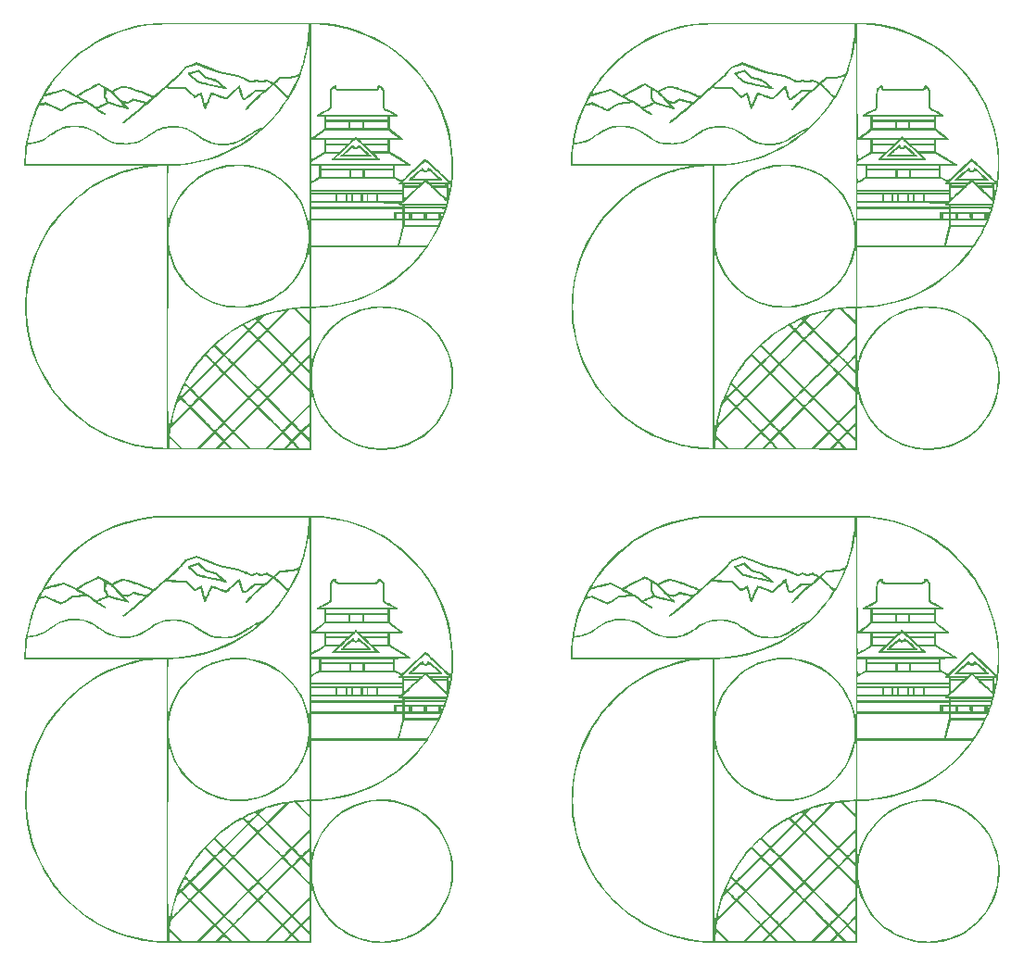
<source format=gbo>
%TF.GenerationSoftware,KiCad,Pcbnew,6.0.2+dfsg-1*%
%TF.CreationDate,2023-02-14T19:21:34+09:00*%
%TF.ProjectId,pcb-panel,7063622d-7061-46e6-956c-2e6b69636164,rev?*%
%TF.SameCoordinates,Original*%
%TF.FileFunction,Legend,Bot*%
%TF.FilePolarity,Positive*%
%FSLAX46Y46*%
G04 Gerber Fmt 4.6, Leading zero omitted, Abs format (unit mm)*
G04 Created by KiCad (PCBNEW 6.0.2+dfsg-1) date 2023-02-14 19:21:34*
%MOMM*%
%LPD*%
G01*
G04 APERTURE LIST*
G04 APERTURE END LIST*
G36*
X148882776Y-112646717D02*
G01*
X148890347Y-112670366D01*
X148886253Y-112688877D01*
X148873513Y-112705600D01*
X148855144Y-112723881D01*
X148851826Y-112726769D01*
X148836782Y-112734435D01*
X148811032Y-112740892D01*
X148770891Y-112746241D01*
X148712671Y-112750584D01*
X148632687Y-112754020D01*
X148527254Y-112756651D01*
X148392685Y-112758577D01*
X148225294Y-112759900D01*
X148021396Y-112760719D01*
X147777304Y-112761137D01*
X147489334Y-112761254D01*
X147386684Y-112761242D01*
X147113984Y-112761035D01*
X146883915Y-112760492D01*
X146692791Y-112759513D01*
X146536926Y-112757997D01*
X146412635Y-112755844D01*
X146316232Y-112752952D01*
X146244030Y-112749220D01*
X146192345Y-112744548D01*
X146157489Y-112738835D01*
X146135777Y-112731980D01*
X146123523Y-112723881D01*
X146101730Y-112696057D01*
X146086150Y-112654577D01*
X146089236Y-112648460D01*
X146120166Y-112613466D01*
X146164751Y-112569041D01*
X146431000Y-112569041D01*
X147488793Y-112570017D01*
X148546586Y-112570992D01*
X148487670Y-112515364D01*
X148461578Y-112491341D01*
X148401853Y-112437347D01*
X148319288Y-112363282D01*
X148221064Y-112275586D01*
X148114364Y-112180697D01*
X147799974Y-111901656D01*
X147710057Y-111972451D01*
X147703672Y-111977400D01*
X147586377Y-112042366D01*
X147468291Y-112061315D01*
X147354090Y-112034358D01*
X147248450Y-111961604D01*
X147182357Y-111898282D01*
X146913701Y-112136798D01*
X146881582Y-112165326D01*
X146776792Y-112258559D01*
X146678031Y-112346645D01*
X146595156Y-112420784D01*
X146538023Y-112472177D01*
X146431000Y-112569041D01*
X146164751Y-112569041D01*
X146180804Y-112553045D01*
X146266802Y-112471293D01*
X146373814Y-112372305D01*
X146497493Y-112260176D01*
X146633490Y-112139001D01*
X146757447Y-112029773D01*
X146902882Y-111903261D01*
X147019394Y-111805158D01*
X147110632Y-111733369D01*
X147180245Y-111685796D01*
X147231880Y-111660343D01*
X147269187Y-111654913D01*
X147295815Y-111667409D01*
X147315411Y-111695735D01*
X147331625Y-111737792D01*
X147367922Y-111805100D01*
X147423931Y-111856706D01*
X147459393Y-111874494D01*
X147501942Y-111879912D01*
X147552719Y-111857509D01*
X147555796Y-111855702D01*
X147607180Y-111806064D01*
X147644026Y-111738595D01*
X147661389Y-111695242D01*
X147682948Y-111666031D01*
X147712154Y-111654421D01*
X147752913Y-111662499D01*
X147809133Y-111692352D01*
X147884721Y-111746067D01*
X147983586Y-111825731D01*
X148109634Y-111933433D01*
X148266774Y-112071258D01*
X148423375Y-112209478D01*
X148564315Y-112334251D01*
X148675482Y-112433800D01*
X148759893Y-112511473D01*
X148820567Y-112570619D01*
X148820906Y-112570992D01*
X148860522Y-112614584D01*
X148882776Y-112646717D01*
G37*
G36*
X135672692Y-106413088D02*
G01*
X135722675Y-106459475D01*
X135740645Y-106481812D01*
X135737678Y-106501970D01*
X135712105Y-106549194D01*
X135695726Y-106562390D01*
X135655651Y-106577734D01*
X135639026Y-106576116D01*
X135576266Y-106565627D01*
X135476094Y-106546462D01*
X135344255Y-106519874D01*
X135186495Y-106487117D01*
X135008559Y-106449444D01*
X134816194Y-106408109D01*
X134615145Y-106364365D01*
X134411158Y-106319465D01*
X134209978Y-106274663D01*
X134017351Y-106231212D01*
X133839023Y-106190366D01*
X133680739Y-106153378D01*
X133548245Y-106121501D01*
X133447287Y-106095989D01*
X132973312Y-105971273D01*
X132555433Y-105581858D01*
X132465430Y-105497527D01*
X132341333Y-105378610D01*
X132248591Y-105284877D01*
X132184318Y-105212598D01*
X132160158Y-105178533D01*
X132411166Y-105178533D01*
X132411180Y-105178697D01*
X132428628Y-105200022D01*
X132475440Y-105248178D01*
X132546216Y-105317849D01*
X132635559Y-105403718D01*
X132738070Y-105500471D01*
X133065083Y-105806534D01*
X133528847Y-105929171D01*
X133569118Y-105939705D01*
X133745158Y-105983893D01*
X133948843Y-106032712D01*
X134165125Y-106082667D01*
X134378956Y-106130268D01*
X134575289Y-106172023D01*
X134697850Y-106197344D01*
X134852263Y-106229352D01*
X134988534Y-106257719D01*
X135099551Y-106280958D01*
X135178202Y-106297585D01*
X135217375Y-106306114D01*
X135239145Y-106311395D01*
X135256277Y-106314522D01*
X135260581Y-106310813D01*
X135247952Y-106296525D01*
X135214281Y-106267912D01*
X135155461Y-106221231D01*
X135067385Y-106152739D01*
X134945946Y-106058691D01*
X134638795Y-105820715D01*
X134363269Y-105748139D01*
X134269529Y-105723663D01*
X134135354Y-105689226D01*
X134010808Y-105657870D01*
X133914052Y-105634200D01*
X133740362Y-105592837D01*
X133414555Y-105280182D01*
X133088748Y-104967528D01*
X132750012Y-105065093D01*
X132692828Y-105081791D01*
X132581606Y-105115709D01*
X132492267Y-105144921D01*
X132432792Y-105166753D01*
X132411166Y-105178533D01*
X132160158Y-105178533D01*
X132145627Y-105158044D01*
X132129634Y-105117486D01*
X132133450Y-105087194D01*
X132154189Y-105063439D01*
X132158986Y-105060705D01*
X132202419Y-105043888D01*
X132282243Y-105017184D01*
X132391196Y-104982896D01*
X132522017Y-104943326D01*
X132667444Y-104900774D01*
X133149768Y-104761908D01*
X133826132Y-105427758D01*
X134242330Y-105530769D01*
X134361774Y-105560826D01*
X134487644Y-105593648D01*
X134592621Y-105622266D01*
X134668254Y-105644368D01*
X134706094Y-105657643D01*
X134707273Y-105658242D01*
X134753601Y-105687184D01*
X134826787Y-105738976D01*
X134920944Y-105808926D01*
X135030184Y-105892346D01*
X135148620Y-105984546D01*
X135270365Y-106080835D01*
X135389532Y-106176524D01*
X135500233Y-106266922D01*
X135552819Y-106310813D01*
X135596582Y-106347340D01*
X135672692Y-106413088D01*
G37*
G36*
X156253903Y-115369891D02*
G01*
X156123643Y-116132084D01*
X155947931Y-116888044D01*
X155947846Y-116888411D01*
X155841308Y-117248138D01*
X155763821Y-117509773D01*
X155726223Y-117636722D01*
X155661831Y-117826531D01*
X155609693Y-117963727D01*
X155453782Y-118373988D01*
X155433450Y-118427488D01*
X155373393Y-118564251D01*
X155167848Y-119032318D01*
X155098849Y-119170967D01*
X154870212Y-119630395D01*
X154545729Y-120211093D01*
X154199588Y-120763788D01*
X154074441Y-120948820D01*
X153999647Y-121050698D01*
X153616339Y-121572808D01*
X153124193Y-122165586D01*
X152599904Y-122726028D01*
X152045371Y-123253007D01*
X151462494Y-123745396D01*
X150853172Y-124202070D01*
X150219305Y-124621901D01*
X149562793Y-125003765D01*
X148885534Y-125346534D01*
X148189430Y-125649082D01*
X147476379Y-125910283D01*
X146748282Y-126129011D01*
X146007037Y-126304138D01*
X145301373Y-126426425D01*
X145254545Y-126434540D01*
X144492705Y-126519089D01*
X144397143Y-126526498D01*
X144217085Y-126539480D01*
X144033945Y-126551638D01*
X143864545Y-126561876D01*
X143725710Y-126569096D01*
X143604159Y-126574605D01*
X143398697Y-126583917D01*
X143400162Y-129087868D01*
X143400251Y-129239206D01*
X143400316Y-129350025D01*
X143401305Y-131038539D01*
X143401806Y-131894494D01*
X143457213Y-131627761D01*
X143582339Y-131128722D01*
X143758543Y-130611333D01*
X143977674Y-130109086D01*
X144237673Y-129625788D01*
X144536481Y-129165248D01*
X144872039Y-128731272D01*
X145242286Y-128327668D01*
X145466176Y-128113705D01*
X145892597Y-127756351D01*
X146344424Y-127438884D01*
X146820382Y-127161942D01*
X147319200Y-126926163D01*
X147839605Y-126732185D01*
X148380323Y-126580649D01*
X148940083Y-126472191D01*
X149013897Y-126462219D01*
X149191885Y-126444839D01*
X149398627Y-126431349D01*
X149621633Y-126422074D01*
X149848414Y-126417337D01*
X150066479Y-126417464D01*
X150263340Y-126422779D01*
X150426506Y-126433605D01*
X150987578Y-126509999D01*
X151536479Y-126630562D01*
X152066459Y-126794240D01*
X152576389Y-127000517D01*
X153065140Y-127248880D01*
X153531580Y-127538812D01*
X153974580Y-127869799D01*
X154393011Y-128241326D01*
X154455651Y-128302603D01*
X154831529Y-128708417D01*
X155170410Y-129143030D01*
X155471165Y-129604155D01*
X155732662Y-130089506D01*
X155953771Y-130596797D01*
X156133364Y-131123743D01*
X156270309Y-131668057D01*
X156363477Y-132227453D01*
X156370460Y-132294048D01*
X156380608Y-132444999D01*
X156387605Y-132626140D01*
X156391451Y-132826378D01*
X156392146Y-133034620D01*
X156390503Y-133171874D01*
X156389690Y-133239773D01*
X156384085Y-133430744D01*
X156375330Y-133596440D01*
X156363426Y-133725767D01*
X156275978Y-134261684D01*
X156141794Y-134808805D01*
X155964519Y-135336057D01*
X155743881Y-135844143D01*
X155479607Y-136333769D01*
X155171426Y-136805636D01*
X155171383Y-136805697D01*
X154835339Y-137236497D01*
X154464602Y-137636273D01*
X154062056Y-138003162D01*
X153630585Y-138335300D01*
X153173076Y-138630824D01*
X152692411Y-138887870D01*
X152191477Y-139104575D01*
X151673157Y-139279076D01*
X151140337Y-139409510D01*
X151132280Y-139411117D01*
X151015622Y-139433382D01*
X150902700Y-139452574D01*
X150783286Y-139470089D01*
X150647151Y-139487326D01*
X150484069Y-139505682D01*
X150283809Y-139526556D01*
X150283388Y-139526598D01*
X150229286Y-139529151D01*
X150137072Y-139530473D01*
X150016063Y-139530556D01*
X149875572Y-139529393D01*
X149724914Y-139526978D01*
X149646528Y-139525047D01*
X149174860Y-139496246D01*
X148726524Y-139437067D01*
X148288411Y-139345359D01*
X147847414Y-139218971D01*
X147572703Y-139123131D01*
X147071318Y-138910381D01*
X146591066Y-138656811D01*
X146134328Y-138364650D01*
X145703487Y-138036128D01*
X145300923Y-137673474D01*
X144929018Y-137278916D01*
X144590153Y-136854684D01*
X144286710Y-136403007D01*
X144021070Y-135926115D01*
X143795614Y-135426236D01*
X143762638Y-135341743D01*
X143675272Y-135097533D01*
X143592701Y-134838824D01*
X143519068Y-134579863D01*
X143458516Y-134334900D01*
X143415191Y-134118183D01*
X143414556Y-134119814D01*
X143413222Y-134156996D01*
X143411891Y-134237475D01*
X143410578Y-134358366D01*
X143409298Y-134516783D01*
X143408064Y-134709840D01*
X143406891Y-134934650D01*
X143405794Y-135188327D01*
X143405409Y-135295172D01*
X143404786Y-135467986D01*
X143404519Y-135557328D01*
X143403882Y-135770739D01*
X143403096Y-136093701D01*
X143402442Y-136433986D01*
X143401936Y-136788707D01*
X143401394Y-137245842D01*
X143398897Y-139350393D01*
X143398697Y-139518688D01*
X136460073Y-139510073D01*
X136137390Y-139509663D01*
X135423645Y-139508678D01*
X134755790Y-139507640D01*
X134132656Y-139506543D01*
X133553072Y-139505381D01*
X133015869Y-139504148D01*
X132519877Y-139502838D01*
X132063925Y-139501445D01*
X131646844Y-139499962D01*
X131267465Y-139498385D01*
X130924616Y-139496706D01*
X130617128Y-139494920D01*
X130343831Y-139493021D01*
X130103556Y-139491003D01*
X129895132Y-139488859D01*
X129717389Y-139486585D01*
X129569158Y-139484173D01*
X129449268Y-139481618D01*
X129356550Y-139478914D01*
X129289833Y-139476054D01*
X129247948Y-139473034D01*
X129013197Y-139447775D01*
X128655642Y-139405116D01*
X128329374Y-139360084D01*
X128024232Y-139310995D01*
X127730058Y-139256165D01*
X127436695Y-139193908D01*
X127133982Y-139122542D01*
X126681867Y-139002252D01*
X125949910Y-138768413D01*
X125234004Y-138490919D01*
X124536144Y-138171103D01*
X123858323Y-137810299D01*
X123202538Y-137409839D01*
X122570782Y-136971058D01*
X121965051Y-136495288D01*
X121387339Y-135983863D01*
X120839642Y-135438116D01*
X120323953Y-134859380D01*
X119842269Y-134248988D01*
X119463982Y-133711251D01*
X119048668Y-133045780D01*
X118675308Y-132358605D01*
X118344401Y-131651006D01*
X118056447Y-130924263D01*
X117811946Y-130179653D01*
X117611396Y-129418457D01*
X117455297Y-128641954D01*
X117344150Y-127851423D01*
X117336639Y-127775655D01*
X117323378Y-127596765D01*
X117312033Y-127383886D01*
X117302746Y-127145964D01*
X117295659Y-126891948D01*
X117290914Y-126630786D01*
X117290839Y-126622129D01*
X117432023Y-126622129D01*
X117434028Y-126869970D01*
X117439657Y-127092890D01*
X117449092Y-127280636D01*
X117496625Y-127822287D01*
X117604219Y-128608082D01*
X117756413Y-129377408D01*
X117953177Y-130130177D01*
X118194480Y-130866298D01*
X118480291Y-131585684D01*
X118810582Y-132288243D01*
X119185320Y-132973887D01*
X119604477Y-133642528D01*
X119746263Y-133851212D01*
X120014298Y-134225594D01*
X120284779Y-134574993D01*
X120567531Y-134911351D01*
X120872382Y-135246611D01*
X121209159Y-135592715D01*
X121676048Y-136038734D01*
X122224944Y-136512458D01*
X122790643Y-136946684D01*
X123378888Y-137345523D01*
X123995420Y-137713088D01*
X124645982Y-138053488D01*
X124898416Y-138173928D01*
X125605685Y-138476829D01*
X126325718Y-138734789D01*
X127060124Y-138948241D01*
X127810513Y-139117620D01*
X128578492Y-139243358D01*
X129365670Y-139325891D01*
X129494784Y-139334515D01*
X129656542Y-139342744D01*
X129812709Y-139348333D01*
X129942402Y-139350393D01*
X130199259Y-139350393D01*
X130439180Y-139350393D01*
X131423614Y-139350393D01*
X130960079Y-138886242D01*
X130496544Y-138422090D01*
X130481725Y-138559228D01*
X130481096Y-138565221D01*
X130474311Y-138645910D01*
X130466792Y-138758566D01*
X130459413Y-138889090D01*
X130453044Y-139023380D01*
X130439180Y-139350393D01*
X130199259Y-139350393D01*
X130199259Y-132164410D01*
X130344022Y-132164410D01*
X130344058Y-132738783D01*
X130344140Y-133294229D01*
X130344265Y-133829063D01*
X130344433Y-134341600D01*
X130344643Y-134830156D01*
X130344892Y-135293047D01*
X130345180Y-135728586D01*
X130345507Y-136135091D01*
X130345869Y-136510876D01*
X130346267Y-136854257D01*
X130346698Y-137163549D01*
X130347163Y-137437068D01*
X130347658Y-137673129D01*
X130348184Y-137870047D01*
X130348739Y-138026138D01*
X130349322Y-138139718D01*
X130349932Y-138209101D01*
X130350566Y-138232603D01*
X130351719Y-138231269D01*
X130358349Y-138199789D01*
X130361993Y-138171740D01*
X130507380Y-138171740D01*
X131096352Y-138761066D01*
X131685325Y-139350393D01*
X132994022Y-139350393D01*
X133255450Y-139350393D01*
X134682972Y-139350393D01*
X134944772Y-139350393D01*
X135941948Y-139350393D01*
X135693079Y-139100674D01*
X135650607Y-139058069D01*
X135568963Y-138976248D01*
X135503300Y-138910548D01*
X135459479Y-138866830D01*
X135443360Y-138850955D01*
X135439566Y-138854617D01*
X135409622Y-138884383D01*
X135354746Y-138939222D01*
X135280799Y-139013272D01*
X135193641Y-139100674D01*
X134944772Y-139350393D01*
X134682972Y-139350393D01*
X134997753Y-139034963D01*
X135312533Y-138719533D01*
X135574187Y-138719533D01*
X135888967Y-139034963D01*
X136203748Y-139350393D01*
X137631270Y-139350393D01*
X136287893Y-138007016D01*
X135931040Y-138363275D01*
X135574187Y-138719533D01*
X135312533Y-138719533D01*
X134955680Y-138363275D01*
X134598827Y-138007016D01*
X133255450Y-139350393D01*
X132994022Y-139350393D01*
X133731056Y-138613072D01*
X134467978Y-137875861D01*
X134730072Y-137875861D01*
X135086913Y-138232703D01*
X135443755Y-138589544D01*
X135800002Y-138232703D01*
X136156248Y-137875861D01*
X136156137Y-137875750D01*
X136418631Y-137875750D01*
X136418742Y-137875861D01*
X137155664Y-138613072D01*
X137892698Y-139350393D01*
X139201326Y-139350393D01*
X139462754Y-139350393D01*
X140890301Y-139350393D01*
X141152075Y-139350393D01*
X143256000Y-139350393D01*
X143256000Y-138767157D01*
X142875485Y-138387200D01*
X142494970Y-138007242D01*
X142138230Y-138363388D01*
X141781512Y-138719511D01*
X141781490Y-138719533D01*
X142096271Y-139034963D01*
X142411051Y-139350393D01*
X142149252Y-139350393D01*
X141900382Y-139100674D01*
X141857911Y-139058069D01*
X141776266Y-138976248D01*
X141710603Y-138910548D01*
X141666782Y-138866830D01*
X141650663Y-138850955D01*
X141646869Y-138854617D01*
X141616925Y-138884383D01*
X141562050Y-138939222D01*
X141488102Y-139013272D01*
X141400944Y-139100674D01*
X141152075Y-139350393D01*
X140890301Y-139350393D01*
X141193188Y-139046832D01*
X141282188Y-138956581D01*
X141367715Y-138867547D01*
X141435449Y-138794491D01*
X141480024Y-138743213D01*
X141496075Y-138719511D01*
X141495110Y-138716767D01*
X141471595Y-138686306D01*
X141420401Y-138629165D01*
X141346563Y-138550716D01*
X141255117Y-138456333D01*
X141151098Y-138351389D01*
X140806120Y-138007027D01*
X139462754Y-139350393D01*
X139201326Y-139350393D01*
X139938359Y-138613072D01*
X140675282Y-137875861D01*
X140937375Y-137875861D01*
X141651058Y-138589544D01*
X142007305Y-138232703D01*
X142363552Y-137875861D01*
X142625981Y-137875861D01*
X143256000Y-138505880D01*
X143256000Y-137245842D01*
X142625981Y-137875861D01*
X142363552Y-137875861D01*
X142007305Y-137519019D01*
X141651058Y-137162178D01*
X140937375Y-137875861D01*
X140675282Y-137875861D01*
X140675393Y-137875750D01*
X139611202Y-136811560D01*
X138547012Y-135747369D01*
X136418631Y-137875750D01*
X136156137Y-137875750D01*
X135800002Y-137519019D01*
X135443755Y-137162178D01*
X135086913Y-137519019D01*
X134730183Y-137875750D01*
X134730072Y-137875861D01*
X134467978Y-137875861D01*
X134468089Y-137875750D01*
X132339797Y-135747458D01*
X131472464Y-136614547D01*
X131407437Y-136679635D01*
X131199512Y-136889001D01*
X131020600Y-137071225D01*
X130871601Y-137225358D01*
X130753415Y-137350450D01*
X130666942Y-137445554D01*
X130613083Y-137509719D01*
X130592737Y-137541998D01*
X130585505Y-137584925D01*
X130573676Y-137665371D01*
X130559235Y-137770030D01*
X130543861Y-137887050D01*
X130507380Y-138171740D01*
X130361993Y-138171740D01*
X130366766Y-138135000D01*
X130375432Y-138048286D01*
X130380534Y-137993509D01*
X130417022Y-137689001D01*
X130469088Y-137353559D01*
X130505598Y-137155063D01*
X130659672Y-137155063D01*
X130673046Y-137143637D01*
X130716948Y-137101822D01*
X130788163Y-137032490D01*
X130883344Y-136938941D01*
X130999145Y-136824477D01*
X131132220Y-136692398D01*
X131279222Y-136546004D01*
X131436805Y-136388595D01*
X132208431Y-135616695D01*
X132470911Y-135616695D01*
X133528946Y-136674930D01*
X133568683Y-136714666D01*
X133752338Y-136898087D01*
X133925418Y-137070581D01*
X134085048Y-137229304D01*
X134228351Y-137371411D01*
X134352449Y-137494058D01*
X134454467Y-137594401D01*
X134531527Y-137669595D01*
X134580753Y-137716798D01*
X134599269Y-137733164D01*
X134601841Y-137731709D01*
X134630464Y-137706601D01*
X134685917Y-137654131D01*
X134763070Y-137579261D01*
X134856795Y-137486954D01*
X134961962Y-137382175D01*
X135312366Y-137031186D01*
X135574354Y-137031186D01*
X135924758Y-137382175D01*
X135956732Y-137414152D01*
X136059051Y-137515761D01*
X136148411Y-137603430D01*
X136219684Y-137672196D01*
X136267740Y-137717095D01*
X136287451Y-137733164D01*
X136288654Y-137732423D01*
X136313874Y-137709329D01*
X136369198Y-137655997D01*
X136451751Y-137575272D01*
X136558656Y-137469998D01*
X136687036Y-137343018D01*
X136834014Y-137197177D01*
X136996715Y-137035320D01*
X137172260Y-136860289D01*
X137357774Y-136674930D01*
X138415809Y-135616695D01*
X138678215Y-135616695D01*
X139736249Y-136674930D01*
X139775986Y-136714666D01*
X139959641Y-136898087D01*
X140132722Y-137070581D01*
X140292352Y-137229304D01*
X140435654Y-137371411D01*
X140559752Y-137494058D01*
X140661770Y-137594401D01*
X140738830Y-137669595D01*
X140788056Y-137716798D01*
X140806572Y-137733164D01*
X140809144Y-137731709D01*
X140837768Y-137706601D01*
X140893221Y-137654131D01*
X140970374Y-137579261D01*
X141064098Y-137486954D01*
X141169265Y-137382175D01*
X141519669Y-137031186D01*
X141519624Y-137031141D01*
X141781613Y-137031141D01*
X141781658Y-137031186D01*
X142132039Y-137382153D01*
X142164018Y-137414133D01*
X142266356Y-137515748D01*
X142355747Y-137603423D01*
X142427062Y-137672192D01*
X142475168Y-137717094D01*
X142494933Y-137733164D01*
X142500377Y-137729463D01*
X142534177Y-137699052D01*
X142594163Y-137641931D01*
X142675380Y-137562901D01*
X142772877Y-137466762D01*
X142881701Y-137358315D01*
X143256000Y-136983466D01*
X143256000Y-135557328D01*
X142518807Y-136294235D01*
X141781613Y-137031141D01*
X141519624Y-137031141D01*
X140455287Y-135967000D01*
X139390904Y-134902815D01*
X139034560Y-135259755D01*
X138678215Y-135616695D01*
X138415809Y-135616695D01*
X137703119Y-134902815D01*
X136638736Y-135967000D01*
X135574354Y-137031186D01*
X135312366Y-137031186D01*
X134247984Y-135967000D01*
X133183601Y-134902815D01*
X132470948Y-135616658D01*
X132470911Y-135616695D01*
X132208431Y-135616695D01*
X132208468Y-135616658D01*
X131852372Y-135259967D01*
X131496275Y-134903276D01*
X131157677Y-135239614D01*
X131047096Y-135588590D01*
X130978125Y-135812665D01*
X130838914Y-136317368D01*
X130721156Y-136828972D01*
X130713459Y-136866043D01*
X130690781Y-136978049D01*
X130673179Y-137069274D01*
X130662270Y-137131138D01*
X130659672Y-137155063D01*
X130505598Y-137155063D01*
X130534478Y-136998051D01*
X130610941Y-136633345D01*
X130696226Y-136270308D01*
X130788079Y-135919809D01*
X130884251Y-135592715D01*
X131047628Y-135104264D01*
X131167368Y-134797396D01*
X131317049Y-134797396D01*
X131317281Y-134800720D01*
X131331048Y-134805958D01*
X131354994Y-134780426D01*
X131358826Y-134771624D01*
X131626216Y-134771624D01*
X131976719Y-135122713D01*
X132008762Y-135154757D01*
X132111107Y-135256378D01*
X132200506Y-135344056D01*
X132271826Y-135412828D01*
X132319938Y-135457731D01*
X132339708Y-135473801D01*
X132342306Y-135472340D01*
X132371006Y-135447213D01*
X132426526Y-135394724D01*
X132503735Y-135319835D01*
X132597503Y-135227510D01*
X132702698Y-135122713D01*
X133052420Y-134772406D01*
X133314801Y-134772406D01*
X135443557Y-136900768D01*
X137571919Y-134772012D01*
X137571531Y-134771624D01*
X137833519Y-134771624D01*
X137833906Y-134772012D01*
X138184022Y-135122713D01*
X138216066Y-135154757D01*
X138318411Y-135256378D01*
X138407809Y-135344056D01*
X138479130Y-135412828D01*
X138527241Y-135457731D01*
X138547012Y-135473801D01*
X138549610Y-135472340D01*
X138578309Y-135447213D01*
X138633829Y-135394724D01*
X138711039Y-135319835D01*
X138804806Y-135227510D01*
X138910001Y-135122713D01*
X139259723Y-134772406D01*
X139522104Y-134772406D01*
X140586498Y-135836603D01*
X141650893Y-136900801D01*
X142453446Y-136097986D01*
X143256000Y-135295172D01*
X143256000Y-134248726D01*
X142453218Y-133446204D01*
X141650435Y-132643681D01*
X140586270Y-133708044D01*
X139522886Y-134771624D01*
X139522104Y-134772406D01*
X139259723Y-134772406D01*
X139260504Y-134771624D01*
X138903758Y-134415472D01*
X138547012Y-134059321D01*
X138190265Y-134415472D01*
X137833519Y-134771624D01*
X137571531Y-134771624D01*
X135443163Y-132643650D01*
X133315583Y-134771624D01*
X133314801Y-134772406D01*
X133052420Y-134772406D01*
X133053201Y-134771624D01*
X132696455Y-134415472D01*
X132339708Y-134059321D01*
X131982962Y-134415472D01*
X131630712Y-134767135D01*
X131626216Y-134771624D01*
X131358826Y-134771624D01*
X131360781Y-134767135D01*
X131344507Y-134769938D01*
X131333942Y-134777280D01*
X131317049Y-134797396D01*
X131167368Y-134797396D01*
X131262629Y-134553262D01*
X131431412Y-134553262D01*
X131436889Y-134580594D01*
X131457158Y-134603388D01*
X131461540Y-134607064D01*
X131477998Y-134614260D01*
X131499880Y-134609906D01*
X131531822Y-134590260D01*
X131578463Y-134551577D01*
X131644440Y-134490114D01*
X131734391Y-134402125D01*
X131852955Y-134283867D01*
X132208372Y-133927857D01*
X132470644Y-133927857D01*
X132827419Y-134284631D01*
X133184193Y-134641406D01*
X134248474Y-133576928D01*
X135312161Y-132513043D01*
X135574164Y-132513043D01*
X136638641Y-133577323D01*
X137703119Y-134641604D01*
X138059497Y-134284630D01*
X138415676Y-133927857D01*
X138677948Y-133927857D01*
X139391497Y-134641406D01*
X140455777Y-133576928D01*
X141519421Y-132513087D01*
X141781422Y-132513087D01*
X142518711Y-133250089D01*
X143256000Y-133987090D01*
X143256000Y-132880638D01*
X143481859Y-132880638D01*
X143482999Y-133101209D01*
X143488007Y-133317463D01*
X143496809Y-133518646D01*
X143509330Y-133694006D01*
X143525498Y-133832790D01*
X143551624Y-133987090D01*
X143566445Y-134074626D01*
X143690935Y-134628512D01*
X143854409Y-135155701D01*
X144057452Y-135657395D01*
X144300648Y-136134793D01*
X144584579Y-136589095D01*
X144909832Y-137021501D01*
X145276988Y-137433212D01*
X145528563Y-137680250D01*
X145947715Y-138038948D01*
X146390753Y-138356856D01*
X146856323Y-138633349D01*
X147343072Y-138867802D01*
X147849647Y-139059589D01*
X148374694Y-139208086D01*
X148916859Y-139312666D01*
X149474789Y-139372705D01*
X149550362Y-139377567D01*
X149680401Y-139385184D01*
X149793170Y-139390863D01*
X149878609Y-139394121D01*
X149926662Y-139394471D01*
X150225714Y-139376545D01*
X150574157Y-139345016D01*
X150876069Y-139304244D01*
X151338437Y-139211439D01*
X151855329Y-139064576D01*
X152352047Y-138877212D01*
X152826913Y-138651438D01*
X153278247Y-138389343D01*
X153704370Y-138093018D01*
X154103604Y-137764551D01*
X154474269Y-137406033D01*
X154814686Y-137019553D01*
X155123176Y-136607201D01*
X155398060Y-136171068D01*
X155637660Y-135713242D01*
X155840296Y-135235814D01*
X156004288Y-134740873D01*
X156127959Y-134230510D01*
X156209629Y-133706814D01*
X156247618Y-133171874D01*
X156240249Y-132627781D01*
X156214535Y-132304940D01*
X156134383Y-131756143D01*
X156009715Y-131222791D01*
X155841216Y-130706412D01*
X155629569Y-130208539D01*
X155375458Y-129730702D01*
X155079569Y-129274431D01*
X154742585Y-128841258D01*
X154365189Y-128432712D01*
X154175532Y-128250794D01*
X153752064Y-127890941D01*
X153306903Y-127573365D01*
X152840429Y-127298259D01*
X152353026Y-127065814D01*
X151845075Y-126876222D01*
X151316959Y-126729675D01*
X150769061Y-126626365D01*
X150768814Y-126626329D01*
X150222815Y-126569979D01*
X149679989Y-126560983D01*
X149141363Y-126599176D01*
X148607960Y-126684394D01*
X148080808Y-126816475D01*
X147560930Y-126995253D01*
X147049352Y-127220565D01*
X146707455Y-127401131D01*
X146244695Y-127690591D01*
X145810473Y-128017024D01*
X145406768Y-128378452D01*
X145035555Y-128772898D01*
X144698812Y-129198385D01*
X144398514Y-129652934D01*
X144136639Y-130134569D01*
X144086452Y-130238866D01*
X143920432Y-130616579D01*
X143784136Y-130987716D01*
X143673628Y-131365289D01*
X143584970Y-131762306D01*
X143514227Y-132191779D01*
X143502382Y-132300544D01*
X143491477Y-132469553D01*
X143484660Y-132666502D01*
X143481859Y-132880638D01*
X143256000Y-132880638D01*
X143256000Y-132559854D01*
X142875385Y-132179797D01*
X142494770Y-131799739D01*
X141781422Y-132513087D01*
X141519421Y-132513087D01*
X141520058Y-132512450D01*
X141163084Y-132156072D01*
X140806111Y-131799694D01*
X139742029Y-132863775D01*
X138678148Y-133927657D01*
X138677948Y-133927857D01*
X138415676Y-133927857D01*
X138415876Y-133927657D01*
X136287713Y-131799494D01*
X135930938Y-132156268D01*
X135574757Y-132512450D01*
X135574164Y-132513043D01*
X135312161Y-132513043D01*
X135312754Y-132512450D01*
X134955781Y-132156072D01*
X134598807Y-131799694D01*
X132470644Y-133927857D01*
X132208372Y-133927857D01*
X132208401Y-133927828D01*
X132036926Y-133756354D01*
X131865452Y-133584880D01*
X131700669Y-133928825D01*
X131673888Y-133985010D01*
X131612195Y-134116437D01*
X131555103Y-134240604D01*
X131508017Y-134345678D01*
X131476346Y-134419821D01*
X131470004Y-134435531D01*
X131442020Y-134509029D01*
X131431412Y-134553262D01*
X131262629Y-134553262D01*
X131332779Y-134373483D01*
X131659082Y-133664966D01*
X131795419Y-133410019D01*
X131953696Y-133410019D01*
X132140199Y-133597622D01*
X132206091Y-133663104D01*
X132271650Y-133726384D01*
X132318458Y-133769373D01*
X132339251Y-133785224D01*
X132340463Y-133784483D01*
X132365725Y-133761391D01*
X132421091Y-133708061D01*
X132503683Y-133627336D01*
X132610624Y-133522061D01*
X132739035Y-133395080D01*
X132886040Y-133249237D01*
X133048762Y-133087377D01*
X133224322Y-132912343D01*
X133409844Y-132726980D01*
X134467887Y-131668736D01*
X134467710Y-131668558D01*
X134730072Y-131668558D01*
X135443755Y-132382241D01*
X135800002Y-132025399D01*
X136156248Y-131668558D01*
X136156181Y-131668491D01*
X136418587Y-131668491D01*
X136418654Y-131668558D01*
X137476753Y-132726857D01*
X137516619Y-132766722D01*
X137700273Y-132950147D01*
X137873346Y-133122643D01*
X138032962Y-133281367D01*
X138176245Y-133423474D01*
X138300320Y-133546120D01*
X138402309Y-133646462D01*
X138479338Y-133721656D01*
X138528531Y-133768858D01*
X138547012Y-133785224D01*
X138548213Y-133784478D01*
X138573419Y-133761363D01*
X138628730Y-133708013D01*
X138711270Y-133627272D01*
X138818162Y-133521982D01*
X138946533Y-133394990D01*
X139093504Y-133249137D01*
X139256202Y-133087268D01*
X139431749Y-132912227D01*
X139617270Y-132726857D01*
X140675369Y-131668558D01*
X140937375Y-131668558D01*
X141294217Y-132025399D01*
X141651058Y-132382241D01*
X142007305Y-132025399D01*
X142363552Y-131668558D01*
X142625981Y-131668558D01*
X142940991Y-131983567D01*
X143256000Y-132298577D01*
X143256000Y-131038539D01*
X142625981Y-131668558D01*
X142363552Y-131668558D01*
X141651058Y-130954874D01*
X141294217Y-131311716D01*
X140937375Y-131668558D01*
X140675369Y-131668558D01*
X140675436Y-131668491D01*
X139611224Y-130604278D01*
X138547012Y-129540066D01*
X137482799Y-130604278D01*
X136418587Y-131668491D01*
X136156181Y-131668491D01*
X135800002Y-131311716D01*
X135443755Y-130954874D01*
X135086913Y-131311716D01*
X134730072Y-131668558D01*
X134467710Y-131668558D01*
X134087552Y-131286892D01*
X133707218Y-130905047D01*
X133614907Y-131007355D01*
X133478332Y-131163549D01*
X133253595Y-131438747D01*
X133021519Y-131743032D01*
X132788596Y-132067275D01*
X132561314Y-132402345D01*
X132346165Y-132739115D01*
X132149638Y-133068455D01*
X131953696Y-133410019D01*
X131795419Y-133410019D01*
X132025288Y-132980167D01*
X132430150Y-132320540D01*
X132872421Y-131687538D01*
X133350853Y-131082617D01*
X133632896Y-130766487D01*
X133828361Y-130766487D01*
X134207492Y-131146174D01*
X134264332Y-131202957D01*
X134368740Y-131306484D01*
X134459339Y-131395307D01*
X134531209Y-131464657D01*
X134579433Y-131509765D01*
X134599090Y-131525861D01*
X134601685Y-131524401D01*
X134630377Y-131499277D01*
X134685889Y-131446790D01*
X134763093Y-131371904D01*
X134856856Y-131279581D01*
X134962047Y-131174786D01*
X135312366Y-130823882D01*
X135574354Y-130823882D01*
X135924758Y-131174872D01*
X135956732Y-131206848D01*
X136059051Y-131308457D01*
X136148411Y-131396127D01*
X136219684Y-131464892D01*
X136267740Y-131509792D01*
X136287451Y-131525861D01*
X136288654Y-131525119D01*
X136313874Y-131502025D01*
X136369198Y-131448694D01*
X136451751Y-131367969D01*
X136558656Y-131262695D01*
X136687036Y-131135715D01*
X136834014Y-130989874D01*
X136996715Y-130828016D01*
X137172260Y-130652986D01*
X137357774Y-130467626D01*
X138415809Y-129409392D01*
X138678215Y-129409392D01*
X139736249Y-130467626D01*
X139775986Y-130507363D01*
X139959641Y-130690784D01*
X140132722Y-130863278D01*
X140292352Y-131022000D01*
X140435654Y-131164107D01*
X140559752Y-131286754D01*
X140661770Y-131387097D01*
X140738830Y-131462292D01*
X140788056Y-131509495D01*
X140806572Y-131525861D01*
X140809144Y-131524406D01*
X140837768Y-131499298D01*
X140893221Y-131446827D01*
X140970374Y-131371957D01*
X141064098Y-131279651D01*
X141169265Y-131174872D01*
X141519669Y-130823882D01*
X141519625Y-130823838D01*
X141781613Y-130823838D01*
X141781657Y-130823882D01*
X142132039Y-131174849D01*
X142164018Y-131206830D01*
X142266356Y-131308445D01*
X142355747Y-131396119D01*
X142427062Y-131464889D01*
X142475168Y-131509791D01*
X142494933Y-131525861D01*
X142500377Y-131522160D01*
X142534177Y-131491749D01*
X142594163Y-131434628D01*
X142675380Y-131355597D01*
X142772877Y-131259459D01*
X142881701Y-131151012D01*
X143256000Y-130776163D01*
X143256000Y-129350025D01*
X142518807Y-130086931D01*
X141781613Y-130823838D01*
X141519625Y-130823838D01*
X140455287Y-129759697D01*
X139390904Y-128695512D01*
X139034560Y-129052452D01*
X138678215Y-129409392D01*
X138415809Y-129409392D01*
X137703119Y-128695512D01*
X136638736Y-129759697D01*
X135574525Y-130823711D01*
X135574354Y-130823882D01*
X135312366Y-130823882D01*
X135312537Y-130823711D01*
X134539615Y-130054837D01*
X134359442Y-130225508D01*
X134324793Y-130258629D01*
X134216760Y-130364447D01*
X134103261Y-130478525D01*
X134003815Y-130581333D01*
X133828361Y-130766487D01*
X133632896Y-130766487D01*
X133864198Y-130507230D01*
X134411210Y-129962830D01*
X134454474Y-129924604D01*
X134673964Y-129924604D01*
X135058843Y-130308952D01*
X135443721Y-130693301D01*
X137572307Y-128564321D01*
X137833519Y-128564321D01*
X138184022Y-128915409D01*
X138216066Y-128947454D01*
X138318411Y-129049075D01*
X138407809Y-129136753D01*
X138479130Y-129205525D01*
X138527241Y-129250427D01*
X138547012Y-129266498D01*
X138549610Y-129265037D01*
X138578309Y-129239910D01*
X138633829Y-129187420D01*
X138711039Y-129112532D01*
X138804806Y-129020207D01*
X138910001Y-128915409D01*
X139259920Y-128564906D01*
X139521755Y-128564906D01*
X140586324Y-129629202D01*
X141650893Y-130693497D01*
X142453446Y-129890683D01*
X143256000Y-129087868D01*
X143256000Y-128065165D01*
X142557188Y-127366655D01*
X141858376Y-126668144D01*
X141611823Y-126697412D01*
X141365270Y-126726679D01*
X141298669Y-126793089D01*
X140443513Y-127645793D01*
X139522342Y-128564321D01*
X139521755Y-128564906D01*
X139259920Y-128564906D01*
X139260504Y-128564321D01*
X138903758Y-128208169D01*
X138547012Y-127852018D01*
X138190265Y-128208169D01*
X137833529Y-128564311D01*
X137833519Y-128564321D01*
X137572307Y-128564321D01*
X137572317Y-128564311D01*
X137154003Y-128147935D01*
X136750554Y-128388831D01*
X136685066Y-128428194D01*
X136175744Y-128752262D01*
X135684045Y-129096641D01*
X135219940Y-129454052D01*
X134793404Y-129817217D01*
X134673964Y-129924604D01*
X134454474Y-129924604D01*
X134990639Y-129450873D01*
X135601240Y-128972811D01*
X136241764Y-128530100D01*
X136910964Y-128124193D01*
X137037162Y-128057591D01*
X137327306Y-128057591D01*
X137514457Y-128245846D01*
X137580940Y-128312665D01*
X137643707Y-128375620D01*
X137686466Y-128418353D01*
X137702463Y-128434101D01*
X137704550Y-128432101D01*
X137731325Y-128405525D01*
X137785093Y-128351878D01*
X137860952Y-128276057D01*
X137954003Y-128182959D01*
X138059343Y-128077481D01*
X138415213Y-127721017D01*
X138678411Y-127721017D01*
X139034969Y-128077575D01*
X139391527Y-128434132D01*
X140211790Y-127613611D01*
X140232258Y-127593131D01*
X140393110Y-127431874D01*
X140542367Y-127281688D01*
X140676871Y-127145788D01*
X140793467Y-127027389D01*
X140888996Y-126929705D01*
X140960301Y-126855950D01*
X141004227Y-126809340D01*
X141017616Y-126793089D01*
X141016705Y-126793146D01*
X140984642Y-126798572D01*
X140916364Y-126811565D01*
X140821222Y-126830314D01*
X140708569Y-126853004D01*
X140691216Y-126856555D01*
X140440943Y-126911646D01*
X140169285Y-126977668D01*
X139893351Y-127050139D01*
X139630248Y-127124578D01*
X139397087Y-127196505D01*
X139105907Y-127291300D01*
X138936253Y-127461835D01*
X138892159Y-127506158D01*
X138678566Y-127720861D01*
X138678411Y-127721017D01*
X138415213Y-127721017D01*
X138415369Y-127720861D01*
X138294913Y-127600405D01*
X137986927Y-127740440D01*
X137975741Y-127745531D01*
X137844458Y-127805986D01*
X137712023Y-127868067D01*
X137593293Y-127924756D01*
X137503123Y-127969033D01*
X137327306Y-128057591D01*
X137037162Y-128057591D01*
X137607592Y-127756543D01*
X137739241Y-127692838D01*
X138087809Y-127537843D01*
X138505906Y-127537843D01*
X138525035Y-127565355D01*
X138564685Y-127561827D01*
X138619731Y-127515113D01*
X138654549Y-127474781D01*
X138657560Y-127461835D01*
X138630251Y-127469788D01*
X138599218Y-127481166D01*
X138540093Y-127500408D01*
X138517812Y-127511511D01*
X138505906Y-127537843D01*
X138087809Y-127537843D01*
X138415879Y-127391963D01*
X139096554Y-127134321D01*
X139785680Y-126918789D01*
X140487669Y-126744242D01*
X140985521Y-126651016D01*
X142142018Y-126651016D01*
X142162030Y-126682240D01*
X142213338Y-126743106D01*
X142293664Y-126831156D01*
X142400730Y-126943931D01*
X142532257Y-127078973D01*
X142685967Y-127233823D01*
X143256000Y-127803486D01*
X143256000Y-126574605D01*
X143036010Y-126588310D01*
X142930090Y-126594500D01*
X142789538Y-126602058D01*
X142637576Y-126609729D01*
X142492736Y-126616549D01*
X142462126Y-126617994D01*
X142344584Y-126624856D01*
X142245761Y-126632650D01*
X142175262Y-126640523D01*
X142142693Y-126647622D01*
X142142018Y-126651016D01*
X140985521Y-126651016D01*
X141206934Y-126609555D01*
X141947887Y-126513605D01*
X142714942Y-126455266D01*
X143279783Y-126426425D01*
X143279770Y-126412565D01*
X143422480Y-126412565D01*
X143773276Y-126409256D01*
X143886732Y-126407658D01*
X144095604Y-126401330D01*
X144300211Y-126389941D01*
X144513303Y-126372531D01*
X144747625Y-126348143D01*
X145015926Y-126315817D01*
X145495910Y-126245675D01*
X146251819Y-126096422D01*
X146996589Y-125901680D01*
X147728000Y-125662355D01*
X148443831Y-125379353D01*
X149141860Y-125053582D01*
X149819867Y-124685949D01*
X150475631Y-124277359D01*
X151106930Y-123828721D01*
X151331246Y-123654386D01*
X151832592Y-123233115D01*
X152322283Y-122778728D01*
X152791362Y-122300173D01*
X153230868Y-121806401D01*
X153631844Y-121306362D01*
X153642066Y-121292842D01*
X153709813Y-121202146D01*
X153764933Y-121126515D01*
X153801991Y-121073511D01*
X153815551Y-121050698D01*
X153814826Y-121050479D01*
X153783307Y-121049246D01*
X153706753Y-121048045D01*
X153587319Y-121046883D01*
X153427158Y-121045765D01*
X153228424Y-121044695D01*
X152993271Y-121043680D01*
X152723854Y-121042725D01*
X152422326Y-121041836D01*
X152090841Y-121041017D01*
X151731554Y-121040274D01*
X151346619Y-121039612D01*
X150938189Y-121039038D01*
X150508419Y-121038556D01*
X150059462Y-121038171D01*
X149593474Y-121037890D01*
X149112607Y-121037718D01*
X148619015Y-121037659D01*
X143422480Y-121037659D01*
X143422480Y-126412565D01*
X143279770Y-126412565D01*
X143277057Y-123619074D01*
X143276625Y-123224819D01*
X143276069Y-122838903D01*
X143275398Y-122496400D01*
X143274583Y-122195145D01*
X143273597Y-121932973D01*
X143272412Y-121707718D01*
X143271000Y-121517215D01*
X143269332Y-121359299D01*
X143267382Y-121231805D01*
X143265121Y-121132568D01*
X143262521Y-121059422D01*
X143259555Y-121010202D01*
X143256195Y-120982743D01*
X143252412Y-120974880D01*
X143248180Y-120984448D01*
X143243469Y-121009280D01*
X143227128Y-121109357D01*
X143131571Y-121571410D01*
X143004132Y-122016585D01*
X142840954Y-122456959D01*
X142638181Y-122904606D01*
X142535525Y-123106884D01*
X142345283Y-123446356D01*
X142143864Y-123758117D01*
X141923057Y-124053597D01*
X141674650Y-124344227D01*
X141390432Y-124641437D01*
X141268056Y-124761696D01*
X141031971Y-124981046D01*
X140804435Y-125173566D01*
X140574375Y-125348378D01*
X140330720Y-125514605D01*
X140304350Y-125531633D01*
X139832482Y-125807524D01*
X139340081Y-126041831D01*
X138825510Y-126235175D01*
X138287134Y-126388174D01*
X137723316Y-126501448D01*
X137652432Y-126511964D01*
X137556888Y-126522846D01*
X137449921Y-126531011D01*
X137324304Y-126536767D01*
X137172813Y-126540427D01*
X136988221Y-126542300D01*
X136763304Y-126542697D01*
X136682061Y-126542518D01*
X136438577Y-126540178D01*
X136230065Y-126534335D01*
X136046873Y-126523911D01*
X135879346Y-126507831D01*
X135717831Y-126485019D01*
X135552676Y-126454399D01*
X135374228Y-126414896D01*
X135172832Y-126365434D01*
X134844152Y-126272630D01*
X134327344Y-126087247D01*
X133827763Y-125858956D01*
X133348766Y-125589715D01*
X132893713Y-125281483D01*
X132465963Y-124936216D01*
X132068874Y-124555874D01*
X131867196Y-124335796D01*
X131517362Y-123901131D01*
X131206542Y-123440866D01*
X130936087Y-122957531D01*
X130707347Y-122453656D01*
X130521673Y-121931769D01*
X130380417Y-121394400D01*
X130379798Y-121391728D01*
X130376809Y-121384257D01*
X130373999Y-121387627D01*
X130371361Y-121403197D01*
X130368890Y-121432328D01*
X130366581Y-121476380D01*
X130364426Y-121536713D01*
X130362420Y-121614688D01*
X130360558Y-121711664D01*
X130358833Y-121829002D01*
X130357240Y-121968062D01*
X130355772Y-122130204D01*
X130354424Y-122316788D01*
X130353190Y-122529175D01*
X130352064Y-122768724D01*
X130351040Y-123036797D01*
X130350112Y-123334752D01*
X130349275Y-123663951D01*
X130348522Y-124025753D01*
X130347847Y-124421519D01*
X130347246Y-124852609D01*
X130346711Y-125320383D01*
X130346237Y-125826201D01*
X130345818Y-126371423D01*
X130345448Y-126957410D01*
X130345122Y-127585522D01*
X130344833Y-128257118D01*
X130344575Y-128973560D01*
X130344344Y-129736207D01*
X130344195Y-130344570D01*
X130344089Y-130965619D01*
X130344031Y-131572793D01*
X130344022Y-132164410D01*
X130199259Y-132164410D01*
X130199259Y-120103833D01*
X130399640Y-120103833D01*
X130403934Y-120335141D01*
X130412874Y-120551221D01*
X130426459Y-120741390D01*
X130444692Y-120894962D01*
X130490840Y-121159924D01*
X130620102Y-121712940D01*
X130790163Y-122241543D01*
X131001103Y-122745896D01*
X131253004Y-123226162D01*
X131545947Y-123682504D01*
X131880014Y-124115085D01*
X132255284Y-124524067D01*
X132475326Y-124735693D01*
X132893281Y-125090426D01*
X133331312Y-125402801D01*
X133790815Y-125673525D01*
X134273185Y-125903305D01*
X134779817Y-126092845D01*
X135312107Y-126242853D01*
X135871450Y-126354033D01*
X135879209Y-126355231D01*
X135972478Y-126365775D01*
X136101468Y-126375697D01*
X136256938Y-126384712D01*
X136429646Y-126392534D01*
X136610348Y-126398879D01*
X136789804Y-126403461D01*
X136958769Y-126405994D01*
X137108004Y-126406194D01*
X137228264Y-126403775D01*
X137310308Y-126398451D01*
X137426033Y-126384477D01*
X137955579Y-126301057D01*
X138452465Y-126188303D01*
X138922201Y-126044081D01*
X139370301Y-125866258D01*
X139802276Y-125652702D01*
X140223637Y-125401278D01*
X140639896Y-125109855D01*
X140718154Y-125048753D01*
X140876842Y-124914498D01*
X141050561Y-124756770D01*
X141230513Y-124584304D01*
X141407900Y-124405832D01*
X141573924Y-124230090D01*
X141719789Y-124065811D01*
X141836696Y-123921729D01*
X141933925Y-123790406D01*
X142242072Y-123323949D01*
X142507800Y-122837444D01*
X142730226Y-122332824D01*
X142908470Y-121812024D01*
X143041651Y-121276979D01*
X143093668Y-120976817D01*
X143107664Y-120847397D01*
X143422480Y-120847397D01*
X147364474Y-120847351D01*
X151306469Y-120847305D01*
X151526804Y-119937660D01*
X151570321Y-119757559D01*
X151618673Y-119555419D01*
X151657383Y-119389852D01*
X151687503Y-119255396D01*
X151710087Y-119146589D01*
X151726186Y-119057970D01*
X151736854Y-118984077D01*
X151738364Y-118968558D01*
X151936712Y-118968558D01*
X155040364Y-118967656D01*
X155128007Y-118765953D01*
X155215651Y-118564251D01*
X151936712Y-118564251D01*
X151936712Y-118968558D01*
X151738364Y-118968558D01*
X151743143Y-118919447D01*
X151746106Y-118858620D01*
X151746795Y-118796133D01*
X151746450Y-118564251D01*
X143422480Y-118564251D01*
X143422480Y-120847397D01*
X151492372Y-120847397D01*
X152731255Y-120847276D01*
X153970139Y-120847156D01*
X154154447Y-120562522D01*
X154155206Y-120561349D01*
X154236656Y-120432651D01*
X154325612Y-120287177D01*
X154418857Y-120130672D01*
X154513177Y-119968881D01*
X154605353Y-119807550D01*
X154692172Y-119652424D01*
X154770418Y-119509250D01*
X154836873Y-119383771D01*
X154888322Y-119281734D01*
X154921551Y-119208884D01*
X154933341Y-119170967D01*
X154931568Y-119170368D01*
X154896110Y-119168366D01*
X154818170Y-119166665D01*
X154701736Y-119165282D01*
X154550798Y-119164233D01*
X154369345Y-119163534D01*
X154161366Y-119163204D01*
X153930849Y-119163259D01*
X153681785Y-119163715D01*
X153418162Y-119164589D01*
X151902982Y-119170711D01*
X151492372Y-120847397D01*
X143422480Y-120847397D01*
X143107664Y-120847397D01*
X143141870Y-120531106D01*
X143160770Y-120070369D01*
X143150366Y-119607730D01*
X143110660Y-119156311D01*
X143041651Y-118729237D01*
X142935450Y-118287893D01*
X142767167Y-117769052D01*
X142557108Y-117269670D01*
X142307012Y-116792003D01*
X142018622Y-116338306D01*
X141693677Y-115910834D01*
X141333919Y-115511843D01*
X140941087Y-115143588D01*
X140516924Y-114808326D01*
X140063168Y-114508311D01*
X139581562Y-114245798D01*
X139496297Y-114204654D01*
X139008226Y-113996803D01*
X138510861Y-113832435D01*
X137997651Y-113709636D01*
X137462041Y-113626492D01*
X137396703Y-113619733D01*
X137199055Y-113606498D01*
X136973089Y-113599575D01*
X136731408Y-113598759D01*
X136486612Y-113603845D01*
X136251304Y-113614629D01*
X136038086Y-113630907D01*
X135859558Y-113652475D01*
X135759958Y-113668580D01*
X135220712Y-113783463D01*
X134694625Y-113942359D01*
X134185183Y-114143750D01*
X133695872Y-114386119D01*
X133230176Y-114667949D01*
X132791581Y-114987724D01*
X132669138Y-115091000D01*
X132519295Y-115227383D01*
X132357981Y-115382225D01*
X132194681Y-115546004D01*
X132038879Y-115709194D01*
X131900063Y-115862271D01*
X131787716Y-115995711D01*
X131732916Y-116065472D01*
X131414900Y-116514519D01*
X131138119Y-116987225D01*
X130902648Y-117483420D01*
X130708557Y-118002936D01*
X130555922Y-118545604D01*
X130444813Y-119111254D01*
X130428902Y-119240006D01*
X130414622Y-119425383D01*
X130404984Y-119638270D01*
X130399990Y-119867981D01*
X130399640Y-120103833D01*
X130199259Y-120103833D01*
X130199259Y-115410316D01*
X130343366Y-115410316D01*
X130343438Y-115773961D01*
X130343660Y-116182572D01*
X130345365Y-118766404D01*
X130405201Y-118506352D01*
X130482691Y-118203878D01*
X130653859Y-117684553D01*
X130868701Y-117181862D01*
X131125849Y-116698269D01*
X131423939Y-116236232D01*
X131761603Y-115798212D01*
X132137475Y-115386671D01*
X132249795Y-115275409D01*
X132556318Y-114992929D01*
X132862817Y-114744032D01*
X133180823Y-114520389D01*
X133521867Y-114313673D01*
X133897480Y-114115556D01*
X133905437Y-114111619D01*
X134361971Y-113905956D01*
X134822539Y-113739404D01*
X135298566Y-113608325D01*
X135801476Y-113509079D01*
X135921670Y-113493759D01*
X136086745Y-113479873D01*
X136279527Y-113468791D01*
X136489783Y-113460735D01*
X136707281Y-113455926D01*
X136921787Y-113454584D01*
X137123068Y-113456931D01*
X137300891Y-113463188D01*
X137445022Y-113473576D01*
X137567625Y-113487181D01*
X138109451Y-113576371D01*
X138642443Y-113711478D01*
X139162320Y-113891264D01*
X139664802Y-114114495D01*
X139687756Y-114125940D01*
X140066161Y-114329175D01*
X140414845Y-114546796D01*
X140744592Y-114786613D01*
X141066192Y-115056439D01*
X141390432Y-115364084D01*
X141597964Y-115578320D01*
X141849984Y-115862848D01*
X142072867Y-116148218D01*
X142274909Y-116446030D01*
X142464405Y-116767887D01*
X142649650Y-117125393D01*
X142761247Y-117364050D01*
X142960125Y-117863292D01*
X143112724Y-118363057D01*
X143218451Y-118861535D01*
X143225309Y-118903077D01*
X143241788Y-119002954D01*
X143255338Y-119085148D01*
X143263548Y-119135037D01*
X143263843Y-119132830D01*
X143264552Y-119094600D01*
X143265250Y-119011116D01*
X143265934Y-118884014D01*
X143266603Y-118714931D01*
X143267254Y-118505506D01*
X143267589Y-118373988D01*
X143422480Y-118373988D01*
X150936372Y-118373988D01*
X151247012Y-118373988D01*
X151746450Y-118373988D01*
X151936712Y-118373988D01*
X155006541Y-118373988D01*
X154999670Y-118165889D01*
X154998296Y-118124269D01*
X155313866Y-118124269D01*
X155313898Y-118140920D01*
X155315127Y-118223014D01*
X155317777Y-118280796D01*
X155321359Y-118302640D01*
X155321830Y-118302422D01*
X155334270Y-118278044D01*
X155357453Y-118221179D01*
X155386761Y-118143086D01*
X155388703Y-118137739D01*
X155418143Y-118057069D01*
X155441046Y-117995047D01*
X155452598Y-117964715D01*
X155452914Y-117963727D01*
X155435500Y-117951102D01*
X155387196Y-117945898D01*
X155313866Y-117945898D01*
X155313866Y-118124269D01*
X154998296Y-118124269D01*
X154992798Y-117957790D01*
X153982030Y-117944952D01*
X153982030Y-118373988D01*
X153674706Y-118373988D01*
X153667835Y-118165889D01*
X153660963Y-117957790D01*
X152650195Y-117944952D01*
X152650195Y-118373988D01*
X152342871Y-118373988D01*
X152335999Y-118165889D01*
X152329128Y-117957790D01*
X152132920Y-117950882D01*
X151936712Y-117943975D01*
X151936712Y-118373988D01*
X151746450Y-118373988D01*
X151746450Y-117945898D01*
X151247012Y-117945898D01*
X151247012Y-118373988D01*
X150936372Y-118373988D01*
X150943049Y-118082649D01*
X150949727Y-117791310D01*
X151348088Y-117784790D01*
X151676198Y-117779419D01*
X151936712Y-117779419D01*
X155519224Y-117779419D01*
X155559241Y-117652469D01*
X155575528Y-117599430D01*
X155592626Y-117539471D01*
X155599259Y-117509773D01*
X155598354Y-117509276D01*
X155566296Y-117506800D01*
X155491012Y-117504451D01*
X155376129Y-117502263D01*
X155225275Y-117500265D01*
X155042081Y-117498488D01*
X154830173Y-117496965D01*
X154593182Y-117495726D01*
X154334734Y-117494802D01*
X154058459Y-117494225D01*
X153767985Y-117494026D01*
X151936712Y-117494026D01*
X151936712Y-117779419D01*
X151676198Y-117779419D01*
X151746450Y-117778269D01*
X151746450Y-117565374D01*
X143422480Y-117565374D01*
X143422480Y-118373988D01*
X143267589Y-118373988D01*
X143267886Y-118257374D01*
X143268497Y-117972174D01*
X143269084Y-117651542D01*
X143269598Y-117327546D01*
X151936712Y-117327546D01*
X153801115Y-117327546D01*
X153839535Y-117327547D01*
X154179289Y-117327570D01*
X154474870Y-117327516D01*
X154729349Y-117327227D01*
X154945798Y-117326545D01*
X155127285Y-117325314D01*
X155276883Y-117323376D01*
X155397660Y-117320574D01*
X155492688Y-117316749D01*
X155565038Y-117311745D01*
X155617778Y-117305405D01*
X155653981Y-117297570D01*
X155676716Y-117288083D01*
X155689054Y-117276787D01*
X155694065Y-117263525D01*
X155694821Y-117248138D01*
X155694390Y-117230470D01*
X155681164Y-117227529D01*
X155623715Y-117223870D01*
X155523033Y-117220533D01*
X155381592Y-117217548D01*
X155201866Y-117214944D01*
X154986328Y-117212749D01*
X154737454Y-117210991D01*
X154457717Y-117209700D01*
X154149591Y-117208904D01*
X153815551Y-117208633D01*
X151936712Y-117208633D01*
X151936712Y-117327546D01*
X143269598Y-117327546D01*
X143269636Y-117303764D01*
X143422480Y-117303764D01*
X151746450Y-117303764D01*
X151746450Y-117244307D01*
X151746410Y-117237443D01*
X151742115Y-117207940D01*
X151722992Y-117192226D01*
X151678129Y-117185972D01*
X151596618Y-117184850D01*
X151534546Y-117182411D01*
X151445479Y-117165099D01*
X151396370Y-117132892D01*
X151389483Y-117087832D01*
X151427081Y-117031961D01*
X151428555Y-117030083D01*
X151427626Y-117025463D01*
X151418139Y-117021258D01*
X151398041Y-117017450D01*
X151365278Y-117014017D01*
X151317798Y-117010942D01*
X151299511Y-117010163D01*
X151722667Y-117010163D01*
X151734356Y-117011046D01*
X151789113Y-117012248D01*
X151885536Y-117013383D01*
X152020172Y-117014437D01*
X152189564Y-117015397D01*
X152390257Y-117016247D01*
X152618797Y-117016974D01*
X152871728Y-117017564D01*
X153145594Y-117018002D01*
X153436941Y-117018276D01*
X153742313Y-117018370D01*
X155761959Y-117018370D01*
X155777512Y-116947556D01*
X155783928Y-116888044D01*
X155777564Y-116834588D01*
X155761182Y-116815669D01*
X155713559Y-116767284D01*
X155638614Y-116693436D01*
X155540197Y-116597775D01*
X155422161Y-116483953D01*
X155288358Y-116355619D01*
X155142639Y-116216424D01*
X154988857Y-116070018D01*
X154830863Y-115920053D01*
X154672510Y-115770178D01*
X154517649Y-115624044D01*
X154460079Y-115569899D01*
X154731188Y-115569899D01*
X154969015Y-115797161D01*
X154987784Y-115815081D01*
X155101331Y-115923071D01*
X155232082Y-116046878D01*
X155365311Y-116172579D01*
X155486291Y-116286248D01*
X155765738Y-116548072D01*
X155765738Y-115769775D01*
X155932218Y-115769775D01*
X155932248Y-115809264D01*
X155932899Y-115951812D01*
X155934293Y-116074924D01*
X155936297Y-116171568D01*
X155938773Y-116234711D01*
X155941588Y-116257322D01*
X155950395Y-116236581D01*
X155964820Y-116177011D01*
X155983242Y-116087084D01*
X156004233Y-115975299D01*
X156026367Y-115850155D01*
X156048216Y-115720151D01*
X156068353Y-115593786D01*
X156085351Y-115479559D01*
X156097782Y-115385969D01*
X156104220Y-115321515D01*
X156103238Y-115294696D01*
X156102235Y-115293868D01*
X156069098Y-115285620D01*
X156011494Y-115282228D01*
X155932218Y-115282228D01*
X155932218Y-115769775D01*
X155765738Y-115769775D01*
X155765738Y-115567621D01*
X154731188Y-115569899D01*
X154460079Y-115569899D01*
X154370132Y-115485302D01*
X154233811Y-115357602D01*
X154152101Y-115281461D01*
X154425837Y-115281461D01*
X154469230Y-115329410D01*
X154476181Y-115336690D01*
X154492909Y-115349557D01*
X154517157Y-115359383D01*
X154554645Y-115366577D01*
X154611095Y-115371548D01*
X154692227Y-115374703D01*
X154803762Y-115376451D01*
X154951421Y-115377200D01*
X155140925Y-115377359D01*
X155198341Y-115377348D01*
X155375264Y-115377034D01*
X155511299Y-115376024D01*
X155611668Y-115373969D01*
X155681590Y-115370516D01*
X155726286Y-115365318D01*
X155750977Y-115358022D01*
X155760881Y-115348279D01*
X155761220Y-115335739D01*
X155759900Y-115330788D01*
X155751550Y-115319502D01*
X155732048Y-115310647D01*
X155696191Y-115303853D01*
X155638778Y-115298748D01*
X155554606Y-115294960D01*
X155438475Y-115292119D01*
X155285182Y-115289853D01*
X155089526Y-115287790D01*
X154425837Y-115281461D01*
X154152101Y-115281461D01*
X154112538Y-115244595D01*
X154010165Y-115149931D01*
X153930544Y-115077261D01*
X153877526Y-115030234D01*
X153854963Y-115012503D01*
X153854473Y-115012671D01*
X153831892Y-115031577D01*
X153778794Y-115079325D01*
X153698808Y-115152515D01*
X153595561Y-115247749D01*
X153559170Y-115281474D01*
X153472682Y-115361627D01*
X153333798Y-115490750D01*
X153251316Y-115567621D01*
X153182538Y-115631720D01*
X153022530Y-115781137D01*
X152857401Y-115935603D01*
X152690780Y-116091719D01*
X152526295Y-116246085D01*
X152367574Y-116395303D01*
X152218244Y-116535973D01*
X152081935Y-116664698D01*
X151962273Y-116778077D01*
X151862888Y-116872712D01*
X151787406Y-116945204D01*
X151739457Y-116992154D01*
X151722667Y-117010163D01*
X151299511Y-117010163D01*
X151253547Y-117008205D01*
X151170473Y-117005787D01*
X151066523Y-117003668D01*
X150939644Y-117001829D01*
X150787782Y-117000251D01*
X150608884Y-116998915D01*
X150400898Y-116997801D01*
X150161771Y-116996891D01*
X149889449Y-116996164D01*
X149581880Y-116995602D01*
X149237010Y-116995186D01*
X148852787Y-116994895D01*
X148427158Y-116994711D01*
X147958069Y-116994615D01*
X147443467Y-116994588D01*
X143422480Y-116994588D01*
X143422480Y-117303764D01*
X143269636Y-117303764D01*
X143269647Y-117297115D01*
X143270183Y-116910532D01*
X143270312Y-116804325D01*
X143422480Y-116804325D01*
X145634278Y-116804325D01*
X145824540Y-116804325D01*
X146538023Y-116804325D01*
X146728285Y-116804325D01*
X147037461Y-116804325D01*
X147203941Y-116804325D01*
X147941206Y-116804325D01*
X148131469Y-116804325D01*
X148464427Y-116804325D01*
X148630907Y-116804325D01*
X149368173Y-116804325D01*
X149558435Y-116804325D01*
X150613082Y-116804325D01*
X150820305Y-116804267D01*
X151037136Y-116803940D01*
X151214113Y-116803172D01*
X151355503Y-116801795D01*
X151465570Y-116799639D01*
X151548582Y-116796533D01*
X151608803Y-116792308D01*
X151650498Y-116786796D01*
X151677934Y-116779825D01*
X151695376Y-116771228D01*
X151707090Y-116760833D01*
X151709165Y-116758463D01*
X151727429Y-116725896D01*
X151738864Y-116674160D01*
X151744770Y-116593820D01*
X151746450Y-116475440D01*
X151746450Y-116233539D01*
X149558435Y-116233539D01*
X149558435Y-116804325D01*
X149368173Y-116804325D01*
X149368173Y-116233539D01*
X148630907Y-116233539D01*
X148630907Y-116804325D01*
X148464427Y-116804325D01*
X148464427Y-116233539D01*
X148131469Y-116233539D01*
X148131469Y-116804325D01*
X147941206Y-116804325D01*
X147941206Y-116233539D01*
X147203941Y-116233539D01*
X147203941Y-116804325D01*
X147037461Y-116804325D01*
X147037461Y-116233539D01*
X146728285Y-116233539D01*
X146728285Y-116804325D01*
X146538023Y-116804325D01*
X146538023Y-116233539D01*
X145824540Y-116233539D01*
X145824540Y-116804325D01*
X145634278Y-116804325D01*
X145634278Y-116233539D01*
X143422480Y-116233539D01*
X143422480Y-116804325D01*
X143270312Y-116804325D01*
X143270689Y-116493428D01*
X143271157Y-116055168D01*
X151912929Y-116055168D01*
X151912988Y-116094846D01*
X151914228Y-116237265D01*
X151916883Y-116360165D01*
X151920696Y-116456535D01*
X151922114Y-116475440D01*
X151925409Y-116519364D01*
X151930766Y-116541641D01*
X151948640Y-116528255D01*
X151996329Y-116486722D01*
X152068249Y-116421917D01*
X152159065Y-116338808D01*
X152263444Y-116242361D01*
X152376049Y-116137542D01*
X152491548Y-116029320D01*
X152604605Y-115922661D01*
X152709886Y-115822532D01*
X152802056Y-115733900D01*
X152875782Y-115661731D01*
X152970563Y-115567621D01*
X151912929Y-115567621D01*
X151912929Y-116055168D01*
X143271157Y-116055168D01*
X143271165Y-116047441D01*
X143271169Y-116043277D01*
X143422480Y-116043277D01*
X151746450Y-116043277D01*
X151746450Y-115924363D01*
X143422480Y-115924363D01*
X143422480Y-116043277D01*
X143271169Y-116043277D01*
X143271459Y-115734101D01*
X143422480Y-115734101D01*
X151746450Y-115734101D01*
X151746450Y-115340564D01*
X151916802Y-115340564D01*
X151919966Y-115351970D01*
X151934480Y-115360749D01*
X151965518Y-115367244D01*
X152018252Y-115371794D01*
X152097858Y-115374739D01*
X152209508Y-115376422D01*
X152358375Y-115377182D01*
X152549634Y-115377359D01*
X152662813Y-115377320D01*
X152830017Y-115376893D01*
X152958500Y-115375672D01*
X153053921Y-115373259D01*
X153121941Y-115369256D01*
X153168220Y-115363268D01*
X153198419Y-115354896D01*
X153218197Y-115343745D01*
X153233214Y-115329416D01*
X153276602Y-115281474D01*
X152601028Y-115287797D01*
X152505178Y-115288728D01*
X152327611Y-115290813D01*
X152190098Y-115293258D01*
X152087484Y-115296424D01*
X152014613Y-115300674D01*
X151966330Y-115306369D01*
X151937478Y-115313871D01*
X151922903Y-115323540D01*
X151917448Y-115335739D01*
X151916802Y-115340564D01*
X151746450Y-115340564D01*
X151746450Y-115282228D01*
X151581573Y-115282228D01*
X151493576Y-115280675D01*
X151441557Y-115273921D01*
X151414423Y-115258833D01*
X151400844Y-115232282D01*
X151397379Y-115215181D01*
X151409750Y-115167168D01*
X151457977Y-115107035D01*
X151461057Y-115103857D01*
X151727383Y-115103857D01*
X153469311Y-115116345D01*
X153636387Y-114949269D01*
X152991525Y-114949269D01*
X152786744Y-114948894D01*
X152624893Y-114947266D01*
X152501344Y-114943631D01*
X152411465Y-114937235D01*
X152350626Y-114927324D01*
X152314198Y-114913143D01*
X152297549Y-114893939D01*
X152296051Y-114868957D01*
X152305072Y-114837442D01*
X152320071Y-114817596D01*
X152367399Y-114768925D01*
X152371554Y-114764953D01*
X152651880Y-114764953D01*
X152653365Y-114765867D01*
X152687617Y-114769290D01*
X152763808Y-114772473D01*
X152877466Y-114775348D01*
X153024118Y-114777850D01*
X153199292Y-114779911D01*
X153398516Y-114781466D01*
X153617318Y-114782448D01*
X153851225Y-114782790D01*
X153912868Y-114782766D01*
X154143281Y-114782253D01*
X154357421Y-114781117D01*
X154550817Y-114779425D01*
X154718999Y-114777243D01*
X154857496Y-114774639D01*
X154961839Y-114771678D01*
X155027557Y-114768427D01*
X155050181Y-114764953D01*
X155041986Y-114754689D01*
X155003049Y-114716210D01*
X154936532Y-114654040D01*
X154847381Y-114572720D01*
X154740539Y-114476792D01*
X154620954Y-114370796D01*
X154193803Y-113994477D01*
X154101227Y-114078113D01*
X154068730Y-114105214D01*
X153952750Y-114168455D01*
X153833525Y-114184808D01*
X153714685Y-114154280D01*
X153599859Y-114076881D01*
X153508427Y-113994278D01*
X153080996Y-114370697D01*
X152999512Y-114442756D01*
X152887929Y-114542493D01*
X152792435Y-114629119D01*
X152717969Y-114698097D01*
X152669471Y-114744888D01*
X152651880Y-114764953D01*
X152371554Y-114764953D01*
X152441662Y-114697939D01*
X152537689Y-114609172D01*
X152650308Y-114507154D01*
X152774346Y-114396417D01*
X152904632Y-114281494D01*
X153035992Y-114166915D01*
X153163255Y-114057214D01*
X153281248Y-113956920D01*
X153384800Y-113870568D01*
X153468738Y-113802687D01*
X153527889Y-113757810D01*
X153557082Y-113740468D01*
X153603121Y-113743369D01*
X153653160Y-113779392D01*
X153672854Y-113842137D01*
X153678061Y-113871824D01*
X153715701Y-113932109D01*
X153776246Y-113979049D01*
X153843605Y-113997958D01*
X153889708Y-113989924D01*
X153956852Y-113954710D01*
X154008865Y-113903019D01*
X154029960Y-113847590D01*
X154036247Y-113797321D01*
X154069484Y-113749782D01*
X154130995Y-113740389D01*
X154153335Y-113752141D01*
X154208475Y-113792008D01*
X154289388Y-113855708D01*
X154390902Y-113938748D01*
X154507844Y-114036631D01*
X154635040Y-114144864D01*
X154767319Y-114258951D01*
X154899507Y-114374399D01*
X155026431Y-114486711D01*
X155142919Y-114591394D01*
X155243797Y-114683952D01*
X155323892Y-114759892D01*
X155328890Y-114764953D01*
X155378032Y-114814717D01*
X155401044Y-114843934D01*
X155403564Y-114867923D01*
X155384963Y-114913898D01*
X155380282Y-114918428D01*
X155359852Y-114928250D01*
X155323062Y-114935811D01*
X155264714Y-114941384D01*
X155179606Y-114945244D01*
X155062537Y-114947662D01*
X154908309Y-114948913D01*
X154711719Y-114949269D01*
X154067831Y-114949269D01*
X154229189Y-115115749D01*
X155109582Y-115115749D01*
X155293074Y-115115618D01*
X155489592Y-115114985D01*
X155645634Y-115113689D01*
X155765188Y-115111577D01*
X155852240Y-115108497D01*
X155910775Y-115104296D01*
X155944781Y-115098824D01*
X155958244Y-115091926D01*
X155955151Y-115083451D01*
X155934492Y-115064095D01*
X155881767Y-115014578D01*
X155800471Y-114938179D01*
X155693747Y-114837852D01*
X155564734Y-114716552D01*
X155416576Y-114577231D01*
X155252414Y-114422845D01*
X155075390Y-114256347D01*
X154888645Y-114080691D01*
X154675679Y-113880804D01*
X154470780Y-113689629D01*
X154297114Y-113529032D01*
X154153167Y-113397664D01*
X154037427Y-113294173D01*
X153948379Y-113217207D01*
X153884512Y-113165415D01*
X153844311Y-113137447D01*
X153826264Y-113131949D01*
X153805509Y-113150275D01*
X153752934Y-113198621D01*
X153671868Y-113273927D01*
X153565424Y-113373281D01*
X153436715Y-113493768D01*
X153288852Y-113632473D01*
X153124949Y-113786484D01*
X152948119Y-113952885D01*
X152761474Y-114128764D01*
X151727383Y-115103857D01*
X151461057Y-115103857D01*
X151530962Y-115031733D01*
X151309741Y-114907262D01*
X151088521Y-114782790D01*
X144187890Y-114782790D01*
X143805185Y-114988892D01*
X143422480Y-115194993D01*
X143422480Y-115734101D01*
X143271459Y-115734101D01*
X143271609Y-115574209D01*
X143272017Y-115075368D01*
X143272389Y-114552556D01*
X143272723Y-114007409D01*
X143272950Y-113569868D01*
X143422480Y-113569868D01*
X143422480Y-114271460D01*
X143422538Y-114328092D01*
X143423464Y-114500696D01*
X143425403Y-114654991D01*
X143428207Y-114785125D01*
X143431727Y-114885249D01*
X143435813Y-114949509D01*
X143440317Y-114972056D01*
X143452998Y-114967135D01*
X143502184Y-114943169D01*
X143580817Y-114902719D01*
X143681465Y-114849628D01*
X143796701Y-114787739D01*
X144135249Y-114604419D01*
X144135257Y-114592528D01*
X144326225Y-114592528D01*
X150866487Y-114592528D01*
X150866487Y-114021741D01*
X148297948Y-114021741D01*
X148297948Y-114592528D01*
X148107686Y-114592528D01*
X148107686Y-114021741D01*
X147085027Y-114021741D01*
X147085027Y-114592528D01*
X146894764Y-114592528D01*
X146894764Y-114021741D01*
X144326225Y-114021741D01*
X144326225Y-114592528D01*
X144135257Y-114592528D01*
X144135606Y-114087144D01*
X144135782Y-113831479D01*
X144326225Y-113831479D01*
X150866487Y-113831479D01*
X150866487Y-113569868D01*
X144326225Y-113569868D01*
X144326225Y-113831479D01*
X144135782Y-113831479D01*
X144135963Y-113569868D01*
X143422480Y-113569868D01*
X143272950Y-113569868D01*
X143273016Y-113441566D01*
X143273043Y-113379606D01*
X143422480Y-113379606D01*
X147756890Y-113379594D01*
X152091300Y-113379581D01*
X150506054Y-112428295D01*
X149836037Y-112429066D01*
X149166019Y-112429836D01*
X149424149Y-112672839D01*
X149465537Y-112711972D01*
X149556330Y-112800044D01*
X149613410Y-112860036D01*
X149617808Y-112864658D01*
X149654722Y-112911567D01*
X149671825Y-112946529D01*
X149673868Y-112975299D01*
X149665457Y-113034756D01*
X147496183Y-113040827D01*
X145326909Y-113046897D01*
X145299148Y-112995027D01*
X145297706Y-112992261D01*
X145290641Y-112969855D01*
X145295739Y-112944628D01*
X145317553Y-112910685D01*
X145360634Y-112862132D01*
X145371609Y-112851132D01*
X145636925Y-112851132D01*
X145643462Y-112857206D01*
X145661420Y-112862368D01*
X145693810Y-112866692D01*
X145743643Y-112870253D01*
X145813934Y-112873124D01*
X145907692Y-112875380D01*
X146027931Y-112877095D01*
X146177663Y-112878343D01*
X146359900Y-112879198D01*
X146577654Y-112879733D01*
X146833937Y-112880024D01*
X147131762Y-112880145D01*
X147474139Y-112880168D01*
X147569256Y-112880142D01*
X147858771Y-112879739D01*
X148132819Y-112878875D01*
X148387834Y-112877591D01*
X148620250Y-112875923D01*
X148826500Y-112873912D01*
X149003016Y-112871594D01*
X149146234Y-112869010D01*
X149252586Y-112866196D01*
X149318505Y-112863192D01*
X149340426Y-112860036D01*
X149330670Y-112848780D01*
X149289967Y-112807886D01*
X149221271Y-112741057D01*
X149128487Y-112651959D01*
X149015523Y-112544260D01*
X148886282Y-112421629D01*
X148744672Y-112287731D01*
X148594598Y-112146235D01*
X148439966Y-112000809D01*
X148284682Y-111855119D01*
X148132651Y-111712834D01*
X148109971Y-111691666D01*
X148381188Y-111691666D01*
X148666581Y-111963681D01*
X148951974Y-112235695D01*
X150390832Y-112238033D01*
X150390832Y-111691030D01*
X148381188Y-111691666D01*
X148109971Y-111691666D01*
X147987779Y-111577622D01*
X147853973Y-111453149D01*
X147735137Y-111343083D01*
X147635178Y-111251092D01*
X147595937Y-111215374D01*
X147883238Y-111215374D01*
X148024446Y-111358071D01*
X148165654Y-111500767D01*
X150390832Y-111500767D01*
X150390832Y-111215374D01*
X147883238Y-111215374D01*
X147595937Y-111215374D01*
X147558001Y-111180843D01*
X147507513Y-111136004D01*
X147487619Y-111120243D01*
X147480903Y-111125328D01*
X147444004Y-111157844D01*
X147379621Y-111216273D01*
X147378402Y-111217379D01*
X147287906Y-111300383D01*
X147176325Y-111403308D01*
X147047469Y-111522605D01*
X146905146Y-111654723D01*
X146866121Y-111691030D01*
X146753167Y-111796116D01*
X146595341Y-111943232D01*
X146435477Y-112092525D01*
X146277385Y-112240443D01*
X146212123Y-112301633D01*
X146124874Y-112383438D01*
X145981753Y-112517962D01*
X145851833Y-112640465D01*
X145738922Y-112747398D01*
X145646830Y-112835212D01*
X145646061Y-112835952D01*
X145638795Y-112844072D01*
X145636925Y-112851132D01*
X145371609Y-112851132D01*
X145429534Y-112793074D01*
X145528805Y-112697617D01*
X145786223Y-112452078D01*
X144718094Y-112452078D01*
X144070287Y-112825725D01*
X143422480Y-113199371D01*
X143422480Y-113379606D01*
X143273043Y-113379606D01*
X143273267Y-112856662D01*
X143273474Y-112254336D01*
X143273515Y-112095337D01*
X143422480Y-112095337D01*
X143422482Y-112109495D01*
X143423009Y-112307762D01*
X143424386Y-112489791D01*
X143426508Y-112650361D01*
X143429268Y-112784251D01*
X143432560Y-112886240D01*
X143436278Y-112951106D01*
X143440317Y-112973628D01*
X143441354Y-112973344D01*
X143470976Y-112958360D01*
X143535522Y-112922852D01*
X143629589Y-112869880D01*
X143747773Y-112802507D01*
X143884673Y-112723791D01*
X144034886Y-112636795D01*
X144611618Y-112301633D01*
X144611618Y-111691030D01*
X144801881Y-111691030D01*
X144801881Y-112261816D01*
X145993959Y-112261816D01*
X146236262Y-112032585D01*
X146258153Y-112011874D01*
X146350609Y-111924363D01*
X146433547Y-111845807D01*
X146498621Y-111784113D01*
X146537482Y-111747192D01*
X146596399Y-111691030D01*
X144801881Y-111691030D01*
X144611618Y-111691030D01*
X144611618Y-111500767D01*
X144801881Y-111500767D01*
X146804369Y-111500767D01*
X146950643Y-111358520D01*
X147096918Y-111216273D01*
X145949399Y-111215824D01*
X144801881Y-111215374D01*
X144801881Y-111500767D01*
X144611618Y-111500767D01*
X144611618Y-111215374D01*
X143422480Y-111215374D01*
X143422480Y-112095337D01*
X143273515Y-112095337D01*
X143273635Y-111636225D01*
X143273747Y-111003965D01*
X143273810Y-110359194D01*
X143273834Y-109667838D01*
X143273820Y-108928091D01*
X143273757Y-108233521D01*
X143273641Y-107582861D01*
X143273466Y-106974842D01*
X143273229Y-106408195D01*
X143272925Y-105881652D01*
X143272892Y-105838691D01*
X143422480Y-105838691D01*
X143422481Y-105894061D01*
X143422593Y-106393887D01*
X143422881Y-106879545D01*
X143423339Y-107348949D01*
X143423957Y-107800011D01*
X143424729Y-108230643D01*
X143425644Y-108638759D01*
X143426696Y-109022271D01*
X143427875Y-109379091D01*
X143429019Y-109667838D01*
X143429175Y-109707132D01*
X143430586Y-110004307D01*
X143432101Y-110268528D01*
X143433710Y-110497707D01*
X143435407Y-110689759D01*
X143437183Y-110842594D01*
X143439030Y-110954126D01*
X143440939Y-111022268D01*
X143442902Y-111044931D01*
X143447085Y-111042469D01*
X143454928Y-111037003D01*
X143770733Y-111037003D01*
X145527795Y-111043104D01*
X147284858Y-111049204D01*
X147370262Y-110965810D01*
X147400913Y-110937912D01*
X147454683Y-110898067D01*
X147491617Y-110882415D01*
X147507217Y-110886738D01*
X147553817Y-110916653D01*
X147608248Y-110965655D01*
X147688927Y-111048895D01*
X149555965Y-111048895D01*
X149705505Y-111048848D01*
X150048496Y-111048341D01*
X150356484Y-111047295D01*
X150627897Y-111045726D01*
X150861168Y-111043656D01*
X151054724Y-111041103D01*
X151206996Y-111038085D01*
X151316415Y-111034623D01*
X151381410Y-111030735D01*
X151400411Y-111026440D01*
X151387149Y-111015425D01*
X151339418Y-110978216D01*
X151262909Y-110919645D01*
X151163148Y-110843917D01*
X151045659Y-110755236D01*
X150915969Y-110657807D01*
X150454121Y-110311629D01*
X144738783Y-110311629D01*
X143770733Y-111037003D01*
X143454928Y-111037003D01*
X143482833Y-111017556D01*
X143550063Y-110968940D01*
X143643911Y-110900194D01*
X143759511Y-110814892D01*
X143891999Y-110716608D01*
X144036510Y-110608913D01*
X144609695Y-110180824D01*
X144609798Y-110121367D01*
X144801881Y-110121367D01*
X148060120Y-110121367D01*
X148226600Y-110121367D01*
X150390832Y-110121367D01*
X150390832Y-109550580D01*
X148226600Y-109550580D01*
X148226600Y-110121367D01*
X148060120Y-110121367D01*
X148060120Y-109550580D01*
X147013678Y-109550580D01*
X147013678Y-110121367D01*
X146847199Y-110121367D01*
X146847199Y-109550580D01*
X144801881Y-109550580D01*
X144801881Y-110121367D01*
X144609798Y-110121367D01*
X144610657Y-109627874D01*
X144611122Y-109360318D01*
X144801881Y-109360318D01*
X150390832Y-109360318D01*
X150390832Y-109074925D01*
X144801881Y-109074925D01*
X144801881Y-109360318D01*
X144611122Y-109360318D01*
X144611618Y-109074925D01*
X144292250Y-109074925D01*
X144154013Y-109073415D01*
X144044997Y-109067246D01*
X143971239Y-109054539D01*
X143926401Y-109033420D01*
X143904146Y-109002017D01*
X143898135Y-108958458D01*
X143900195Y-108940774D01*
X143914166Y-108911438D01*
X143918347Y-108907024D01*
X144266768Y-108907024D01*
X150925944Y-108907116D01*
X150497854Y-108687667D01*
X150483700Y-108680409D01*
X150339894Y-108606073D01*
X150231570Y-108548161D01*
X150152166Y-108502322D01*
X150095117Y-108464205D01*
X150053860Y-108429460D01*
X150021832Y-108393737D01*
X149992470Y-108352685D01*
X149915176Y-108237152D01*
X149915176Y-106695702D01*
X149857035Y-106603600D01*
X149849731Y-106592521D01*
X149799611Y-106530390D01*
X149740152Y-106471836D01*
X149684037Y-106428308D01*
X149643949Y-106411254D01*
X149634009Y-106431279D01*
X149629783Y-106480488D01*
X149629773Y-106482320D01*
X149611130Y-106549584D01*
X149552489Y-106614898D01*
X149534197Y-106630471D01*
X149507728Y-106652457D01*
X149481279Y-106671414D01*
X149451452Y-106687566D01*
X149414846Y-106701137D01*
X149368063Y-106712351D01*
X149307705Y-106721433D01*
X149230372Y-106728606D01*
X149132665Y-106734096D01*
X149011185Y-106738126D01*
X148862533Y-106740920D01*
X148683311Y-106742704D01*
X148470120Y-106743700D01*
X148219559Y-106744135D01*
X147928232Y-106744231D01*
X147592738Y-106744213D01*
X147469357Y-106744210D01*
X147157156Y-106744142D01*
X146887886Y-106743915D01*
X146658140Y-106743441D01*
X146464509Y-106742631D01*
X146303583Y-106741396D01*
X146171956Y-106739646D01*
X146066219Y-106737292D01*
X145982962Y-106734246D01*
X145918778Y-106730419D01*
X145870257Y-106725720D01*
X145833993Y-106720062D01*
X145806576Y-106713355D01*
X145784597Y-106705509D01*
X145764648Y-106696437D01*
X145703462Y-106662724D01*
X145604257Y-106577967D01*
X145547550Y-106474950D01*
X145526117Y-106407841D01*
X145459712Y-106460076D01*
X145446870Y-106470915D01*
X145388648Y-106532179D01*
X145336351Y-106602533D01*
X145322395Y-106625278D01*
X145309605Y-106650584D01*
X145299540Y-106680711D01*
X145291807Y-106721001D01*
X145286017Y-106776797D01*
X145281777Y-106853442D01*
X145278699Y-106956279D01*
X145276391Y-107090651D01*
X145274461Y-107261901D01*
X145272521Y-107475372D01*
X145265645Y-108257989D01*
X145201492Y-108354882D01*
X145187377Y-108374829D01*
X145156283Y-108409881D01*
X145113540Y-108445846D01*
X145052945Y-108486751D01*
X144968299Y-108536626D01*
X144853402Y-108599499D01*
X144702054Y-108679399D01*
X144266768Y-108907024D01*
X143918347Y-108907024D01*
X143945089Y-108878788D01*
X143997325Y-108840027D01*
X144075233Y-108792355D01*
X144183171Y-108732976D01*
X144325500Y-108659089D01*
X144506577Y-108567898D01*
X144573405Y-108534387D01*
X144740611Y-108448608D01*
X144868829Y-108379289D01*
X144961462Y-108324457D01*
X145021912Y-108282135D01*
X145053581Y-108250349D01*
X145055931Y-108246811D01*
X145067963Y-108224886D01*
X145077720Y-108196540D01*
X145085544Y-108156631D01*
X145091777Y-108100016D01*
X145096762Y-108021552D01*
X145100840Y-107916096D01*
X145104354Y-107778505D01*
X145107645Y-107603637D01*
X145111057Y-107386348D01*
X145122948Y-106589625D01*
X145186424Y-106492072D01*
X145225459Y-106437877D01*
X145327206Y-106333892D01*
X145439648Y-106260953D01*
X145552205Y-106226738D01*
X145610451Y-106223483D01*
X145680454Y-106238796D01*
X145718149Y-106284400D01*
X145729409Y-106364875D01*
X145729923Y-106385772D01*
X145745988Y-106453348D01*
X145792073Y-106504659D01*
X145799878Y-106510629D01*
X145813418Y-106519189D01*
X145831093Y-106526539D01*
X145856243Y-106532772D01*
X145892208Y-106537980D01*
X145942330Y-106542253D01*
X146009950Y-106545686D01*
X146098408Y-106548368D01*
X146211046Y-106550392D01*
X146351203Y-106551850D01*
X146522222Y-106552834D01*
X146727443Y-106553435D01*
X146970207Y-106553745D01*
X147253854Y-106553857D01*
X147581726Y-106553862D01*
X147698593Y-106553853D01*
X148011342Y-106553771D01*
X148281042Y-106553535D01*
X148511061Y-106553057D01*
X148704769Y-106552250D01*
X148865537Y-106551025D01*
X148996731Y-106549294D01*
X149101723Y-106546969D01*
X149183882Y-106543961D01*
X149246576Y-106540183D01*
X149293175Y-106535545D01*
X149327049Y-106529961D01*
X149351567Y-106523342D01*
X149370097Y-106515600D01*
X149386010Y-106506646D01*
X149428246Y-106476911D01*
X149456640Y-106433884D01*
X149463304Y-106366950D01*
X149467214Y-106313005D01*
X149493283Y-106253523D01*
X149549033Y-106226361D01*
X149640508Y-106226738D01*
X149676297Y-106232910D01*
X149794231Y-106282692D01*
X149906762Y-106374093D01*
X150007874Y-106502593D01*
X150081656Y-106617572D01*
X150081693Y-107376539D01*
X150081767Y-107502859D01*
X150082339Y-107691808D01*
X150083701Y-107841601D01*
X150086118Y-107957607D01*
X150089855Y-108045195D01*
X150095178Y-108109733D01*
X150102351Y-108156592D01*
X150111641Y-108191139D01*
X150123313Y-108218745D01*
X150130490Y-108231987D01*
X150150828Y-108259817D01*
X150181918Y-108288864D01*
X150229076Y-108322436D01*
X150297617Y-108363841D01*
X150392857Y-108416388D01*
X150520112Y-108483385D01*
X150684697Y-108568141D01*
X150723731Y-108588144D01*
X150894121Y-108676077D01*
X151027253Y-108746367D01*
X151127608Y-108801877D01*
X151199667Y-108845472D01*
X151247912Y-108880018D01*
X151275539Y-108907116D01*
X151276825Y-108908377D01*
X151290886Y-108933416D01*
X151294577Y-108957998D01*
X151289415Y-108999281D01*
X151268515Y-109031531D01*
X151225513Y-109053339D01*
X151154066Y-109066586D01*
X151047831Y-109073154D01*
X150900463Y-109074925D01*
X150581094Y-109074925D01*
X150581094Y-110181163D01*
X151176766Y-110627848D01*
X151247258Y-110680884D01*
X151389304Y-110788864D01*
X151516737Y-110887212D01*
X151624834Y-110972193D01*
X151691996Y-111026440D01*
X151708873Y-111040072D01*
X151764132Y-111087113D01*
X151785887Y-111109582D01*
X151788503Y-111133795D01*
X151769981Y-111180003D01*
X151754753Y-111190893D01*
X151724413Y-111199700D01*
X151673927Y-111206191D01*
X151597811Y-111210686D01*
X151490583Y-111213503D01*
X151346760Y-111214959D01*
X151160860Y-111215374D01*
X150581094Y-111215374D01*
X150581094Y-112259229D01*
X151523985Y-112825363D01*
X151691839Y-112926559D01*
X151874610Y-113037736D01*
X152041578Y-113140346D01*
X152188559Y-113231767D01*
X152311374Y-113309377D01*
X152405842Y-113370554D01*
X152419117Y-113379581D01*
X152467781Y-113412674D01*
X152493012Y-113433118D01*
X152506403Y-113465019D01*
X152492904Y-113516357D01*
X152487093Y-113523815D01*
X152471643Y-113534249D01*
X152444536Y-113542485D01*
X152400641Y-113548854D01*
X152334828Y-113553687D01*
X152241969Y-113557314D01*
X152116934Y-113560067D01*
X151954592Y-113562276D01*
X151749814Y-113564272D01*
X151032967Y-113570566D01*
X151032967Y-114081547D01*
X151032975Y-114116737D01*
X151033413Y-114277753D01*
X151034837Y-114398092D01*
X151037697Y-114483549D01*
X151042440Y-114539924D01*
X151049515Y-114573013D01*
X151059368Y-114588615D01*
X151072448Y-114592528D01*
X151073756Y-114592599D01*
X151110664Y-114604994D01*
X151178132Y-114635116D01*
X151266042Y-114677811D01*
X151364274Y-114727924D01*
X151462709Y-114780303D01*
X151551225Y-114829793D01*
X151619705Y-114871240D01*
X151619882Y-114871354D01*
X151631735Y-114876930D01*
X151646329Y-114877474D01*
X151666318Y-114870683D01*
X151694352Y-114854252D01*
X151733084Y-114825877D01*
X151785164Y-114783255D01*
X151853245Y-114724081D01*
X151939979Y-114646051D01*
X152048017Y-114546863D01*
X152180010Y-114424211D01*
X152338611Y-114275792D01*
X152526470Y-114099301D01*
X152746241Y-113892436D01*
X152773407Y-113866861D01*
X152962358Y-113689471D01*
X153141068Y-113522524D01*
X153306500Y-113368805D01*
X153455619Y-113231098D01*
X153585388Y-113112187D01*
X153692773Y-113014854D01*
X153774736Y-112941884D01*
X153828242Y-112896061D01*
X153850254Y-112880168D01*
X153852188Y-112880930D01*
X153881258Y-112903536D01*
X153941212Y-112955479D01*
X154029041Y-113034001D01*
X154141733Y-113136342D01*
X154276277Y-113259743D01*
X154429663Y-113401446D01*
X154598880Y-113558691D01*
X154780916Y-113728720D01*
X154972762Y-113908773D01*
X155011216Y-113944945D01*
X155201982Y-114124300D01*
X155382579Y-114293947D01*
X155549952Y-114451025D01*
X155701041Y-114592671D01*
X155832790Y-114716021D01*
X155942141Y-114818212D01*
X156026037Y-114896382D01*
X156081421Y-114947667D01*
X156105234Y-114969205D01*
X156123152Y-114981337D01*
X156138427Y-114981394D01*
X156150540Y-114962249D01*
X156160765Y-114918252D01*
X156170376Y-114843752D01*
X156180648Y-114733097D01*
X156192854Y-114580636D01*
X156197742Y-114515607D01*
X156231808Y-113728009D01*
X156219522Y-112945307D01*
X156161402Y-112169299D01*
X156057967Y-111401785D01*
X155909733Y-110644564D01*
X155717218Y-109899437D01*
X155480942Y-109168203D01*
X155201420Y-108452662D01*
X154879172Y-107754613D01*
X154514715Y-107075857D01*
X154108568Y-106418192D01*
X153661247Y-105783418D01*
X153470303Y-105536320D01*
X153038282Y-105021422D01*
X152571234Y-104518968D01*
X152077652Y-104037439D01*
X151566029Y-103585314D01*
X151044858Y-103171074D01*
X150958923Y-103107185D01*
X150332524Y-102674814D01*
X149680502Y-102281041D01*
X149005677Y-101926863D01*
X148310869Y-101613277D01*
X147598898Y-101341278D01*
X146872584Y-101111863D01*
X146134748Y-100926027D01*
X145388208Y-100784769D01*
X144635785Y-100689082D01*
X143880298Y-100639964D01*
X143422480Y-100624523D01*
X143422480Y-105838691D01*
X143272892Y-105838691D01*
X143272549Y-105393945D01*
X143272096Y-104943805D01*
X143271562Y-104529964D01*
X143270942Y-104151153D01*
X143270232Y-103806104D01*
X143269427Y-103493549D01*
X143268523Y-103212219D01*
X143267514Y-102960846D01*
X143266397Y-102738161D01*
X143265166Y-102542896D01*
X143263816Y-102373782D01*
X143262345Y-102229552D01*
X143260746Y-102108936D01*
X143259015Y-102010666D01*
X143257148Y-101933474D01*
X143255139Y-101876092D01*
X143252985Y-101837250D01*
X143250680Y-101815681D01*
X143248221Y-101810116D01*
X143245601Y-101819287D01*
X143242818Y-101841925D01*
X143221430Y-102042418D01*
X143108649Y-102822271D01*
X142950376Y-103589431D01*
X142747183Y-104342453D01*
X142499638Y-105079895D01*
X142368641Y-105403839D01*
X142208314Y-105800315D01*
X141873780Y-106502268D01*
X141496608Y-107184312D01*
X141387493Y-107356270D01*
X141077367Y-107845005D01*
X140616629Y-108482902D01*
X140527715Y-108597234D01*
X140026340Y-109196788D01*
X139492587Y-109762700D01*
X138928300Y-110293903D01*
X138878778Y-110335278D01*
X138335325Y-110789330D01*
X137715505Y-111247913D01*
X137070685Y-111668585D01*
X136402710Y-112050279D01*
X135713424Y-112391928D01*
X135004670Y-112692464D01*
X134278295Y-112950820D01*
X133536141Y-113165928D01*
X132780054Y-113336722D01*
X132011877Y-113462134D01*
X131652964Y-113505809D01*
X131287549Y-113541178D01*
X130959233Y-113562641D01*
X130672105Y-113569868D01*
X130590583Y-113570594D01*
X130492238Y-113573580D01*
X130417992Y-113578343D01*
X130379575Y-113584304D01*
X130378220Y-113584963D01*
X130372421Y-113592037D01*
X130367274Y-113607683D01*
X130362744Y-113634500D01*
X130358796Y-113675090D01*
X130355392Y-113732050D01*
X130352498Y-113807982D01*
X130350078Y-113905483D01*
X130348094Y-114027154D01*
X130346512Y-114175594D01*
X130345296Y-114353403D01*
X130344409Y-114563180D01*
X130343815Y-114807525D01*
X130343480Y-115089037D01*
X130343366Y-115410316D01*
X130199259Y-115410316D01*
X130199259Y-113593651D01*
X129835082Y-113593651D01*
X129557433Y-113599361D01*
X129143228Y-113625459D01*
X128704451Y-113671337D01*
X128251227Y-113735510D01*
X127793682Y-113816493D01*
X127341940Y-113912804D01*
X126906129Y-114022958D01*
X126844719Y-114039979D01*
X126094444Y-114273868D01*
X125366378Y-114549684D01*
X124659984Y-114867708D01*
X123974730Y-115228220D01*
X123310079Y-115631499D01*
X122665497Y-116077825D01*
X122040449Y-116567477D01*
X122008054Y-116594751D01*
X121877195Y-116709994D01*
X121723398Y-116851656D01*
X121553143Y-117013270D01*
X121372910Y-117188368D01*
X121189180Y-117370483D01*
X121008433Y-117553147D01*
X120837149Y-117729892D01*
X120681807Y-117894252D01*
X120548888Y-118039758D01*
X120444873Y-118159943D01*
X120024555Y-118691888D01*
X119568709Y-119336416D01*
X119156814Y-119998780D01*
X118788665Y-120679470D01*
X118464053Y-121378977D01*
X118182775Y-122097787D01*
X117944622Y-122836392D01*
X117749390Y-123595280D01*
X117596871Y-124374940D01*
X117486860Y-125175861D01*
X117485769Y-125185967D01*
X117469900Y-125368000D01*
X117456551Y-125586636D01*
X117445905Y-125831621D01*
X117438145Y-126092701D01*
X117433457Y-126359621D01*
X117432023Y-126622129D01*
X117290839Y-126622129D01*
X117288653Y-126371426D01*
X117289019Y-126122817D01*
X117292153Y-125893905D01*
X117298198Y-125693640D01*
X117307296Y-125530970D01*
X117361571Y-124962253D01*
X117473377Y-124188169D01*
X117627956Y-123432894D01*
X117825998Y-122693939D01*
X118068192Y-121968817D01*
X118355230Y-121255037D01*
X118687800Y-120550112D01*
X118852570Y-120235873D01*
X119242598Y-119564973D01*
X119669910Y-118921571D01*
X120132781Y-118306968D01*
X120629485Y-117722467D01*
X121158299Y-117169368D01*
X121717495Y-116648973D01*
X122305351Y-116162583D01*
X122920139Y-115711499D01*
X123560135Y-115297023D01*
X124223614Y-114920456D01*
X124908851Y-114583100D01*
X125614121Y-114286254D01*
X126337698Y-114031222D01*
X127077857Y-113819304D01*
X127832873Y-113651802D01*
X128118266Y-113597538D01*
X122662392Y-113595594D01*
X117206518Y-113593651D01*
X117211258Y-113427172D01*
X117356562Y-113427172D01*
X124140598Y-113422885D01*
X124473427Y-113422665D01*
X125033132Y-113422254D01*
X125580004Y-113421799D01*
X126112112Y-113421305D01*
X126627528Y-113420774D01*
X127124321Y-113420210D01*
X127600563Y-113419617D01*
X128054324Y-113418997D01*
X128483673Y-113418355D01*
X128886682Y-113417693D01*
X129261421Y-113417015D01*
X129605961Y-113416325D01*
X129918371Y-113415626D01*
X130196723Y-113414920D01*
X130439087Y-113414212D01*
X130643533Y-113413506D01*
X130808131Y-113412803D01*
X130930953Y-113412108D01*
X131010068Y-113411425D01*
X131043547Y-113410756D01*
X131453900Y-113377554D01*
X132242543Y-113278394D01*
X133017773Y-113133617D01*
X133779522Y-112943238D01*
X134527723Y-112707270D01*
X134564835Y-112694245D01*
X135162359Y-112464946D01*
X135759081Y-112200164D01*
X136347376Y-111904188D01*
X136919618Y-111581306D01*
X137468181Y-111235805D01*
X137985441Y-110871972D01*
X138463772Y-110494095D01*
X138468786Y-110489882D01*
X138560190Y-110412665D01*
X138617365Y-110362298D01*
X138642473Y-110335278D01*
X138637675Y-110328103D01*
X138605133Y-110337270D01*
X138547012Y-110359278D01*
X138523727Y-110368496D01*
X138437134Y-110406084D01*
X138344745Y-110451985D01*
X138241095Y-110509451D01*
X138120719Y-110581733D01*
X137978155Y-110672082D01*
X137807938Y-110783749D01*
X137604603Y-110919985D01*
X137433807Y-111033613D01*
X137205166Y-111178802D01*
X137000323Y-111298611D01*
X136811986Y-111396462D01*
X136632869Y-111475777D01*
X136455680Y-111539979D01*
X136273133Y-111592488D01*
X136077937Y-111636727D01*
X136038623Y-111644191D01*
X135945928Y-111657836D01*
X135840403Y-111667502D01*
X135713376Y-111673683D01*
X135556173Y-111676872D01*
X135360120Y-111677563D01*
X135217061Y-111676473D01*
X135003035Y-111670112D01*
X134818679Y-111656648D01*
X134652826Y-111634423D01*
X134494308Y-111601779D01*
X134331958Y-111557058D01*
X134154609Y-111498604D01*
X134090413Y-111475716D01*
X134001931Y-111441902D01*
X133916762Y-111405580D01*
X133830223Y-111363977D01*
X133737631Y-111314319D01*
X133634305Y-111253831D01*
X133515561Y-111179740D01*
X133376717Y-111089272D01*
X133213091Y-110979653D01*
X133019999Y-110848110D01*
X132792761Y-110691868D01*
X132659075Y-110602689D01*
X132368825Y-110431904D01*
X132084475Y-110298448D01*
X131796511Y-110198178D01*
X131495420Y-110126953D01*
X131459636Y-110120772D01*
X131291733Y-110100922D01*
X131094273Y-110088869D01*
X130880023Y-110084483D01*
X130661750Y-110087634D01*
X130452221Y-110098193D01*
X130264202Y-110116030D01*
X130110462Y-110141015D01*
X129967308Y-110173906D01*
X129815441Y-110215115D01*
X129671884Y-110262783D01*
X129530038Y-110320097D01*
X129383305Y-110390243D01*
X129225085Y-110476408D01*
X129048779Y-110581778D01*
X128847789Y-110709539D01*
X128615515Y-110862878D01*
X128595516Y-110876234D01*
X128380190Y-111018119D01*
X128196052Y-111135144D01*
X128036838Y-111230788D01*
X127896289Y-111308527D01*
X127768141Y-111371840D01*
X127646135Y-111424203D01*
X127524009Y-111469094D01*
X127426307Y-111500118D01*
X127114073Y-111574384D01*
X126777761Y-111621647D01*
X126428893Y-111641553D01*
X126078992Y-111633750D01*
X125739579Y-111597883D01*
X125422175Y-111533598D01*
X125294847Y-111498154D01*
X125135486Y-111445522D01*
X124979623Y-111382964D01*
X124820629Y-111307007D01*
X124651872Y-111214180D01*
X124466723Y-111101011D01*
X124258552Y-110964028D01*
X124020728Y-110799760D01*
X123984950Y-110774703D01*
X123743628Y-110610994D01*
X123527890Y-110475717D01*
X123329898Y-110365085D01*
X123141816Y-110275313D01*
X122955806Y-110202612D01*
X122764031Y-110143197D01*
X122558655Y-110093280D01*
X122495996Y-110081387D01*
X122327556Y-110059754D01*
X122130549Y-110045132D01*
X121917559Y-110037633D01*
X121701171Y-110037366D01*
X121493970Y-110044440D01*
X121308542Y-110058966D01*
X121157472Y-110081054D01*
X121072153Y-110098873D01*
X120904746Y-110139646D01*
X120746979Y-110187747D01*
X120592156Y-110246359D01*
X120433583Y-110318665D01*
X120264566Y-110407850D01*
X120078410Y-110517098D01*
X119868421Y-110649592D01*
X119627905Y-110808516D01*
X119375851Y-110974154D01*
X119136611Y-111122012D01*
X118919632Y-111243869D01*
X118717987Y-111342513D01*
X118524749Y-111420729D01*
X118332990Y-111481304D01*
X118135783Y-111527024D01*
X117926200Y-111560677D01*
X117697315Y-111585047D01*
X117662589Y-111588128D01*
X117578009Y-111597797D01*
X117527825Y-111609545D01*
X117502020Y-111626633D01*
X117490579Y-111652319D01*
X117480776Y-111702713D01*
X117466140Y-111805370D01*
X117450244Y-111941527D01*
X117433747Y-112103198D01*
X117417307Y-112282398D01*
X117401581Y-112471142D01*
X117387226Y-112661445D01*
X117374900Y-112845320D01*
X117365261Y-113014783D01*
X117358966Y-113161848D01*
X117356673Y-113278530D01*
X117356562Y-113427172D01*
X117211258Y-113427172D01*
X117221584Y-113064485D01*
X117234297Y-112748787D01*
X117298100Y-111971342D01*
X117377962Y-111414388D01*
X117528358Y-111414388D01*
X117533493Y-111447798D01*
X117551087Y-111452324D01*
X117609543Y-111451745D01*
X117698783Y-111444028D01*
X117809477Y-111430473D01*
X117932291Y-111412379D01*
X118057895Y-111391045D01*
X118176956Y-111367770D01*
X118280142Y-111343853D01*
X118362561Y-111319774D01*
X118499855Y-111272223D01*
X118644329Y-111215451D01*
X118775672Y-111157111D01*
X118779886Y-111155090D01*
X118860578Y-111115683D01*
X118935511Y-111077167D01*
X119010300Y-111036057D01*
X119090562Y-110988868D01*
X119181913Y-110932115D01*
X119289967Y-110862312D01*
X119420341Y-110775976D01*
X119578652Y-110669621D01*
X119770514Y-110539762D01*
X119910397Y-110447432D01*
X120195451Y-110277750D01*
X120468922Y-110143340D01*
X120740335Y-110040897D01*
X121019214Y-109967119D01*
X121315081Y-109918704D01*
X121637461Y-109892350D01*
X121665882Y-109891062D01*
X122086749Y-109894055D01*
X122488224Y-109939096D01*
X122869120Y-110025920D01*
X123228252Y-110154260D01*
X123564432Y-110323852D01*
X123635939Y-110367778D01*
X123743059Y-110437023D01*
X123869296Y-110521115D01*
X124004402Y-110613220D01*
X124138129Y-110706501D01*
X124405049Y-110889807D01*
X124651370Y-111045930D01*
X124878692Y-111173565D01*
X125094295Y-111275421D01*
X125305459Y-111354207D01*
X125519464Y-111412631D01*
X125743589Y-111453403D01*
X125985114Y-111479231D01*
X126251319Y-111492824D01*
X126251996Y-111492844D01*
X126509990Y-111495603D01*
X126735574Y-111486264D01*
X126942682Y-111463284D01*
X127145251Y-111425116D01*
X127357218Y-111370215D01*
X127456246Y-111338446D01*
X127645543Y-111264600D01*
X127844324Y-111173375D01*
X128035381Y-111072902D01*
X128201506Y-110971311D01*
X128259420Y-110932327D01*
X128355868Y-110867312D01*
X128473598Y-110787885D01*
X128602811Y-110700658D01*
X128733710Y-110612240D01*
X128760965Y-110593891D01*
X129011988Y-110432535D01*
X129241499Y-110301109D01*
X129459417Y-110195208D01*
X129675661Y-110110430D01*
X129900149Y-110042370D01*
X130142799Y-109986625D01*
X130219551Y-109973665D01*
X130391700Y-109955425D01*
X130591783Y-109944688D01*
X130807442Y-109941342D01*
X131026317Y-109945275D01*
X131236050Y-109956375D01*
X131424284Y-109974530D01*
X131578660Y-109999628D01*
X131640354Y-110013141D01*
X131815707Y-110055934D01*
X131977801Y-110103788D01*
X132132898Y-110159831D01*
X132287261Y-110227191D01*
X132447152Y-110308997D01*
X132618832Y-110408378D01*
X132808565Y-110528463D01*
X133022612Y-110672380D01*
X133267236Y-110843258D01*
X133539404Y-111025545D01*
X133826170Y-111191785D01*
X134102528Y-111322530D01*
X134375239Y-111420943D01*
X134651067Y-111490184D01*
X134727862Y-111501647D01*
X134845760Y-111513208D01*
X134989065Y-111523384D01*
X135147378Y-111531784D01*
X135310301Y-111538016D01*
X135467433Y-111541690D01*
X135608377Y-111542413D01*
X135722733Y-111539794D01*
X135800102Y-111533442D01*
X135841553Y-111527097D01*
X136048380Y-111491562D01*
X136234562Y-111451188D01*
X136407319Y-111402861D01*
X136573869Y-111343465D01*
X136741433Y-111269887D01*
X136917228Y-111179011D01*
X137108474Y-111067723D01*
X137322391Y-110932908D01*
X137566196Y-110771452D01*
X137641606Y-110720965D01*
X137880819Y-110565421D01*
X138091314Y-110436840D01*
X138278838Y-110332138D01*
X138449138Y-110248233D01*
X138607962Y-110182039D01*
X138761057Y-110130476D01*
X138963210Y-110070318D01*
X139427197Y-109602350D01*
X139754853Y-109262219D01*
X140104492Y-108872702D01*
X140427979Y-108480057D01*
X140734833Y-108072655D01*
X141034577Y-107638865D01*
X141222215Y-107356270D01*
X140829978Y-106978546D01*
X140805134Y-106954634D01*
X140673573Y-106828389D01*
X140539214Y-106700010D01*
X140411302Y-106578299D01*
X140299084Y-106472057D01*
X140211806Y-106390086D01*
X139985869Y-106179349D01*
X139657646Y-106485750D01*
X139554857Y-106579718D01*
X139451497Y-106670220D01*
X139360955Y-106745492D01*
X139290372Y-106799606D01*
X139246891Y-106826636D01*
X139224394Y-106837237D01*
X139136985Y-106891304D01*
X139023464Y-106975566D01*
X138888111Y-107086145D01*
X138735209Y-107219164D01*
X138569039Y-107370745D01*
X138393883Y-107537010D01*
X138214022Y-107714082D01*
X138033737Y-107898083D01*
X137857311Y-108085134D01*
X137843499Y-108100052D01*
X137743542Y-108206242D01*
X137652916Y-108299593D01*
X137577268Y-108374499D01*
X137522241Y-108425349D01*
X137493483Y-108446538D01*
X137449037Y-108447039D01*
X137401715Y-108416448D01*
X137381656Y-108364360D01*
X137393252Y-108338741D01*
X137435549Y-108281495D01*
X137504923Y-108199332D01*
X137597260Y-108096456D01*
X137708444Y-107977071D01*
X137834363Y-107845384D01*
X137970902Y-107705598D01*
X138113948Y-107561920D01*
X138259385Y-107418553D01*
X138403099Y-107279703D01*
X138540978Y-107149575D01*
X138668905Y-107032374D01*
X138782768Y-106932305D01*
X138910573Y-106823112D01*
X138605805Y-106808712D01*
X138301038Y-106794312D01*
X138107558Y-106977362D01*
X138085325Y-106998282D01*
X137909319Y-107155769D01*
X137742397Y-107291058D01*
X137588833Y-107401277D01*
X137452896Y-107483559D01*
X137338860Y-107535032D01*
X137250994Y-107552827D01*
X137242362Y-107552695D01*
X137185227Y-107541502D01*
X137137210Y-107506996D01*
X137090926Y-107441700D01*
X137038993Y-107338137D01*
X137034921Y-107329133D01*
X137013895Y-107279133D01*
X136991648Y-107219194D01*
X136966314Y-107143319D01*
X136936023Y-107045515D01*
X136898908Y-106919784D01*
X136853102Y-106760132D01*
X136796735Y-106560562D01*
X136775195Y-106483933D01*
X136263866Y-106971984D01*
X136227339Y-107006815D01*
X136097791Y-107129809D01*
X135978630Y-107242134D01*
X135874642Y-107339332D01*
X135790609Y-107416950D01*
X135731316Y-107470531D01*
X135701548Y-107495622D01*
X135691182Y-107501895D01*
X135670993Y-107508097D01*
X135642225Y-107508028D01*
X135599744Y-107500197D01*
X135538411Y-107483111D01*
X135453092Y-107455280D01*
X135338649Y-107415210D01*
X135189947Y-107361410D01*
X135001848Y-107292389D01*
X134957598Y-107276117D01*
X134795746Y-107216925D01*
X134650493Y-107164306D01*
X134527439Y-107120253D01*
X134432184Y-107086760D01*
X134370327Y-107065819D01*
X134347467Y-107059424D01*
X134346904Y-107060384D01*
X134333263Y-107090014D01*
X134303617Y-107156757D01*
X134260402Y-107255051D01*
X134206059Y-107379335D01*
X134143025Y-107524049D01*
X134073739Y-107683633D01*
X134028284Y-107788276D01*
X133951486Y-107963444D01*
X133889657Y-108101248D01*
X133840536Y-108206007D01*
X133801862Y-108282038D01*
X133771377Y-108333658D01*
X133746818Y-108365184D01*
X133725927Y-108380934D01*
X133706444Y-108385224D01*
X133702669Y-108385107D01*
X133682152Y-108378829D01*
X133662208Y-108359573D01*
X133641098Y-108322604D01*
X133617083Y-108263186D01*
X133588424Y-108176582D01*
X133553383Y-108058057D01*
X133510221Y-107902874D01*
X133457200Y-107706297D01*
X133414430Y-107547237D01*
X133374322Y-107399768D01*
X133339620Y-107273908D01*
X133312018Y-107175749D01*
X133293211Y-107111383D01*
X133284895Y-107086903D01*
X133265403Y-107093532D01*
X133213201Y-107120862D01*
X133136834Y-107164631D01*
X133044671Y-107220194D01*
X132960767Y-107270255D01*
X132874430Y-107318098D01*
X132808407Y-107350588D01*
X132772563Y-107362565D01*
X132757590Y-107355307D01*
X132710698Y-107319072D01*
X132639133Y-107256575D01*
X132548037Y-107172490D01*
X132442551Y-107071493D01*
X132327817Y-106958258D01*
X131924035Y-106553951D01*
X131293529Y-106553793D01*
X131140198Y-106553448D01*
X130959885Y-106551727D01*
X130812897Y-106548171D01*
X130690923Y-106542349D01*
X130585655Y-106533830D01*
X130488781Y-106522181D01*
X130391992Y-106506972D01*
X130291365Y-106491080D01*
X130196428Y-106479144D01*
X130127406Y-106473931D01*
X130094707Y-106476510D01*
X130074557Y-106493081D01*
X130021211Y-106538690D01*
X129937686Y-106610761D01*
X129826845Y-106706806D01*
X129691551Y-106824332D01*
X129534668Y-106960852D01*
X129359059Y-107113876D01*
X129167587Y-107280912D01*
X129128556Y-107314997D01*
X128963117Y-107459473D01*
X128748510Y-107647067D01*
X128695169Y-107693684D01*
X128412631Y-107939519D01*
X128136649Y-108177877D01*
X127869861Y-108406567D01*
X127614903Y-108623396D01*
X127374411Y-108826173D01*
X127151024Y-109012705D01*
X126947377Y-109180800D01*
X126766107Y-109328266D01*
X126609851Y-109452911D01*
X126481247Y-109552544D01*
X126382930Y-109624971D01*
X126317537Y-109668001D01*
X126278153Y-109688347D01*
X126245241Y-109690476D01*
X126212375Y-109664526D01*
X126187254Y-109627538D01*
X126193722Y-109577397D01*
X126203437Y-109565411D01*
X126246916Y-109524086D01*
X126320452Y-109459569D01*
X126419437Y-109375742D01*
X126539264Y-109276486D01*
X126675325Y-109165685D01*
X126823012Y-109047219D01*
X126942912Y-108951025D01*
X127094895Y-108827372D01*
X127251779Y-108698123D01*
X127409392Y-108566848D01*
X127563562Y-108437119D01*
X127710116Y-108312506D01*
X127844884Y-108196579D01*
X127963691Y-108092911D01*
X128062367Y-108005072D01*
X128136738Y-107936631D01*
X128182633Y-107891161D01*
X128195880Y-107872233D01*
X128188647Y-107869608D01*
X128143095Y-107856723D01*
X128061448Y-107834962D01*
X127950315Y-107806053D01*
X127816301Y-107771723D01*
X127666014Y-107733700D01*
X127143173Y-107602192D01*
X126952911Y-107728181D01*
X126849921Y-107796386D01*
X126768290Y-107848117D01*
X126707570Y-107879883D01*
X126657750Y-107894522D01*
X126608819Y-107894870D01*
X126550764Y-107883767D01*
X126473576Y-107864048D01*
X126290822Y-107817231D01*
X126480143Y-108012042D01*
X126546300Y-108080573D01*
X126610983Y-108148556D01*
X126620328Y-108158378D01*
X126678566Y-108220843D01*
X126712254Y-108258660D01*
X126731851Y-108288863D01*
X126742665Y-108346979D01*
X126719087Y-108391343D01*
X126665172Y-108409007D01*
X126663354Y-108408922D01*
X126623060Y-108400996D01*
X126543168Y-108381221D01*
X126429084Y-108351071D01*
X126286214Y-108312023D01*
X126119963Y-108265550D01*
X125935737Y-108213129D01*
X125738942Y-108156235D01*
X124871309Y-107903463D01*
X124395958Y-108112447D01*
X124335283Y-108139169D01*
X124202659Y-108197927D01*
X124088632Y-108248929D01*
X123999450Y-108289350D01*
X123941359Y-108316370D01*
X123920607Y-108327167D01*
X123934412Y-108337451D01*
X123982578Y-108369437D01*
X124059112Y-108418943D01*
X124157543Y-108481791D01*
X124271403Y-108553801D01*
X124366295Y-108614068D01*
X124471080Y-108681948D01*
X124556284Y-108738645D01*
X124614963Y-108779524D01*
X124640172Y-108799952D01*
X124655285Y-108851854D01*
X124636893Y-108901678D01*
X124591604Y-108928050D01*
X124571784Y-108925828D01*
X124509849Y-108901862D01*
X124419819Y-108855728D01*
X124308073Y-108791582D01*
X124180993Y-108713579D01*
X124044958Y-108625873D01*
X123906350Y-108532618D01*
X123771549Y-108437969D01*
X123646936Y-108346081D01*
X123538892Y-108261107D01*
X123453796Y-108187204D01*
X123367858Y-108110854D01*
X123257205Y-108022508D01*
X123147491Y-107944227D01*
X123045651Y-107880303D01*
X122958619Y-107835031D01*
X122893332Y-107812702D01*
X122856724Y-107817609D01*
X122837412Y-107824374D01*
X122775460Y-107835902D01*
X122678029Y-107849759D01*
X122551852Y-107865082D01*
X122403658Y-107881009D01*
X122240180Y-107896675D01*
X121649352Y-107950024D01*
X121130586Y-108262755D01*
X121012475Y-108333198D01*
X120877867Y-108411532D01*
X120759559Y-108478262D01*
X120663603Y-108530053D01*
X120596048Y-108563573D01*
X120562946Y-108575486D01*
X120549969Y-108572651D01*
X120495659Y-108553586D01*
X120406641Y-108518548D01*
X120288516Y-108469862D01*
X120146885Y-108409853D01*
X119987347Y-108340846D01*
X119815503Y-108265166D01*
X119116932Y-107954845D01*
X118839714Y-108027338D01*
X118837641Y-108027880D01*
X118729935Y-108055839D01*
X118640358Y-108078715D01*
X118578198Y-108094161D01*
X118552745Y-108099831D01*
X118543615Y-108107786D01*
X118516993Y-108153409D01*
X118478066Y-108234422D01*
X118429190Y-108344983D01*
X118372719Y-108479249D01*
X118311010Y-108631378D01*
X118246416Y-108795525D01*
X118181294Y-108965849D01*
X118117999Y-109136506D01*
X118058885Y-109301654D01*
X118006309Y-109455449D01*
X117964089Y-109587126D01*
X117910903Y-109763900D01*
X117856551Y-109954894D01*
X117802327Y-110154657D01*
X117749524Y-110357739D01*
X117699437Y-110558689D01*
X117653357Y-110752057D01*
X117612579Y-110932392D01*
X117578397Y-111094243D01*
X117552104Y-111232159D01*
X117534993Y-111340691D01*
X117528358Y-111414388D01*
X117377962Y-111414388D01*
X117407871Y-111205801D01*
X117563728Y-110451715D01*
X117765785Y-109708633D01*
X118014160Y-108976109D01*
X118308967Y-108253693D01*
X118485167Y-107885786D01*
X118652675Y-107885786D01*
X118668231Y-107883000D01*
X118722446Y-107870650D01*
X118804939Y-107850692D01*
X118905266Y-107825613D01*
X119142645Y-107765441D01*
X119840251Y-108075333D01*
X119937729Y-108118545D01*
X120100867Y-108190442D01*
X120247244Y-108254424D01*
X120371527Y-108308190D01*
X120468384Y-108349439D01*
X120532483Y-108375872D01*
X120558492Y-108385188D01*
X120575652Y-108377622D01*
X120629286Y-108348579D01*
X120713315Y-108300858D01*
X120822008Y-108237761D01*
X120949632Y-108162591D01*
X121090457Y-108078651D01*
X121601787Y-107772150D01*
X122089334Y-107730356D01*
X122127203Y-107727071D01*
X122271370Y-107713824D01*
X122397406Y-107701099D01*
X122497991Y-107689711D01*
X122565803Y-107680475D01*
X122593521Y-107674206D01*
X122589416Y-107669418D01*
X122551463Y-107645158D01*
X122477711Y-107602862D01*
X122372431Y-107544846D01*
X122239895Y-107473422D01*
X122084375Y-107390905D01*
X121910143Y-107299609D01*
X121721470Y-107201847D01*
X121709828Y-107195847D01*
X122136899Y-107195847D01*
X122137573Y-107196912D01*
X122164945Y-107214734D01*
X122228486Y-107250601D01*
X122322850Y-107301652D01*
X122442690Y-107365024D01*
X122582660Y-107437857D01*
X122737414Y-107517288D01*
X122853133Y-107576398D01*
X123007366Y-107655934D01*
X123041874Y-107674206D01*
X123129219Y-107720456D01*
X123224932Y-107773838D01*
X123300747Y-107819953D01*
X123362902Y-107862677D01*
X123417638Y-107905883D01*
X123471196Y-107953445D01*
X123529815Y-108009238D01*
X123598647Y-108074447D01*
X123667843Y-108136761D01*
X123718836Y-108178972D01*
X123743860Y-108194366D01*
X123745898Y-108194005D01*
X123780567Y-108181261D01*
X123849311Y-108152813D01*
X123944367Y-108112117D01*
X124057967Y-108062627D01*
X124182346Y-108007796D01*
X124309741Y-107951079D01*
X124432384Y-107895930D01*
X124542511Y-107845803D01*
X124632356Y-107804153D01*
X124694154Y-107774434D01*
X124720140Y-107760099D01*
X124719383Y-107746758D01*
X124701141Y-107698717D01*
X124666269Y-107625360D01*
X124619045Y-107536162D01*
X124503285Y-107326891D01*
X124499306Y-107184194D01*
X124658785Y-107184194D01*
X124791357Y-107457713D01*
X124923929Y-107731231D01*
X125023890Y-107760099D01*
X125522221Y-107904014D01*
X125659156Y-107943601D01*
X125820572Y-107990370D01*
X125966950Y-108032893D01*
X126090623Y-108068940D01*
X126183924Y-108096278D01*
X126239187Y-108112677D01*
X126357861Y-108148556D01*
X126237862Y-108023117D01*
X126087395Y-107865818D01*
X125891312Y-107660891D01*
X125723526Y-107485800D01*
X125581279Y-107337868D01*
X125461814Y-107214417D01*
X125362372Y-107112771D01*
X125280195Y-107030253D01*
X125212527Y-106964185D01*
X125156608Y-106911891D01*
X125109681Y-106870692D01*
X125068989Y-106837914D01*
X125031773Y-106810877D01*
X125023591Y-106805503D01*
X125355628Y-106805503D01*
X125357763Y-106811403D01*
X125384466Y-106847130D01*
X125437808Y-106909368D01*
X125513121Y-106992896D01*
X125605740Y-107092498D01*
X125710999Y-107202953D01*
X126072948Y-107578453D01*
X126358341Y-107647285D01*
X126643735Y-107716117D01*
X126879323Y-107562698D01*
X126965310Y-107508914D01*
X127052691Y-107459552D01*
X127118003Y-107428834D01*
X127152825Y-107421117D01*
X127176473Y-107427463D01*
X127242073Y-107444091D01*
X127341766Y-107468925D01*
X127468878Y-107500312D01*
X127616736Y-107536598D01*
X127778664Y-107576131D01*
X127915394Y-107609352D01*
X128062599Y-107644928D01*
X128188771Y-107675214D01*
X128287618Y-107698708D01*
X128352848Y-107713907D01*
X128378167Y-107719307D01*
X128384540Y-107715831D01*
X128419900Y-107688430D01*
X128478103Y-107639858D01*
X128550780Y-107577464D01*
X128629561Y-107508595D01*
X128706078Y-107440599D01*
X128771959Y-107380822D01*
X128818837Y-107336614D01*
X128838340Y-107315321D01*
X128838431Y-107314997D01*
X128818275Y-107299229D01*
X128758552Y-107269878D01*
X128664423Y-107228880D01*
X128541047Y-107178171D01*
X128393586Y-107119689D01*
X128227198Y-107055370D01*
X128047045Y-106987151D01*
X127858287Y-106916968D01*
X127666083Y-106846758D01*
X127475595Y-106778458D01*
X127291982Y-106714004D01*
X127120404Y-106655333D01*
X126966022Y-106604382D01*
X126833997Y-106563087D01*
X126707108Y-106525883D01*
X126541148Y-106482089D01*
X126404807Y-106454546D01*
X126289194Y-106442516D01*
X126185419Y-106445263D01*
X126084590Y-106462050D01*
X125977817Y-106492140D01*
X125940677Y-106504965D01*
X125844689Y-106542957D01*
X125737553Y-106590295D01*
X125628439Y-106642359D01*
X125526520Y-106694530D01*
X125440964Y-106742190D01*
X125380944Y-106780721D01*
X125355628Y-106805503D01*
X125023591Y-106805503D01*
X124995276Y-106786906D01*
X124956740Y-106763322D01*
X124913406Y-106737450D01*
X124693547Y-106605919D01*
X124676166Y-106895057D01*
X124658785Y-107184194D01*
X124499306Y-107184194D01*
X124491394Y-106900450D01*
X124479502Y-106474010D01*
X124253566Y-106336360D01*
X124174893Y-106289590D01*
X124090646Y-106242353D01*
X124027268Y-106210083D01*
X123994455Y-106197960D01*
X123993577Y-106198045D01*
X123962865Y-106210732D01*
X123896617Y-106243020D01*
X123800013Y-106292128D01*
X123678226Y-106355275D01*
X123536435Y-106429680D01*
X123379816Y-106512562D01*
X123213545Y-106601140D01*
X123042798Y-106692634D01*
X122872753Y-106784263D01*
X122708586Y-106873246D01*
X122555473Y-106956802D01*
X122418590Y-107032150D01*
X122303115Y-107096509D01*
X122214224Y-107147099D01*
X122157093Y-107181138D01*
X122136899Y-107195847D01*
X121709828Y-107195847D01*
X120832780Y-106743844D01*
X119944905Y-106982001D01*
X119908558Y-106991756D01*
X119711254Y-107044942D01*
X119528054Y-107094697D01*
X119364268Y-107139552D01*
X119225206Y-107178041D01*
X119116178Y-107208695D01*
X119042495Y-107230045D01*
X119009465Y-107240624D01*
X118997429Y-107251352D01*
X118964726Y-107295668D01*
X118919875Y-107365962D01*
X118867483Y-107453904D01*
X118812154Y-107551166D01*
X118758496Y-107649420D01*
X118711113Y-107740338D01*
X118674611Y-107815590D01*
X118653596Y-107866849D01*
X118652675Y-107885786D01*
X118485167Y-107885786D01*
X118650324Y-107540936D01*
X118760228Y-107332179D01*
X118951865Y-107000175D01*
X119135215Y-107000175D01*
X119135496Y-107000237D01*
X119164464Y-106995264D01*
X119233863Y-106979185D01*
X119338474Y-106953329D01*
X119473082Y-106919024D01*
X119632471Y-106877599D01*
X119811422Y-106830384D01*
X120004720Y-106778706D01*
X120853541Y-106550342D01*
X121382869Y-106823113D01*
X121912197Y-107095885D01*
X122942109Y-106539525D01*
X122970771Y-106524046D01*
X123173173Y-106414983D01*
X123362414Y-106313427D01*
X123534403Y-106221547D01*
X123685048Y-106141511D01*
X123810254Y-106075487D01*
X123905931Y-106025642D01*
X123967984Y-105994145D01*
X123992323Y-105983164D01*
X123994562Y-105983786D01*
X124027852Y-106000724D01*
X124095334Y-106038528D01*
X124191710Y-106094117D01*
X124311681Y-106164416D01*
X124449948Y-106246345D01*
X124601211Y-106336826D01*
X125189799Y-106690488D01*
X125310306Y-106613518D01*
X125434381Y-106538138D01*
X125662990Y-106419591D01*
X125881335Y-106332593D01*
X126083395Y-106279365D01*
X126263150Y-106262127D01*
X126355024Y-106268617D01*
X126516033Y-106295794D01*
X126717266Y-106343746D01*
X126957449Y-106412065D01*
X127235307Y-106500339D01*
X127549564Y-106608159D01*
X127898947Y-106735116D01*
X128282179Y-106880799D01*
X128697987Y-107044799D01*
X128745631Y-107063868D01*
X128852610Y-107106466D01*
X128939091Y-107140594D01*
X128997197Y-107163153D01*
X129019054Y-107171048D01*
X129031860Y-107160067D01*
X129075079Y-107122133D01*
X129143229Y-107062005D01*
X129230527Y-106984790D01*
X129331188Y-106895590D01*
X129341934Y-106886068D01*
X129435027Y-106804006D01*
X129557128Y-106696926D01*
X129702145Y-106570143D01*
X129863985Y-106428972D01*
X130007474Y-106304048D01*
X130283539Y-106304048D01*
X130437607Y-106332389D01*
X130448134Y-106334119D01*
X130521250Y-106342053D01*
X130632623Y-106350253D01*
X130774675Y-106358324D01*
X130939831Y-106365871D01*
X131120513Y-106372499D01*
X131309145Y-106377814D01*
X132026615Y-106394899D01*
X132402874Y-106771710D01*
X132456807Y-106825537D01*
X132561605Y-106929011D01*
X132653066Y-107017847D01*
X132726168Y-107087243D01*
X132775888Y-107132401D01*
X132797202Y-107148520D01*
X132797871Y-107148448D01*
X132826698Y-107134977D01*
X132886884Y-107101537D01*
X132970038Y-107052924D01*
X133067767Y-106993932D01*
X133171946Y-106930888D01*
X133258040Y-106881791D01*
X133317370Y-106853650D01*
X133356921Y-106843877D01*
X133383681Y-106849880D01*
X133404633Y-106869073D01*
X133411330Y-106883186D01*
X133430579Y-106939053D01*
X133458554Y-107029918D01*
X133493246Y-107148986D01*
X133532647Y-107289460D01*
X133574748Y-107444546D01*
X133602006Y-107546245D01*
X133640816Y-107689838D01*
X133674531Y-107813143D01*
X133701379Y-107909738D01*
X133719584Y-107973201D01*
X133727373Y-107997109D01*
X133734467Y-107985603D01*
X133758208Y-107936344D01*
X133796007Y-107853692D01*
X133845259Y-107743434D01*
X133903358Y-107611359D01*
X133967697Y-107463255D01*
X134015749Y-107353073D01*
X134079656Y-107209893D01*
X134137406Y-107084271D01*
X134185911Y-106982771D01*
X134222083Y-106911958D01*
X134242833Y-106878396D01*
X134244323Y-106876829D01*
X134257918Y-106865209D01*
X134275734Y-106858709D01*
X134302816Y-106858758D01*
X134344212Y-106866785D01*
X134404967Y-106884221D01*
X134490127Y-106912496D01*
X134604739Y-106953039D01*
X134753850Y-107007280D01*
X134942504Y-107076650D01*
X134991672Y-107094703D01*
X135156012Y-107154122D01*
X135304838Y-107206550D01*
X135432349Y-107250037D01*
X135532744Y-107282633D01*
X135600220Y-107302388D01*
X135628976Y-107307352D01*
X135639806Y-107299355D01*
X135682472Y-107262184D01*
X135752513Y-107198513D01*
X135845647Y-107112316D01*
X135957590Y-107007566D01*
X136084060Y-106888237D01*
X136220773Y-106758302D01*
X136234955Y-106744779D01*
X136400326Y-106587756D01*
X136535326Y-106461681D01*
X136643332Y-106364411D01*
X136727720Y-106293806D01*
X136791865Y-106247723D01*
X136839143Y-106224020D01*
X136872931Y-106220556D01*
X136896605Y-106235189D01*
X136913540Y-106265777D01*
X136927113Y-106310177D01*
X136977031Y-106503481D01*
X137034319Y-106722095D01*
X137082716Y-106901067D01*
X137123619Y-107044133D01*
X137158425Y-107155027D01*
X137188532Y-107237486D01*
X137215335Y-107295245D01*
X137240232Y-107332039D01*
X137264621Y-107351605D01*
X137289896Y-107357676D01*
X137317457Y-107353989D01*
X137328376Y-107350537D01*
X137392682Y-107317332D01*
X137483475Y-107257148D01*
X137594470Y-107174791D01*
X137719383Y-107075068D01*
X137851928Y-106962787D01*
X137985821Y-106842755D01*
X138221353Y-106625299D01*
X138652928Y-106625299D01*
X138702237Y-106625398D01*
X138869205Y-106627644D01*
X138994110Y-106632776D01*
X139075142Y-106640690D01*
X139110488Y-106651285D01*
X139120573Y-106659077D01*
X139146178Y-106663405D01*
X139182761Y-106650025D01*
X139234842Y-106615742D01*
X139306947Y-106557364D01*
X139403596Y-106471696D01*
X139529314Y-106355544D01*
X139810025Y-106093254D01*
X139720824Y-106051140D01*
X140140465Y-106051140D01*
X140146185Y-106059194D01*
X140177829Y-106093254D01*
X140180550Y-106096183D01*
X140241803Y-106158340D01*
X140325136Y-106240878D01*
X140425746Y-106339010D01*
X140538827Y-106447949D01*
X140575059Y-106482646D01*
X140704277Y-106606308D01*
X140832697Y-106729090D01*
X140951933Y-106842982D01*
X141053603Y-106939975D01*
X141129321Y-107012060D01*
X141321462Y-107194625D01*
X141479188Y-106915908D01*
X141510768Y-106859381D01*
X141584461Y-106723125D01*
X141664686Y-106569923D01*
X141748588Y-106405687D01*
X141833312Y-106236327D01*
X141916002Y-106067753D01*
X141993804Y-105905877D01*
X142063862Y-105756610D01*
X142123322Y-105625862D01*
X142169328Y-105519543D01*
X142199025Y-105443566D01*
X142209558Y-105403839D01*
X142199390Y-105404224D01*
X142153255Y-105416732D01*
X142078395Y-105440765D01*
X141984214Y-105473417D01*
X141922534Y-105494511D01*
X141806089Y-105528475D01*
X141682753Y-105555785D01*
X141544392Y-105577618D01*
X141382872Y-105595150D01*
X141190061Y-105609561D01*
X140957823Y-105622027D01*
X140574159Y-105639935D01*
X140357308Y-105837906D01*
X140351455Y-105843255D01*
X140269301Y-105919573D01*
X140202237Y-105984099D01*
X140157035Y-106030174D01*
X140140465Y-106051140D01*
X139720824Y-106051140D01*
X139326579Y-105865006D01*
X139116454Y-105924085D01*
X139053967Y-105941345D01*
X138945776Y-105967435D01*
X138860245Y-105978523D01*
X138782012Y-105974517D01*
X138695714Y-105955323D01*
X138585988Y-105920847D01*
X138398865Y-105858529D01*
X138191216Y-105920847D01*
X138148632Y-105933345D01*
X138054917Y-105958856D01*
X137980090Y-105976546D01*
X137937386Y-105983164D01*
X137937037Y-105983158D01*
X137902667Y-105973334D01*
X137831226Y-105946572D01*
X137728851Y-105905392D01*
X137601683Y-105852314D01*
X137455862Y-105789857D01*
X137297526Y-105720542D01*
X136703847Y-105457920D01*
X135859558Y-105294135D01*
X135015270Y-105130349D01*
X133962184Y-104724377D01*
X132909097Y-104318405D01*
X132451978Y-104473987D01*
X131994858Y-104629570D01*
X131638117Y-105034631D01*
X131564638Y-105117273D01*
X131425079Y-105268851D01*
X131286937Y-105410456D01*
X131140356Y-105551732D01*
X130975482Y-105702322D01*
X130782457Y-105871870D01*
X130283539Y-106304048D01*
X130007474Y-106304048D01*
X130036556Y-106278729D01*
X130213766Y-106124728D01*
X130389521Y-105972285D01*
X130498034Y-105878089D01*
X130683816Y-105715613D01*
X130841087Y-105575929D01*
X130975162Y-105453997D01*
X131091353Y-105344775D01*
X131194972Y-105243222D01*
X131291332Y-105144296D01*
X131385747Y-105042956D01*
X131483529Y-104934161D01*
X131522558Y-104890160D01*
X131623065Y-104777105D01*
X131712751Y-104676579D01*
X131786444Y-104594358D01*
X131838973Y-104536218D01*
X131865165Y-104507936D01*
X131874572Y-104501422D01*
X131925025Y-104477222D01*
X132010424Y-104441926D01*
X132123744Y-104398276D01*
X132257960Y-104349012D01*
X132406045Y-104296877D01*
X132910137Y-104123021D01*
X133998378Y-104542281D01*
X135086618Y-104961541D01*
X135930907Y-105125247D01*
X136775195Y-105288952D01*
X137343855Y-105540927D01*
X137484520Y-105602803D01*
X137626817Y-105664401D01*
X137750223Y-105716774D01*
X137848612Y-105757358D01*
X137915860Y-105783589D01*
X137945841Y-105792902D01*
X137958377Y-105791406D01*
X138012404Y-105779698D01*
X138093945Y-105758891D01*
X138190770Y-105732025D01*
X138402374Y-105671148D01*
X138839230Y-105811042D01*
X139339620Y-105675682D01*
X139508157Y-105749258D01*
X139605439Y-105792828D01*
X139719141Y-105845727D01*
X139815079Y-105892275D01*
X139953465Y-105961717D01*
X140221241Y-105714472D01*
X140489017Y-105467226D01*
X140843904Y-105450434D01*
X140917691Y-105446856D01*
X141144307Y-105434212D01*
X141333331Y-105420079D01*
X141492494Y-105403099D01*
X141629527Y-105381917D01*
X141752162Y-105355173D01*
X141868132Y-105321512D01*
X141985167Y-105279576D01*
X142111000Y-105228007D01*
X142137183Y-105216877D01*
X142198468Y-105190291D01*
X142247187Y-105164878D01*
X142286819Y-105134858D01*
X142320842Y-105094456D01*
X142352736Y-105037892D01*
X142385978Y-104959389D01*
X142424048Y-104853170D01*
X142470425Y-104713456D01*
X142528587Y-104534470D01*
X142624448Y-104223942D01*
X142772303Y-103673719D01*
X142899335Y-103106004D01*
X143001806Y-102538187D01*
X143075978Y-101987659D01*
X143078980Y-101959491D01*
X143091941Y-101822845D01*
X143105506Y-101659376D01*
X143118977Y-101479683D01*
X143131653Y-101294365D01*
X143142834Y-101114021D01*
X143151821Y-100949251D01*
X143157914Y-100810653D01*
X143160413Y-100708828D01*
X143160869Y-100631026D01*
X136234137Y-100638452D01*
X136178635Y-100638511D01*
X135498556Y-100639257D01*
X134864227Y-100639991D01*
X134273964Y-100640722D01*
X133726084Y-100641464D01*
X133218904Y-100642227D01*
X132750739Y-100643021D01*
X132319907Y-100643859D01*
X131924724Y-100644752D01*
X131563507Y-100645711D01*
X131234573Y-100646746D01*
X130936237Y-100647870D01*
X130666817Y-100649094D01*
X130424629Y-100650428D01*
X130207990Y-100651884D01*
X130015216Y-100653474D01*
X129844624Y-100655207D01*
X129694531Y-100657097D01*
X129563252Y-100659153D01*
X129449106Y-100661388D01*
X129350407Y-100663812D01*
X129265474Y-100666436D01*
X129192622Y-100669272D01*
X129130168Y-100672331D01*
X129076428Y-100675625D01*
X129029720Y-100679164D01*
X128988359Y-100682959D01*
X128950663Y-100687023D01*
X128725168Y-100714574D01*
X128028440Y-100820743D01*
X127360418Y-100956059D01*
X126713044Y-101122304D01*
X126078259Y-101321254D01*
X125833871Y-101407487D01*
X125104656Y-101697545D01*
X124400293Y-102028114D01*
X123721061Y-102399026D01*
X123067234Y-102810109D01*
X122439088Y-103261195D01*
X121836899Y-103752114D01*
X121260944Y-104282696D01*
X121171156Y-104371053D01*
X120838810Y-104709351D01*
X120537385Y-105036256D01*
X120258533Y-105361410D01*
X119993908Y-105694452D01*
X119735163Y-106045023D01*
X119707991Y-106083354D01*
X119618857Y-106211950D01*
X119527669Y-106347282D01*
X119438037Y-106483600D01*
X119353574Y-106615153D01*
X119277892Y-106736191D01*
X119214603Y-106840963D01*
X119167319Y-106923717D01*
X119139652Y-106978705D01*
X119135215Y-107000175D01*
X118951865Y-107000175D01*
X119150248Y-106656484D01*
X119576931Y-106009730D01*
X120038650Y-105392995D01*
X120533777Y-104807357D01*
X121060683Y-104253891D01*
X121617741Y-103733676D01*
X122203322Y-103247790D01*
X122815798Y-102797309D01*
X123453542Y-102383310D01*
X124114925Y-102006872D01*
X124798319Y-101669071D01*
X125502095Y-101370985D01*
X126224626Y-101113691D01*
X126964284Y-100898267D01*
X127719441Y-100725789D01*
X128488468Y-100597335D01*
X129269737Y-100513983D01*
X129286913Y-100512938D01*
X129364769Y-100510298D01*
X129489791Y-100507809D01*
X129661687Y-100505471D01*
X129880167Y-100503288D01*
X130144943Y-100501258D01*
X130455723Y-100499383D01*
X130812218Y-100497664D01*
X131214138Y-100496103D01*
X131661192Y-100494699D01*
X132153090Y-100493454D01*
X132689543Y-100492369D01*
X133270261Y-100491444D01*
X133894953Y-100490682D01*
X134563329Y-100490082D01*
X135275100Y-100489645D01*
X136029974Y-100489373D01*
X136827663Y-100489267D01*
X137486953Y-100489267D01*
X138150840Y-100489316D01*
X138770295Y-100489423D01*
X139346942Y-100489596D01*
X139882403Y-100489842D01*
X140378302Y-100490169D01*
X140836261Y-100490585D01*
X141257905Y-100491098D01*
X141644855Y-100491714D01*
X141998734Y-100492442D01*
X142321167Y-100493290D01*
X142613776Y-100494265D01*
X142878184Y-100495375D01*
X143116014Y-100496628D01*
X143328890Y-100498030D01*
X143518433Y-100499591D01*
X143686269Y-100501318D01*
X143834018Y-100503218D01*
X143963306Y-100505299D01*
X144075754Y-100507569D01*
X144172986Y-100510035D01*
X144256624Y-100512705D01*
X144328293Y-100515588D01*
X144389615Y-100518690D01*
X144442213Y-100522019D01*
X144487710Y-100525583D01*
X144730694Y-100548782D01*
X145504982Y-100652179D01*
X146261506Y-100799236D01*
X147002474Y-100990573D01*
X147730095Y-101226809D01*
X148446577Y-101508566D01*
X149154128Y-101836464D01*
X149431202Y-101978159D01*
X150007857Y-102298019D01*
X150551749Y-102636718D01*
X151070716Y-102999915D01*
X151572594Y-103393267D01*
X152065218Y-103822433D01*
X152556426Y-104293071D01*
X152558884Y-104295531D01*
X152881489Y-104626423D01*
X153172466Y-104943076D01*
X153440607Y-105256148D01*
X153694705Y-105576296D01*
X153943551Y-105914177D01*
X154195937Y-106280449D01*
X154370635Y-106548642D01*
X154764215Y-107213525D01*
X155115735Y-107898341D01*
X155424905Y-108600942D01*
X155691437Y-109319177D01*
X155915039Y-110050896D01*
X156095422Y-110793950D01*
X156232297Y-111546188D01*
X156325373Y-112305460D01*
X156374362Y-113069616D01*
X156378321Y-113728009D01*
X156378973Y-113836507D01*
X156338916Y-114603982D01*
X156284756Y-115091926D01*
X156259273Y-115321515D01*
X156253903Y-115369891D01*
G37*
G36*
X98971776Y-112646717D02*
G01*
X98979347Y-112670366D01*
X98975253Y-112688877D01*
X98962513Y-112705600D01*
X98944144Y-112723881D01*
X98940826Y-112726769D01*
X98925782Y-112734435D01*
X98900032Y-112740892D01*
X98859891Y-112746241D01*
X98801671Y-112750584D01*
X98721687Y-112754020D01*
X98616254Y-112756651D01*
X98481685Y-112758577D01*
X98314294Y-112759900D01*
X98110396Y-112760719D01*
X97866304Y-112761137D01*
X97578334Y-112761254D01*
X97475684Y-112761242D01*
X97202984Y-112761035D01*
X96972915Y-112760492D01*
X96781791Y-112759513D01*
X96625926Y-112757997D01*
X96501635Y-112755844D01*
X96405232Y-112752952D01*
X96333030Y-112749220D01*
X96281345Y-112744548D01*
X96246489Y-112738835D01*
X96224777Y-112731980D01*
X96212523Y-112723881D01*
X96190730Y-112696057D01*
X96175150Y-112654577D01*
X96178236Y-112648460D01*
X96209166Y-112613466D01*
X96253751Y-112569041D01*
X96520000Y-112569041D01*
X97577793Y-112570017D01*
X98635586Y-112570992D01*
X98576670Y-112515364D01*
X98550578Y-112491341D01*
X98490853Y-112437347D01*
X98408288Y-112363282D01*
X98310064Y-112275586D01*
X98203364Y-112180697D01*
X97888974Y-111901656D01*
X97799057Y-111972451D01*
X97792672Y-111977400D01*
X97675377Y-112042366D01*
X97557291Y-112061315D01*
X97443090Y-112034358D01*
X97337450Y-111961604D01*
X97271357Y-111898282D01*
X97002701Y-112136798D01*
X96970582Y-112165326D01*
X96865792Y-112258559D01*
X96767031Y-112346645D01*
X96684156Y-112420784D01*
X96627023Y-112472177D01*
X96520000Y-112569041D01*
X96253751Y-112569041D01*
X96269804Y-112553045D01*
X96355802Y-112471293D01*
X96462814Y-112372305D01*
X96586493Y-112260176D01*
X96722490Y-112139001D01*
X96846447Y-112029773D01*
X96991882Y-111903261D01*
X97108394Y-111805158D01*
X97199632Y-111733369D01*
X97269245Y-111685796D01*
X97320880Y-111660343D01*
X97358187Y-111654913D01*
X97384815Y-111667409D01*
X97404411Y-111695735D01*
X97420625Y-111737792D01*
X97456922Y-111805100D01*
X97512931Y-111856706D01*
X97548393Y-111874494D01*
X97590942Y-111879912D01*
X97641719Y-111857509D01*
X97644796Y-111855702D01*
X97696180Y-111806064D01*
X97733026Y-111738595D01*
X97750389Y-111695242D01*
X97771948Y-111666031D01*
X97801154Y-111654421D01*
X97841913Y-111662499D01*
X97898133Y-111692352D01*
X97973721Y-111746067D01*
X98072586Y-111825731D01*
X98198634Y-111933433D01*
X98355774Y-112071258D01*
X98512375Y-112209478D01*
X98653315Y-112334251D01*
X98764482Y-112433800D01*
X98848893Y-112511473D01*
X98909567Y-112570619D01*
X98909906Y-112570992D01*
X98949522Y-112614584D01*
X98971776Y-112646717D01*
G37*
G36*
X85761692Y-106413088D02*
G01*
X85811675Y-106459475D01*
X85829645Y-106481812D01*
X85826678Y-106501970D01*
X85801105Y-106549194D01*
X85784726Y-106562390D01*
X85744651Y-106577734D01*
X85728026Y-106576116D01*
X85665266Y-106565627D01*
X85565094Y-106546462D01*
X85433255Y-106519874D01*
X85275495Y-106487117D01*
X85097559Y-106449444D01*
X84905194Y-106408109D01*
X84704145Y-106364365D01*
X84500158Y-106319465D01*
X84298978Y-106274663D01*
X84106351Y-106231212D01*
X83928023Y-106190366D01*
X83769739Y-106153378D01*
X83637245Y-106121501D01*
X83536287Y-106095989D01*
X83062312Y-105971273D01*
X82644433Y-105581858D01*
X82554430Y-105497527D01*
X82430333Y-105378610D01*
X82337591Y-105284877D01*
X82273318Y-105212598D01*
X82249158Y-105178533D01*
X82500166Y-105178533D01*
X82500180Y-105178697D01*
X82517628Y-105200022D01*
X82564440Y-105248178D01*
X82635216Y-105317849D01*
X82724559Y-105403718D01*
X82827070Y-105500471D01*
X83154083Y-105806534D01*
X83617847Y-105929171D01*
X83658118Y-105939705D01*
X83834158Y-105983893D01*
X84037843Y-106032712D01*
X84254125Y-106082667D01*
X84467956Y-106130268D01*
X84664289Y-106172023D01*
X84786850Y-106197344D01*
X84941263Y-106229352D01*
X85077534Y-106257719D01*
X85188551Y-106280958D01*
X85267202Y-106297585D01*
X85306375Y-106306114D01*
X85328145Y-106311395D01*
X85345277Y-106314522D01*
X85349581Y-106310813D01*
X85336952Y-106296525D01*
X85303281Y-106267912D01*
X85244461Y-106221231D01*
X85156385Y-106152739D01*
X85034946Y-106058691D01*
X84727795Y-105820715D01*
X84452269Y-105748139D01*
X84358529Y-105723663D01*
X84224354Y-105689226D01*
X84099808Y-105657870D01*
X84003052Y-105634200D01*
X83829362Y-105592837D01*
X83503555Y-105280182D01*
X83177748Y-104967528D01*
X82839012Y-105065093D01*
X82781828Y-105081791D01*
X82670606Y-105115709D01*
X82581267Y-105144921D01*
X82521792Y-105166753D01*
X82500166Y-105178533D01*
X82249158Y-105178533D01*
X82234627Y-105158044D01*
X82218634Y-105117486D01*
X82222450Y-105087194D01*
X82243189Y-105063439D01*
X82247986Y-105060705D01*
X82291419Y-105043888D01*
X82371243Y-105017184D01*
X82480196Y-104982896D01*
X82611017Y-104943326D01*
X82756444Y-104900774D01*
X83238768Y-104761908D01*
X83915132Y-105427758D01*
X84331330Y-105530769D01*
X84450774Y-105560826D01*
X84576644Y-105593648D01*
X84681621Y-105622266D01*
X84757254Y-105644368D01*
X84795094Y-105657643D01*
X84796273Y-105658242D01*
X84842601Y-105687184D01*
X84915787Y-105738976D01*
X85009944Y-105808926D01*
X85119184Y-105892346D01*
X85237620Y-105984546D01*
X85359365Y-106080835D01*
X85478532Y-106176524D01*
X85589233Y-106266922D01*
X85641819Y-106310813D01*
X85685582Y-106347340D01*
X85761692Y-106413088D01*
G37*
G36*
X106342903Y-115369891D02*
G01*
X106212643Y-116132084D01*
X106036931Y-116888044D01*
X106036846Y-116888411D01*
X105930308Y-117248138D01*
X105852821Y-117509773D01*
X105815223Y-117636722D01*
X105750831Y-117826531D01*
X105698693Y-117963727D01*
X105542782Y-118373988D01*
X105522450Y-118427488D01*
X105462393Y-118564251D01*
X105256848Y-119032318D01*
X105187849Y-119170967D01*
X104959212Y-119630395D01*
X104634729Y-120211093D01*
X104288588Y-120763788D01*
X104163441Y-120948820D01*
X104088647Y-121050698D01*
X103705339Y-121572808D01*
X103213193Y-122165586D01*
X102688904Y-122726028D01*
X102134371Y-123253007D01*
X101551494Y-123745396D01*
X100942172Y-124202070D01*
X100308305Y-124621901D01*
X99651793Y-125003765D01*
X98974534Y-125346534D01*
X98278430Y-125649082D01*
X97565379Y-125910283D01*
X96837282Y-126129011D01*
X96096037Y-126304138D01*
X95390373Y-126426425D01*
X95343545Y-126434540D01*
X94581705Y-126519089D01*
X94486143Y-126526498D01*
X94306085Y-126539480D01*
X94122945Y-126551638D01*
X93953545Y-126561876D01*
X93814710Y-126569096D01*
X93693159Y-126574605D01*
X93487697Y-126583917D01*
X93489162Y-129087868D01*
X93489251Y-129239206D01*
X93489316Y-129350025D01*
X93490305Y-131038539D01*
X93490806Y-131894494D01*
X93546213Y-131627761D01*
X93671339Y-131128722D01*
X93847543Y-130611333D01*
X94066674Y-130109086D01*
X94326673Y-129625788D01*
X94625481Y-129165248D01*
X94961039Y-128731272D01*
X95331286Y-128327668D01*
X95555176Y-128113705D01*
X95981597Y-127756351D01*
X96433424Y-127438884D01*
X96909382Y-127161942D01*
X97408200Y-126926163D01*
X97928605Y-126732185D01*
X98469323Y-126580649D01*
X99029083Y-126472191D01*
X99102897Y-126462219D01*
X99280885Y-126444839D01*
X99487627Y-126431349D01*
X99710633Y-126422074D01*
X99937414Y-126417337D01*
X100155479Y-126417464D01*
X100352340Y-126422779D01*
X100515506Y-126433605D01*
X101076578Y-126509999D01*
X101625479Y-126630562D01*
X102155459Y-126794240D01*
X102665389Y-127000517D01*
X103154140Y-127248880D01*
X103620580Y-127538812D01*
X104063580Y-127869799D01*
X104482011Y-128241326D01*
X104544651Y-128302603D01*
X104920529Y-128708417D01*
X105259410Y-129143030D01*
X105560165Y-129604155D01*
X105821662Y-130089506D01*
X106042771Y-130596797D01*
X106222364Y-131123743D01*
X106359309Y-131668057D01*
X106452477Y-132227453D01*
X106459460Y-132294048D01*
X106469608Y-132444999D01*
X106476605Y-132626140D01*
X106480451Y-132826378D01*
X106481146Y-133034620D01*
X106479503Y-133171874D01*
X106478690Y-133239773D01*
X106473085Y-133430744D01*
X106464330Y-133596440D01*
X106452426Y-133725767D01*
X106364978Y-134261684D01*
X106230794Y-134808805D01*
X106053519Y-135336057D01*
X105832881Y-135844143D01*
X105568607Y-136333769D01*
X105260426Y-136805636D01*
X105260383Y-136805697D01*
X104924339Y-137236497D01*
X104553602Y-137636273D01*
X104151056Y-138003162D01*
X103719585Y-138335300D01*
X103262076Y-138630824D01*
X102781411Y-138887870D01*
X102280477Y-139104575D01*
X101762157Y-139279076D01*
X101229337Y-139409510D01*
X101221280Y-139411117D01*
X101104622Y-139433382D01*
X100991700Y-139452574D01*
X100872286Y-139470089D01*
X100736151Y-139487326D01*
X100573069Y-139505682D01*
X100372809Y-139526556D01*
X100372388Y-139526598D01*
X100318286Y-139529151D01*
X100226072Y-139530473D01*
X100105063Y-139530556D01*
X99964572Y-139529393D01*
X99813914Y-139526978D01*
X99735528Y-139525047D01*
X99263860Y-139496246D01*
X98815524Y-139437067D01*
X98377411Y-139345359D01*
X97936414Y-139218971D01*
X97661703Y-139123131D01*
X97160318Y-138910381D01*
X96680066Y-138656811D01*
X96223328Y-138364650D01*
X95792487Y-138036128D01*
X95389923Y-137673474D01*
X95018018Y-137278916D01*
X94679153Y-136854684D01*
X94375710Y-136403007D01*
X94110070Y-135926115D01*
X93884614Y-135426236D01*
X93851638Y-135341743D01*
X93764272Y-135097533D01*
X93681701Y-134838824D01*
X93608068Y-134579863D01*
X93547516Y-134334900D01*
X93504191Y-134118183D01*
X93503556Y-134119814D01*
X93502222Y-134156996D01*
X93500891Y-134237475D01*
X93499578Y-134358366D01*
X93498298Y-134516783D01*
X93497064Y-134709840D01*
X93495891Y-134934650D01*
X93494794Y-135188327D01*
X93494409Y-135295172D01*
X93493786Y-135467986D01*
X93493519Y-135557328D01*
X93492882Y-135770739D01*
X93492096Y-136093701D01*
X93491442Y-136433986D01*
X93490936Y-136788707D01*
X93490394Y-137245842D01*
X93487897Y-139350393D01*
X93487697Y-139518688D01*
X86549073Y-139510073D01*
X86226390Y-139509663D01*
X85512645Y-139508678D01*
X84844790Y-139507640D01*
X84221656Y-139506543D01*
X83642072Y-139505381D01*
X83104869Y-139504148D01*
X82608877Y-139502838D01*
X82152925Y-139501445D01*
X81735844Y-139499962D01*
X81356465Y-139498385D01*
X81013616Y-139496706D01*
X80706128Y-139494920D01*
X80432831Y-139493021D01*
X80192556Y-139491003D01*
X79984132Y-139488859D01*
X79806389Y-139486585D01*
X79658158Y-139484173D01*
X79538268Y-139481618D01*
X79445550Y-139478914D01*
X79378833Y-139476054D01*
X79336948Y-139473034D01*
X79102197Y-139447775D01*
X78744642Y-139405116D01*
X78418374Y-139360084D01*
X78113232Y-139310995D01*
X77819058Y-139256165D01*
X77525695Y-139193908D01*
X77222982Y-139122542D01*
X76770867Y-139002252D01*
X76038910Y-138768413D01*
X75323004Y-138490919D01*
X74625144Y-138171103D01*
X73947323Y-137810299D01*
X73291538Y-137409839D01*
X72659782Y-136971058D01*
X72054051Y-136495288D01*
X71476339Y-135983863D01*
X70928642Y-135438116D01*
X70412953Y-134859380D01*
X69931269Y-134248988D01*
X69552982Y-133711251D01*
X69137668Y-133045780D01*
X68764308Y-132358605D01*
X68433401Y-131651006D01*
X68145447Y-130924263D01*
X67900946Y-130179653D01*
X67700396Y-129418457D01*
X67544297Y-128641954D01*
X67433150Y-127851423D01*
X67425639Y-127775655D01*
X67412378Y-127596765D01*
X67401033Y-127383886D01*
X67391746Y-127145964D01*
X67384659Y-126891948D01*
X67379914Y-126630786D01*
X67379839Y-126622129D01*
X67521023Y-126622129D01*
X67523028Y-126869970D01*
X67528657Y-127092890D01*
X67538092Y-127280636D01*
X67585625Y-127822287D01*
X67693219Y-128608082D01*
X67845413Y-129377408D01*
X68042177Y-130130177D01*
X68283480Y-130866298D01*
X68569291Y-131585684D01*
X68899582Y-132288243D01*
X69274320Y-132973887D01*
X69693477Y-133642528D01*
X69835263Y-133851212D01*
X70103298Y-134225594D01*
X70373779Y-134574993D01*
X70656531Y-134911351D01*
X70961382Y-135246611D01*
X71298159Y-135592715D01*
X71765048Y-136038734D01*
X72313944Y-136512458D01*
X72879643Y-136946684D01*
X73467888Y-137345523D01*
X74084420Y-137713088D01*
X74734982Y-138053488D01*
X74987416Y-138173928D01*
X75694685Y-138476829D01*
X76414718Y-138734789D01*
X77149124Y-138948241D01*
X77899513Y-139117620D01*
X78667492Y-139243358D01*
X79454670Y-139325891D01*
X79583784Y-139334515D01*
X79745542Y-139342744D01*
X79901709Y-139348333D01*
X80031402Y-139350393D01*
X80288259Y-139350393D01*
X80528180Y-139350393D01*
X81512614Y-139350393D01*
X81049079Y-138886242D01*
X80585544Y-138422090D01*
X80570725Y-138559228D01*
X80570096Y-138565221D01*
X80563311Y-138645910D01*
X80555792Y-138758566D01*
X80548413Y-138889090D01*
X80542044Y-139023380D01*
X80528180Y-139350393D01*
X80288259Y-139350393D01*
X80288259Y-132164410D01*
X80433022Y-132164410D01*
X80433058Y-132738783D01*
X80433140Y-133294229D01*
X80433265Y-133829063D01*
X80433433Y-134341600D01*
X80433643Y-134830156D01*
X80433892Y-135293047D01*
X80434180Y-135728586D01*
X80434507Y-136135091D01*
X80434869Y-136510876D01*
X80435267Y-136854257D01*
X80435698Y-137163549D01*
X80436163Y-137437068D01*
X80436658Y-137673129D01*
X80437184Y-137870047D01*
X80437739Y-138026138D01*
X80438322Y-138139718D01*
X80438932Y-138209101D01*
X80439566Y-138232603D01*
X80440719Y-138231269D01*
X80447349Y-138199789D01*
X80450993Y-138171740D01*
X80596380Y-138171740D01*
X81185352Y-138761066D01*
X81774325Y-139350393D01*
X83083022Y-139350393D01*
X83344450Y-139350393D01*
X84771972Y-139350393D01*
X85033772Y-139350393D01*
X86030948Y-139350393D01*
X85782079Y-139100674D01*
X85739607Y-139058069D01*
X85657963Y-138976248D01*
X85592300Y-138910548D01*
X85548479Y-138866830D01*
X85532360Y-138850955D01*
X85528566Y-138854617D01*
X85498622Y-138884383D01*
X85443746Y-138939222D01*
X85369799Y-139013272D01*
X85282641Y-139100674D01*
X85033772Y-139350393D01*
X84771972Y-139350393D01*
X85086753Y-139034963D01*
X85401533Y-138719533D01*
X85663187Y-138719533D01*
X85977967Y-139034963D01*
X86292748Y-139350393D01*
X87720270Y-139350393D01*
X86376893Y-138007016D01*
X86020040Y-138363275D01*
X85663187Y-138719533D01*
X85401533Y-138719533D01*
X85044680Y-138363275D01*
X84687827Y-138007016D01*
X83344450Y-139350393D01*
X83083022Y-139350393D01*
X83820056Y-138613072D01*
X84556978Y-137875861D01*
X84819072Y-137875861D01*
X85175913Y-138232703D01*
X85532755Y-138589544D01*
X85889002Y-138232703D01*
X86245248Y-137875861D01*
X86245137Y-137875750D01*
X86507631Y-137875750D01*
X86507742Y-137875861D01*
X87244664Y-138613072D01*
X87981698Y-139350393D01*
X89290326Y-139350393D01*
X89551754Y-139350393D01*
X90979301Y-139350393D01*
X91241075Y-139350393D01*
X93345000Y-139350393D01*
X93345000Y-138767157D01*
X92964485Y-138387200D01*
X92583970Y-138007242D01*
X92227230Y-138363388D01*
X91870512Y-138719511D01*
X91870490Y-138719533D01*
X92185271Y-139034963D01*
X92500051Y-139350393D01*
X92238252Y-139350393D01*
X91989382Y-139100674D01*
X91946911Y-139058069D01*
X91865266Y-138976248D01*
X91799603Y-138910548D01*
X91755782Y-138866830D01*
X91739663Y-138850955D01*
X91735869Y-138854617D01*
X91705925Y-138884383D01*
X91651050Y-138939222D01*
X91577102Y-139013272D01*
X91489944Y-139100674D01*
X91241075Y-139350393D01*
X90979301Y-139350393D01*
X91282188Y-139046832D01*
X91371188Y-138956581D01*
X91456715Y-138867547D01*
X91524449Y-138794491D01*
X91569024Y-138743213D01*
X91585075Y-138719511D01*
X91584110Y-138716767D01*
X91560595Y-138686306D01*
X91509401Y-138629165D01*
X91435563Y-138550716D01*
X91344117Y-138456333D01*
X91240098Y-138351389D01*
X90895120Y-138007027D01*
X89551754Y-139350393D01*
X89290326Y-139350393D01*
X90027359Y-138613072D01*
X90764282Y-137875861D01*
X91026375Y-137875861D01*
X91740058Y-138589544D01*
X92096305Y-138232703D01*
X92452552Y-137875861D01*
X92714981Y-137875861D01*
X93345000Y-138505880D01*
X93345000Y-137245842D01*
X92714981Y-137875861D01*
X92452552Y-137875861D01*
X92096305Y-137519019D01*
X91740058Y-137162178D01*
X91026375Y-137875861D01*
X90764282Y-137875861D01*
X90764393Y-137875750D01*
X89700202Y-136811560D01*
X88636012Y-135747369D01*
X86507631Y-137875750D01*
X86245137Y-137875750D01*
X85889002Y-137519019D01*
X85532755Y-137162178D01*
X85175913Y-137519019D01*
X84819183Y-137875750D01*
X84819072Y-137875861D01*
X84556978Y-137875861D01*
X84557089Y-137875750D01*
X82428797Y-135747458D01*
X81561464Y-136614547D01*
X81496437Y-136679635D01*
X81288512Y-136889001D01*
X81109600Y-137071225D01*
X80960601Y-137225358D01*
X80842415Y-137350450D01*
X80755942Y-137445554D01*
X80702083Y-137509719D01*
X80681737Y-137541998D01*
X80674505Y-137584925D01*
X80662676Y-137665371D01*
X80648235Y-137770030D01*
X80632861Y-137887050D01*
X80596380Y-138171740D01*
X80450993Y-138171740D01*
X80455766Y-138135000D01*
X80464432Y-138048286D01*
X80469534Y-137993509D01*
X80506022Y-137689001D01*
X80558088Y-137353559D01*
X80594598Y-137155063D01*
X80748672Y-137155063D01*
X80762046Y-137143637D01*
X80805948Y-137101822D01*
X80877163Y-137032490D01*
X80972344Y-136938941D01*
X81088145Y-136824477D01*
X81221220Y-136692398D01*
X81368222Y-136546004D01*
X81525805Y-136388595D01*
X82297431Y-135616695D01*
X82559911Y-135616695D01*
X83617946Y-136674930D01*
X83657683Y-136714666D01*
X83841338Y-136898087D01*
X84014418Y-137070581D01*
X84174048Y-137229304D01*
X84317351Y-137371411D01*
X84441449Y-137494058D01*
X84543467Y-137594401D01*
X84620527Y-137669595D01*
X84669753Y-137716798D01*
X84688269Y-137733164D01*
X84690841Y-137731709D01*
X84719464Y-137706601D01*
X84774917Y-137654131D01*
X84852070Y-137579261D01*
X84945795Y-137486954D01*
X85050962Y-137382175D01*
X85401366Y-137031186D01*
X85663354Y-137031186D01*
X86013758Y-137382175D01*
X86045732Y-137414152D01*
X86148051Y-137515761D01*
X86237411Y-137603430D01*
X86308684Y-137672196D01*
X86356740Y-137717095D01*
X86376451Y-137733164D01*
X86377654Y-137732423D01*
X86402874Y-137709329D01*
X86458198Y-137655997D01*
X86540751Y-137575272D01*
X86647656Y-137469998D01*
X86776036Y-137343018D01*
X86923014Y-137197177D01*
X87085715Y-137035320D01*
X87261260Y-136860289D01*
X87446774Y-136674930D01*
X88504809Y-135616695D01*
X88767215Y-135616695D01*
X89825249Y-136674930D01*
X89864986Y-136714666D01*
X90048641Y-136898087D01*
X90221722Y-137070581D01*
X90381352Y-137229304D01*
X90524654Y-137371411D01*
X90648752Y-137494058D01*
X90750770Y-137594401D01*
X90827830Y-137669595D01*
X90877056Y-137716798D01*
X90895572Y-137733164D01*
X90898144Y-137731709D01*
X90926768Y-137706601D01*
X90982221Y-137654131D01*
X91059374Y-137579261D01*
X91153098Y-137486954D01*
X91258265Y-137382175D01*
X91608669Y-137031186D01*
X91608624Y-137031141D01*
X91870613Y-137031141D01*
X91870658Y-137031186D01*
X92221039Y-137382153D01*
X92253018Y-137414133D01*
X92355356Y-137515748D01*
X92444747Y-137603423D01*
X92516062Y-137672192D01*
X92564168Y-137717094D01*
X92583933Y-137733164D01*
X92589377Y-137729463D01*
X92623177Y-137699052D01*
X92683163Y-137641931D01*
X92764380Y-137562901D01*
X92861877Y-137466762D01*
X92970701Y-137358315D01*
X93345000Y-136983466D01*
X93345000Y-135557328D01*
X92607807Y-136294235D01*
X91870613Y-137031141D01*
X91608624Y-137031141D01*
X90544287Y-135967000D01*
X89479904Y-134902815D01*
X89123560Y-135259755D01*
X88767215Y-135616695D01*
X88504809Y-135616695D01*
X87792119Y-134902815D01*
X86727736Y-135967000D01*
X85663354Y-137031186D01*
X85401366Y-137031186D01*
X84336984Y-135967000D01*
X83272601Y-134902815D01*
X82559948Y-135616658D01*
X82559911Y-135616695D01*
X82297431Y-135616695D01*
X82297468Y-135616658D01*
X81941372Y-135259967D01*
X81585275Y-134903276D01*
X81246677Y-135239614D01*
X81136096Y-135588590D01*
X81067125Y-135812665D01*
X80927914Y-136317368D01*
X80810156Y-136828972D01*
X80802459Y-136866043D01*
X80779781Y-136978049D01*
X80762179Y-137069274D01*
X80751270Y-137131138D01*
X80748672Y-137155063D01*
X80594598Y-137155063D01*
X80623478Y-136998051D01*
X80699941Y-136633345D01*
X80785226Y-136270308D01*
X80877079Y-135919809D01*
X80973251Y-135592715D01*
X81136628Y-135104264D01*
X81256368Y-134797396D01*
X81406049Y-134797396D01*
X81406281Y-134800720D01*
X81420048Y-134805958D01*
X81443994Y-134780426D01*
X81447826Y-134771624D01*
X81715216Y-134771624D01*
X82065719Y-135122713D01*
X82097762Y-135154757D01*
X82200107Y-135256378D01*
X82289506Y-135344056D01*
X82360826Y-135412828D01*
X82408938Y-135457731D01*
X82428708Y-135473801D01*
X82431306Y-135472340D01*
X82460006Y-135447213D01*
X82515526Y-135394724D01*
X82592735Y-135319835D01*
X82686503Y-135227510D01*
X82791698Y-135122713D01*
X83141420Y-134772406D01*
X83403801Y-134772406D01*
X85532557Y-136900768D01*
X87660919Y-134772012D01*
X87660531Y-134771624D01*
X87922519Y-134771624D01*
X87922906Y-134772012D01*
X88273022Y-135122713D01*
X88305066Y-135154757D01*
X88407411Y-135256378D01*
X88496809Y-135344056D01*
X88568130Y-135412828D01*
X88616241Y-135457731D01*
X88636012Y-135473801D01*
X88638610Y-135472340D01*
X88667309Y-135447213D01*
X88722829Y-135394724D01*
X88800039Y-135319835D01*
X88893806Y-135227510D01*
X88999001Y-135122713D01*
X89348723Y-134772406D01*
X89611104Y-134772406D01*
X90675498Y-135836603D01*
X91739893Y-136900801D01*
X92542446Y-136097986D01*
X93345000Y-135295172D01*
X93345000Y-134248726D01*
X92542218Y-133446204D01*
X91739435Y-132643681D01*
X90675270Y-133708044D01*
X89611886Y-134771624D01*
X89611104Y-134772406D01*
X89348723Y-134772406D01*
X89349504Y-134771624D01*
X88992758Y-134415472D01*
X88636012Y-134059321D01*
X88279265Y-134415472D01*
X87922519Y-134771624D01*
X87660531Y-134771624D01*
X85532163Y-132643650D01*
X83404583Y-134771624D01*
X83403801Y-134772406D01*
X83141420Y-134772406D01*
X83142201Y-134771624D01*
X82785455Y-134415472D01*
X82428708Y-134059321D01*
X82071962Y-134415472D01*
X81719712Y-134767135D01*
X81715216Y-134771624D01*
X81447826Y-134771624D01*
X81449781Y-134767135D01*
X81433507Y-134769938D01*
X81422942Y-134777280D01*
X81406049Y-134797396D01*
X81256368Y-134797396D01*
X81351629Y-134553262D01*
X81520412Y-134553262D01*
X81525889Y-134580594D01*
X81546158Y-134603388D01*
X81550540Y-134607064D01*
X81566998Y-134614260D01*
X81588880Y-134609906D01*
X81620822Y-134590260D01*
X81667463Y-134551577D01*
X81733440Y-134490114D01*
X81823391Y-134402125D01*
X81941955Y-134283867D01*
X82297372Y-133927857D01*
X82559644Y-133927857D01*
X82916419Y-134284631D01*
X83273193Y-134641406D01*
X84337474Y-133576928D01*
X85401161Y-132513043D01*
X85663164Y-132513043D01*
X86727641Y-133577323D01*
X87792119Y-134641604D01*
X88148497Y-134284630D01*
X88504676Y-133927857D01*
X88766948Y-133927857D01*
X89480497Y-134641406D01*
X90544777Y-133576928D01*
X91608421Y-132513087D01*
X91870422Y-132513087D01*
X92607711Y-133250089D01*
X93345000Y-133987090D01*
X93345000Y-132880638D01*
X93570859Y-132880638D01*
X93571999Y-133101209D01*
X93577007Y-133317463D01*
X93585809Y-133518646D01*
X93598330Y-133694006D01*
X93614498Y-133832790D01*
X93640624Y-133987090D01*
X93655445Y-134074626D01*
X93779935Y-134628512D01*
X93943409Y-135155701D01*
X94146452Y-135657395D01*
X94389648Y-136134793D01*
X94673579Y-136589095D01*
X94998832Y-137021501D01*
X95365988Y-137433212D01*
X95617563Y-137680250D01*
X96036715Y-138038948D01*
X96479753Y-138356856D01*
X96945323Y-138633349D01*
X97432072Y-138867802D01*
X97938647Y-139059589D01*
X98463694Y-139208086D01*
X99005859Y-139312666D01*
X99563789Y-139372705D01*
X99639362Y-139377567D01*
X99769401Y-139385184D01*
X99882170Y-139390863D01*
X99967609Y-139394121D01*
X100015662Y-139394471D01*
X100314714Y-139376545D01*
X100663157Y-139345016D01*
X100965069Y-139304244D01*
X101427437Y-139211439D01*
X101944329Y-139064576D01*
X102441047Y-138877212D01*
X102915913Y-138651438D01*
X103367247Y-138389343D01*
X103793370Y-138093018D01*
X104192604Y-137764551D01*
X104563269Y-137406033D01*
X104903686Y-137019553D01*
X105212176Y-136607201D01*
X105487060Y-136171068D01*
X105726660Y-135713242D01*
X105929296Y-135235814D01*
X106093288Y-134740873D01*
X106216959Y-134230510D01*
X106298629Y-133706814D01*
X106336618Y-133171874D01*
X106329249Y-132627781D01*
X106303535Y-132304940D01*
X106223383Y-131756143D01*
X106098715Y-131222791D01*
X105930216Y-130706412D01*
X105718569Y-130208539D01*
X105464458Y-129730702D01*
X105168569Y-129274431D01*
X104831585Y-128841258D01*
X104454189Y-128432712D01*
X104264532Y-128250794D01*
X103841064Y-127890941D01*
X103395903Y-127573365D01*
X102929429Y-127298259D01*
X102442026Y-127065814D01*
X101934075Y-126876222D01*
X101405959Y-126729675D01*
X100858061Y-126626365D01*
X100857814Y-126626329D01*
X100311815Y-126569979D01*
X99768989Y-126560983D01*
X99230363Y-126599176D01*
X98696960Y-126684394D01*
X98169808Y-126816475D01*
X97649930Y-126995253D01*
X97138352Y-127220565D01*
X96796455Y-127401131D01*
X96333695Y-127690591D01*
X95899473Y-128017024D01*
X95495768Y-128378452D01*
X95124555Y-128772898D01*
X94787812Y-129198385D01*
X94487514Y-129652934D01*
X94225639Y-130134569D01*
X94175452Y-130238866D01*
X94009432Y-130616579D01*
X93873136Y-130987716D01*
X93762628Y-131365289D01*
X93673970Y-131762306D01*
X93603227Y-132191779D01*
X93591382Y-132300544D01*
X93580477Y-132469553D01*
X93573660Y-132666502D01*
X93570859Y-132880638D01*
X93345000Y-132880638D01*
X93345000Y-132559854D01*
X92964385Y-132179797D01*
X92583770Y-131799739D01*
X91870422Y-132513087D01*
X91608421Y-132513087D01*
X91609058Y-132512450D01*
X91252084Y-132156072D01*
X90895111Y-131799694D01*
X89831029Y-132863775D01*
X88767148Y-133927657D01*
X88766948Y-133927857D01*
X88504676Y-133927857D01*
X88504876Y-133927657D01*
X86376713Y-131799494D01*
X86019938Y-132156268D01*
X85663757Y-132512450D01*
X85663164Y-132513043D01*
X85401161Y-132513043D01*
X85401754Y-132512450D01*
X85044781Y-132156072D01*
X84687807Y-131799694D01*
X82559644Y-133927857D01*
X82297372Y-133927857D01*
X82297401Y-133927828D01*
X82125926Y-133756354D01*
X81954452Y-133584880D01*
X81789669Y-133928825D01*
X81762888Y-133985010D01*
X81701195Y-134116437D01*
X81644103Y-134240604D01*
X81597017Y-134345678D01*
X81565346Y-134419821D01*
X81559004Y-134435531D01*
X81531020Y-134509029D01*
X81520412Y-134553262D01*
X81351629Y-134553262D01*
X81421779Y-134373483D01*
X81748082Y-133664966D01*
X81884419Y-133410019D01*
X82042696Y-133410019D01*
X82229199Y-133597622D01*
X82295091Y-133663104D01*
X82360650Y-133726384D01*
X82407458Y-133769373D01*
X82428251Y-133785224D01*
X82429463Y-133784483D01*
X82454725Y-133761391D01*
X82510091Y-133708061D01*
X82592683Y-133627336D01*
X82699624Y-133522061D01*
X82828035Y-133395080D01*
X82975040Y-133249237D01*
X83137762Y-133087377D01*
X83313322Y-132912343D01*
X83498844Y-132726980D01*
X84556887Y-131668736D01*
X84556710Y-131668558D01*
X84819072Y-131668558D01*
X85532755Y-132382241D01*
X85889002Y-132025399D01*
X86245248Y-131668558D01*
X86245181Y-131668491D01*
X86507587Y-131668491D01*
X86507654Y-131668558D01*
X87565753Y-132726857D01*
X87605619Y-132766722D01*
X87789273Y-132950147D01*
X87962346Y-133122643D01*
X88121962Y-133281367D01*
X88265245Y-133423474D01*
X88389320Y-133546120D01*
X88491309Y-133646462D01*
X88568338Y-133721656D01*
X88617531Y-133768858D01*
X88636012Y-133785224D01*
X88637213Y-133784478D01*
X88662419Y-133761363D01*
X88717730Y-133708013D01*
X88800270Y-133627272D01*
X88907162Y-133521982D01*
X89035533Y-133394990D01*
X89182504Y-133249137D01*
X89345202Y-133087268D01*
X89520749Y-132912227D01*
X89706270Y-132726857D01*
X90764369Y-131668558D01*
X91026375Y-131668558D01*
X91383217Y-132025399D01*
X91740058Y-132382241D01*
X92096305Y-132025399D01*
X92452552Y-131668558D01*
X92714981Y-131668558D01*
X93029991Y-131983567D01*
X93345000Y-132298577D01*
X93345000Y-131038539D01*
X92714981Y-131668558D01*
X92452552Y-131668558D01*
X91740058Y-130954874D01*
X91383217Y-131311716D01*
X91026375Y-131668558D01*
X90764369Y-131668558D01*
X90764436Y-131668491D01*
X89700224Y-130604278D01*
X88636012Y-129540066D01*
X87571799Y-130604278D01*
X86507587Y-131668491D01*
X86245181Y-131668491D01*
X85889002Y-131311716D01*
X85532755Y-130954874D01*
X85175913Y-131311716D01*
X84819072Y-131668558D01*
X84556710Y-131668558D01*
X84176552Y-131286892D01*
X83796218Y-130905047D01*
X83703907Y-131007355D01*
X83567332Y-131163549D01*
X83342595Y-131438747D01*
X83110519Y-131743032D01*
X82877596Y-132067275D01*
X82650314Y-132402345D01*
X82435165Y-132739115D01*
X82238638Y-133068455D01*
X82042696Y-133410019D01*
X81884419Y-133410019D01*
X82114288Y-132980167D01*
X82519150Y-132320540D01*
X82961421Y-131687538D01*
X83439853Y-131082617D01*
X83721896Y-130766487D01*
X83917361Y-130766487D01*
X84296492Y-131146174D01*
X84353332Y-131202957D01*
X84457740Y-131306484D01*
X84548339Y-131395307D01*
X84620209Y-131464657D01*
X84668433Y-131509765D01*
X84688090Y-131525861D01*
X84690685Y-131524401D01*
X84719377Y-131499277D01*
X84774889Y-131446790D01*
X84852093Y-131371904D01*
X84945856Y-131279581D01*
X85051047Y-131174786D01*
X85401366Y-130823882D01*
X85663354Y-130823882D01*
X86013758Y-131174872D01*
X86045732Y-131206848D01*
X86148051Y-131308457D01*
X86237411Y-131396127D01*
X86308684Y-131464892D01*
X86356740Y-131509792D01*
X86376451Y-131525861D01*
X86377654Y-131525119D01*
X86402874Y-131502025D01*
X86458198Y-131448694D01*
X86540751Y-131367969D01*
X86647656Y-131262695D01*
X86776036Y-131135715D01*
X86923014Y-130989874D01*
X87085715Y-130828016D01*
X87261260Y-130652986D01*
X87446774Y-130467626D01*
X88504809Y-129409392D01*
X88767215Y-129409392D01*
X89825249Y-130467626D01*
X89864986Y-130507363D01*
X90048641Y-130690784D01*
X90221722Y-130863278D01*
X90381352Y-131022000D01*
X90524654Y-131164107D01*
X90648752Y-131286754D01*
X90750770Y-131387097D01*
X90827830Y-131462292D01*
X90877056Y-131509495D01*
X90895572Y-131525861D01*
X90898144Y-131524406D01*
X90926768Y-131499298D01*
X90982221Y-131446827D01*
X91059374Y-131371957D01*
X91153098Y-131279651D01*
X91258265Y-131174872D01*
X91608669Y-130823882D01*
X91608625Y-130823838D01*
X91870613Y-130823838D01*
X91870657Y-130823882D01*
X92221039Y-131174849D01*
X92253018Y-131206830D01*
X92355356Y-131308445D01*
X92444747Y-131396119D01*
X92516062Y-131464889D01*
X92564168Y-131509791D01*
X92583933Y-131525861D01*
X92589377Y-131522160D01*
X92623177Y-131491749D01*
X92683163Y-131434628D01*
X92764380Y-131355597D01*
X92861877Y-131259459D01*
X92970701Y-131151012D01*
X93345000Y-130776163D01*
X93345000Y-129350025D01*
X92607807Y-130086931D01*
X91870613Y-130823838D01*
X91608625Y-130823838D01*
X90544287Y-129759697D01*
X89479904Y-128695512D01*
X89123560Y-129052452D01*
X88767215Y-129409392D01*
X88504809Y-129409392D01*
X87792119Y-128695512D01*
X86727736Y-129759697D01*
X85663525Y-130823711D01*
X85663354Y-130823882D01*
X85401366Y-130823882D01*
X85401537Y-130823711D01*
X84628615Y-130054837D01*
X84448442Y-130225508D01*
X84413793Y-130258629D01*
X84305760Y-130364447D01*
X84192261Y-130478525D01*
X84092815Y-130581333D01*
X83917361Y-130766487D01*
X83721896Y-130766487D01*
X83953198Y-130507230D01*
X84500210Y-129962830D01*
X84543474Y-129924604D01*
X84762964Y-129924604D01*
X85147843Y-130308952D01*
X85532721Y-130693301D01*
X87661307Y-128564321D01*
X87922519Y-128564321D01*
X88273022Y-128915409D01*
X88305066Y-128947454D01*
X88407411Y-129049075D01*
X88496809Y-129136753D01*
X88568130Y-129205525D01*
X88616241Y-129250427D01*
X88636012Y-129266498D01*
X88638610Y-129265037D01*
X88667309Y-129239910D01*
X88722829Y-129187420D01*
X88800039Y-129112532D01*
X88893806Y-129020207D01*
X88999001Y-128915409D01*
X89348920Y-128564906D01*
X89610755Y-128564906D01*
X90675324Y-129629202D01*
X91739893Y-130693497D01*
X92542446Y-129890683D01*
X93345000Y-129087868D01*
X93345000Y-128065165D01*
X92646188Y-127366655D01*
X91947376Y-126668144D01*
X91700823Y-126697412D01*
X91454270Y-126726679D01*
X91387669Y-126793089D01*
X90532513Y-127645793D01*
X89611342Y-128564321D01*
X89610755Y-128564906D01*
X89348920Y-128564906D01*
X89349504Y-128564321D01*
X88992758Y-128208169D01*
X88636012Y-127852018D01*
X88279265Y-128208169D01*
X87922529Y-128564311D01*
X87922519Y-128564321D01*
X87661307Y-128564321D01*
X87661317Y-128564311D01*
X87243003Y-128147935D01*
X86839554Y-128388831D01*
X86774066Y-128428194D01*
X86264744Y-128752262D01*
X85773045Y-129096641D01*
X85308940Y-129454052D01*
X84882404Y-129817217D01*
X84762964Y-129924604D01*
X84543474Y-129924604D01*
X85079639Y-129450873D01*
X85690240Y-128972811D01*
X86330764Y-128530100D01*
X86999964Y-128124193D01*
X87126162Y-128057591D01*
X87416306Y-128057591D01*
X87603457Y-128245846D01*
X87669940Y-128312665D01*
X87732707Y-128375620D01*
X87775466Y-128418353D01*
X87791463Y-128434101D01*
X87793550Y-128432101D01*
X87820325Y-128405525D01*
X87874093Y-128351878D01*
X87949952Y-128276057D01*
X88043003Y-128182959D01*
X88148343Y-128077481D01*
X88504213Y-127721017D01*
X88767411Y-127721017D01*
X89123969Y-128077575D01*
X89480527Y-128434132D01*
X90300790Y-127613611D01*
X90321258Y-127593131D01*
X90482110Y-127431874D01*
X90631367Y-127281688D01*
X90765871Y-127145788D01*
X90882467Y-127027389D01*
X90977996Y-126929705D01*
X91049301Y-126855950D01*
X91093227Y-126809340D01*
X91106616Y-126793089D01*
X91105705Y-126793146D01*
X91073642Y-126798572D01*
X91005364Y-126811565D01*
X90910222Y-126830314D01*
X90797569Y-126853004D01*
X90780216Y-126856555D01*
X90529943Y-126911646D01*
X90258285Y-126977668D01*
X89982351Y-127050139D01*
X89719248Y-127124578D01*
X89486087Y-127196505D01*
X89194907Y-127291300D01*
X89025253Y-127461835D01*
X88981159Y-127506158D01*
X88767566Y-127720861D01*
X88767411Y-127721017D01*
X88504213Y-127721017D01*
X88504369Y-127720861D01*
X88383913Y-127600405D01*
X88075927Y-127740440D01*
X88064741Y-127745531D01*
X87933458Y-127805986D01*
X87801023Y-127868067D01*
X87682293Y-127924756D01*
X87592123Y-127969033D01*
X87416306Y-128057591D01*
X87126162Y-128057591D01*
X87696592Y-127756543D01*
X87828241Y-127692838D01*
X88176809Y-127537843D01*
X88594906Y-127537843D01*
X88614035Y-127565355D01*
X88653685Y-127561827D01*
X88708731Y-127515113D01*
X88743549Y-127474781D01*
X88746560Y-127461835D01*
X88719251Y-127469788D01*
X88688218Y-127481166D01*
X88629093Y-127500408D01*
X88606812Y-127511511D01*
X88594906Y-127537843D01*
X88176809Y-127537843D01*
X88504879Y-127391963D01*
X89185554Y-127134321D01*
X89874680Y-126918789D01*
X90576669Y-126744242D01*
X91074521Y-126651016D01*
X92231018Y-126651016D01*
X92251030Y-126682240D01*
X92302338Y-126743106D01*
X92382664Y-126831156D01*
X92489730Y-126943931D01*
X92621257Y-127078973D01*
X92774967Y-127233823D01*
X93345000Y-127803486D01*
X93345000Y-126574605D01*
X93125010Y-126588310D01*
X93019090Y-126594500D01*
X92878538Y-126602058D01*
X92726576Y-126609729D01*
X92581736Y-126616549D01*
X92551126Y-126617994D01*
X92433584Y-126624856D01*
X92334761Y-126632650D01*
X92264262Y-126640523D01*
X92231693Y-126647622D01*
X92231018Y-126651016D01*
X91074521Y-126651016D01*
X91295934Y-126609555D01*
X92036887Y-126513605D01*
X92803942Y-126455266D01*
X93368783Y-126426425D01*
X93368770Y-126412565D01*
X93511480Y-126412565D01*
X93862276Y-126409256D01*
X93975732Y-126407658D01*
X94184604Y-126401330D01*
X94389211Y-126389941D01*
X94602303Y-126372531D01*
X94836625Y-126348143D01*
X95104926Y-126315817D01*
X95584910Y-126245675D01*
X96340819Y-126096422D01*
X97085589Y-125901680D01*
X97817000Y-125662355D01*
X98532831Y-125379353D01*
X99230860Y-125053582D01*
X99908867Y-124685949D01*
X100564631Y-124277359D01*
X101195930Y-123828721D01*
X101420246Y-123654386D01*
X101921592Y-123233115D01*
X102411283Y-122778728D01*
X102880362Y-122300173D01*
X103319868Y-121806401D01*
X103720844Y-121306362D01*
X103731066Y-121292842D01*
X103798813Y-121202146D01*
X103853933Y-121126515D01*
X103890991Y-121073511D01*
X103904551Y-121050698D01*
X103903826Y-121050479D01*
X103872307Y-121049246D01*
X103795753Y-121048045D01*
X103676319Y-121046883D01*
X103516158Y-121045765D01*
X103317424Y-121044695D01*
X103082271Y-121043680D01*
X102812854Y-121042725D01*
X102511326Y-121041836D01*
X102179841Y-121041017D01*
X101820554Y-121040274D01*
X101435619Y-121039612D01*
X101027189Y-121039038D01*
X100597419Y-121038556D01*
X100148462Y-121038171D01*
X99682474Y-121037890D01*
X99201607Y-121037718D01*
X98708015Y-121037659D01*
X93511480Y-121037659D01*
X93511480Y-126412565D01*
X93368770Y-126412565D01*
X93366057Y-123619074D01*
X93365625Y-123224819D01*
X93365069Y-122838903D01*
X93364398Y-122496400D01*
X93363583Y-122195145D01*
X93362597Y-121932973D01*
X93361412Y-121707718D01*
X93360000Y-121517215D01*
X93358332Y-121359299D01*
X93356382Y-121231805D01*
X93354121Y-121132568D01*
X93351521Y-121059422D01*
X93348555Y-121010202D01*
X93345195Y-120982743D01*
X93341412Y-120974880D01*
X93337180Y-120984448D01*
X93332469Y-121009280D01*
X93316128Y-121109357D01*
X93220571Y-121571410D01*
X93093132Y-122016585D01*
X92929954Y-122456959D01*
X92727181Y-122904606D01*
X92624525Y-123106884D01*
X92434283Y-123446356D01*
X92232864Y-123758117D01*
X92012057Y-124053597D01*
X91763650Y-124344227D01*
X91479432Y-124641437D01*
X91357056Y-124761696D01*
X91120971Y-124981046D01*
X90893435Y-125173566D01*
X90663375Y-125348378D01*
X90419720Y-125514605D01*
X90393350Y-125531633D01*
X89921482Y-125807524D01*
X89429081Y-126041831D01*
X88914510Y-126235175D01*
X88376134Y-126388174D01*
X87812316Y-126501448D01*
X87741432Y-126511964D01*
X87645888Y-126522846D01*
X87538921Y-126531011D01*
X87413304Y-126536767D01*
X87261813Y-126540427D01*
X87077221Y-126542300D01*
X86852304Y-126542697D01*
X86771061Y-126542518D01*
X86527577Y-126540178D01*
X86319065Y-126534335D01*
X86135873Y-126523911D01*
X85968346Y-126507831D01*
X85806831Y-126485019D01*
X85641676Y-126454399D01*
X85463228Y-126414896D01*
X85261832Y-126365434D01*
X84933152Y-126272630D01*
X84416344Y-126087247D01*
X83916763Y-125858956D01*
X83437766Y-125589715D01*
X82982713Y-125281483D01*
X82554963Y-124936216D01*
X82157874Y-124555874D01*
X81956196Y-124335796D01*
X81606362Y-123901131D01*
X81295542Y-123440866D01*
X81025087Y-122957531D01*
X80796347Y-122453656D01*
X80610673Y-121931769D01*
X80469417Y-121394400D01*
X80468798Y-121391728D01*
X80465809Y-121384257D01*
X80462999Y-121387627D01*
X80460361Y-121403197D01*
X80457890Y-121432328D01*
X80455581Y-121476380D01*
X80453426Y-121536713D01*
X80451420Y-121614688D01*
X80449558Y-121711664D01*
X80447833Y-121829002D01*
X80446240Y-121968062D01*
X80444772Y-122130204D01*
X80443424Y-122316788D01*
X80442190Y-122529175D01*
X80441064Y-122768724D01*
X80440040Y-123036797D01*
X80439112Y-123334752D01*
X80438275Y-123663951D01*
X80437522Y-124025753D01*
X80436847Y-124421519D01*
X80436246Y-124852609D01*
X80435711Y-125320383D01*
X80435237Y-125826201D01*
X80434818Y-126371423D01*
X80434448Y-126957410D01*
X80434122Y-127585522D01*
X80433833Y-128257118D01*
X80433575Y-128973560D01*
X80433344Y-129736207D01*
X80433195Y-130344570D01*
X80433089Y-130965619D01*
X80433031Y-131572793D01*
X80433022Y-132164410D01*
X80288259Y-132164410D01*
X80288259Y-120103833D01*
X80488640Y-120103833D01*
X80492934Y-120335141D01*
X80501874Y-120551221D01*
X80515459Y-120741390D01*
X80533692Y-120894962D01*
X80579840Y-121159924D01*
X80709102Y-121712940D01*
X80879163Y-122241543D01*
X81090103Y-122745896D01*
X81342004Y-123226162D01*
X81634947Y-123682504D01*
X81969014Y-124115085D01*
X82344284Y-124524067D01*
X82564326Y-124735693D01*
X82982281Y-125090426D01*
X83420312Y-125402801D01*
X83879815Y-125673525D01*
X84362185Y-125903305D01*
X84868817Y-126092845D01*
X85401107Y-126242853D01*
X85960450Y-126354033D01*
X85968209Y-126355231D01*
X86061478Y-126365775D01*
X86190468Y-126375697D01*
X86345938Y-126384712D01*
X86518646Y-126392534D01*
X86699348Y-126398879D01*
X86878804Y-126403461D01*
X87047769Y-126405994D01*
X87197004Y-126406194D01*
X87317264Y-126403775D01*
X87399308Y-126398451D01*
X87515033Y-126384477D01*
X88044579Y-126301057D01*
X88541465Y-126188303D01*
X89011201Y-126044081D01*
X89459301Y-125866258D01*
X89891276Y-125652702D01*
X90312637Y-125401278D01*
X90728896Y-125109855D01*
X90807154Y-125048753D01*
X90965842Y-124914498D01*
X91139561Y-124756770D01*
X91319513Y-124584304D01*
X91496900Y-124405832D01*
X91662924Y-124230090D01*
X91808789Y-124065811D01*
X91925696Y-123921729D01*
X92022925Y-123790406D01*
X92331072Y-123323949D01*
X92596800Y-122837444D01*
X92819226Y-122332824D01*
X92997470Y-121812024D01*
X93130651Y-121276979D01*
X93182668Y-120976817D01*
X93196664Y-120847397D01*
X93511480Y-120847397D01*
X97453474Y-120847351D01*
X101395469Y-120847305D01*
X101615804Y-119937660D01*
X101659321Y-119757559D01*
X101707673Y-119555419D01*
X101746383Y-119389852D01*
X101776503Y-119255396D01*
X101799087Y-119146589D01*
X101815186Y-119057970D01*
X101825854Y-118984077D01*
X101827364Y-118968558D01*
X102025712Y-118968558D01*
X105129364Y-118967656D01*
X105217007Y-118765953D01*
X105304651Y-118564251D01*
X102025712Y-118564251D01*
X102025712Y-118968558D01*
X101827364Y-118968558D01*
X101832143Y-118919447D01*
X101835106Y-118858620D01*
X101835795Y-118796133D01*
X101835450Y-118564251D01*
X93511480Y-118564251D01*
X93511480Y-120847397D01*
X101581372Y-120847397D01*
X102820255Y-120847276D01*
X104059139Y-120847156D01*
X104243447Y-120562522D01*
X104244206Y-120561349D01*
X104325656Y-120432651D01*
X104414612Y-120287177D01*
X104507857Y-120130672D01*
X104602177Y-119968881D01*
X104694353Y-119807550D01*
X104781172Y-119652424D01*
X104859418Y-119509250D01*
X104925873Y-119383771D01*
X104977322Y-119281734D01*
X105010551Y-119208884D01*
X105022341Y-119170967D01*
X105020568Y-119170368D01*
X104985110Y-119168366D01*
X104907170Y-119166665D01*
X104790736Y-119165282D01*
X104639798Y-119164233D01*
X104458345Y-119163534D01*
X104250366Y-119163204D01*
X104019849Y-119163259D01*
X103770785Y-119163715D01*
X103507162Y-119164589D01*
X101991982Y-119170711D01*
X101581372Y-120847397D01*
X93511480Y-120847397D01*
X93196664Y-120847397D01*
X93230870Y-120531106D01*
X93249770Y-120070369D01*
X93239366Y-119607730D01*
X93199660Y-119156311D01*
X93130651Y-118729237D01*
X93024450Y-118287893D01*
X92856167Y-117769052D01*
X92646108Y-117269670D01*
X92396012Y-116792003D01*
X92107622Y-116338306D01*
X91782677Y-115910834D01*
X91422919Y-115511843D01*
X91030087Y-115143588D01*
X90605924Y-114808326D01*
X90152168Y-114508311D01*
X89670562Y-114245798D01*
X89585297Y-114204654D01*
X89097226Y-113996803D01*
X88599861Y-113832435D01*
X88086651Y-113709636D01*
X87551041Y-113626492D01*
X87485703Y-113619733D01*
X87288055Y-113606498D01*
X87062089Y-113599575D01*
X86820408Y-113598759D01*
X86575612Y-113603845D01*
X86340304Y-113614629D01*
X86127086Y-113630907D01*
X85948558Y-113652475D01*
X85848958Y-113668580D01*
X85309712Y-113783463D01*
X84783625Y-113942359D01*
X84274183Y-114143750D01*
X83784872Y-114386119D01*
X83319176Y-114667949D01*
X82880581Y-114987724D01*
X82758138Y-115091000D01*
X82608295Y-115227383D01*
X82446981Y-115382225D01*
X82283681Y-115546004D01*
X82127879Y-115709194D01*
X81989063Y-115862271D01*
X81876716Y-115995711D01*
X81821916Y-116065472D01*
X81503900Y-116514519D01*
X81227119Y-116987225D01*
X80991648Y-117483420D01*
X80797557Y-118002936D01*
X80644922Y-118545604D01*
X80533813Y-119111254D01*
X80517902Y-119240006D01*
X80503622Y-119425383D01*
X80493984Y-119638270D01*
X80488990Y-119867981D01*
X80488640Y-120103833D01*
X80288259Y-120103833D01*
X80288259Y-115410316D01*
X80432366Y-115410316D01*
X80432438Y-115773961D01*
X80432660Y-116182572D01*
X80434365Y-118766404D01*
X80494201Y-118506352D01*
X80571691Y-118203878D01*
X80742859Y-117684553D01*
X80957701Y-117181862D01*
X81214849Y-116698269D01*
X81512939Y-116236232D01*
X81850603Y-115798212D01*
X82226475Y-115386671D01*
X82338795Y-115275409D01*
X82645318Y-114992929D01*
X82951817Y-114744032D01*
X83269823Y-114520389D01*
X83610867Y-114313673D01*
X83986480Y-114115556D01*
X83994437Y-114111619D01*
X84450971Y-113905956D01*
X84911539Y-113739404D01*
X85387566Y-113608325D01*
X85890476Y-113509079D01*
X86010670Y-113493759D01*
X86175745Y-113479873D01*
X86368527Y-113468791D01*
X86578783Y-113460735D01*
X86796281Y-113455926D01*
X87010787Y-113454584D01*
X87212068Y-113456931D01*
X87389891Y-113463188D01*
X87534022Y-113473576D01*
X87656625Y-113487181D01*
X88198451Y-113576371D01*
X88731443Y-113711478D01*
X89251320Y-113891264D01*
X89753802Y-114114495D01*
X89776756Y-114125940D01*
X90155161Y-114329175D01*
X90503845Y-114546796D01*
X90833592Y-114786613D01*
X91155192Y-115056439D01*
X91479432Y-115364084D01*
X91686964Y-115578320D01*
X91938984Y-115862848D01*
X92161867Y-116148218D01*
X92363909Y-116446030D01*
X92553405Y-116767887D01*
X92738650Y-117125393D01*
X92850247Y-117364050D01*
X93049125Y-117863292D01*
X93201724Y-118363057D01*
X93307451Y-118861535D01*
X93314309Y-118903077D01*
X93330788Y-119002954D01*
X93344338Y-119085148D01*
X93352548Y-119135037D01*
X93352843Y-119132830D01*
X93353552Y-119094600D01*
X93354250Y-119011116D01*
X93354934Y-118884014D01*
X93355603Y-118714931D01*
X93356254Y-118505506D01*
X93356589Y-118373988D01*
X93511480Y-118373988D01*
X101025372Y-118373988D01*
X101336012Y-118373988D01*
X101835450Y-118373988D01*
X102025712Y-118373988D01*
X105095541Y-118373988D01*
X105088670Y-118165889D01*
X105087296Y-118124269D01*
X105402866Y-118124269D01*
X105402898Y-118140920D01*
X105404127Y-118223014D01*
X105406777Y-118280796D01*
X105410359Y-118302640D01*
X105410830Y-118302422D01*
X105423270Y-118278044D01*
X105446453Y-118221179D01*
X105475761Y-118143086D01*
X105477703Y-118137739D01*
X105507143Y-118057069D01*
X105530046Y-117995047D01*
X105541598Y-117964715D01*
X105541914Y-117963727D01*
X105524500Y-117951102D01*
X105476196Y-117945898D01*
X105402866Y-117945898D01*
X105402866Y-118124269D01*
X105087296Y-118124269D01*
X105081798Y-117957790D01*
X104071030Y-117944952D01*
X104071030Y-118373988D01*
X103763706Y-118373988D01*
X103756835Y-118165889D01*
X103749963Y-117957790D01*
X102739195Y-117944952D01*
X102739195Y-118373988D01*
X102431871Y-118373988D01*
X102424999Y-118165889D01*
X102418128Y-117957790D01*
X102221920Y-117950882D01*
X102025712Y-117943975D01*
X102025712Y-118373988D01*
X101835450Y-118373988D01*
X101835450Y-117945898D01*
X101336012Y-117945898D01*
X101336012Y-118373988D01*
X101025372Y-118373988D01*
X101032049Y-118082649D01*
X101038727Y-117791310D01*
X101437088Y-117784790D01*
X101765198Y-117779419D01*
X102025712Y-117779419D01*
X105608224Y-117779419D01*
X105648241Y-117652469D01*
X105664528Y-117599430D01*
X105681626Y-117539471D01*
X105688259Y-117509773D01*
X105687354Y-117509276D01*
X105655296Y-117506800D01*
X105580012Y-117504451D01*
X105465129Y-117502263D01*
X105314275Y-117500265D01*
X105131081Y-117498488D01*
X104919173Y-117496965D01*
X104682182Y-117495726D01*
X104423734Y-117494802D01*
X104147459Y-117494225D01*
X103856985Y-117494026D01*
X102025712Y-117494026D01*
X102025712Y-117779419D01*
X101765198Y-117779419D01*
X101835450Y-117778269D01*
X101835450Y-117565374D01*
X93511480Y-117565374D01*
X93511480Y-118373988D01*
X93356589Y-118373988D01*
X93356886Y-118257374D01*
X93357497Y-117972174D01*
X93358084Y-117651542D01*
X93358598Y-117327546D01*
X102025712Y-117327546D01*
X103890115Y-117327546D01*
X103928535Y-117327547D01*
X104268289Y-117327570D01*
X104563870Y-117327516D01*
X104818349Y-117327227D01*
X105034798Y-117326545D01*
X105216285Y-117325314D01*
X105365883Y-117323376D01*
X105486660Y-117320574D01*
X105581688Y-117316749D01*
X105654038Y-117311745D01*
X105706778Y-117305405D01*
X105742981Y-117297570D01*
X105765716Y-117288083D01*
X105778054Y-117276787D01*
X105783065Y-117263525D01*
X105783821Y-117248138D01*
X105783390Y-117230470D01*
X105770164Y-117227529D01*
X105712715Y-117223870D01*
X105612033Y-117220533D01*
X105470592Y-117217548D01*
X105290866Y-117214944D01*
X105075328Y-117212749D01*
X104826454Y-117210991D01*
X104546717Y-117209700D01*
X104238591Y-117208904D01*
X103904551Y-117208633D01*
X102025712Y-117208633D01*
X102025712Y-117327546D01*
X93358598Y-117327546D01*
X93358636Y-117303764D01*
X93511480Y-117303764D01*
X101835450Y-117303764D01*
X101835450Y-117244307D01*
X101835410Y-117237443D01*
X101831115Y-117207940D01*
X101811992Y-117192226D01*
X101767129Y-117185972D01*
X101685618Y-117184850D01*
X101623546Y-117182411D01*
X101534479Y-117165099D01*
X101485370Y-117132892D01*
X101478483Y-117087832D01*
X101516081Y-117031961D01*
X101517555Y-117030083D01*
X101516626Y-117025463D01*
X101507139Y-117021258D01*
X101487041Y-117017450D01*
X101454278Y-117014017D01*
X101406798Y-117010942D01*
X101388511Y-117010163D01*
X101811667Y-117010163D01*
X101823356Y-117011046D01*
X101878113Y-117012248D01*
X101974536Y-117013383D01*
X102109172Y-117014437D01*
X102278564Y-117015397D01*
X102479257Y-117016247D01*
X102707797Y-117016974D01*
X102960728Y-117017564D01*
X103234594Y-117018002D01*
X103525941Y-117018276D01*
X103831313Y-117018370D01*
X105850959Y-117018370D01*
X105866512Y-116947556D01*
X105872928Y-116888044D01*
X105866564Y-116834588D01*
X105850182Y-116815669D01*
X105802559Y-116767284D01*
X105727614Y-116693436D01*
X105629197Y-116597775D01*
X105511161Y-116483953D01*
X105377358Y-116355619D01*
X105231639Y-116216424D01*
X105077857Y-116070018D01*
X104919863Y-115920053D01*
X104761510Y-115770178D01*
X104606649Y-115624044D01*
X104549079Y-115569899D01*
X104820188Y-115569899D01*
X105058015Y-115797161D01*
X105076784Y-115815081D01*
X105190331Y-115923071D01*
X105321082Y-116046878D01*
X105454311Y-116172579D01*
X105575291Y-116286248D01*
X105854738Y-116548072D01*
X105854738Y-115769775D01*
X106021218Y-115769775D01*
X106021248Y-115809264D01*
X106021899Y-115951812D01*
X106023293Y-116074924D01*
X106025297Y-116171568D01*
X106027773Y-116234711D01*
X106030588Y-116257322D01*
X106039395Y-116236581D01*
X106053820Y-116177011D01*
X106072242Y-116087084D01*
X106093233Y-115975299D01*
X106115367Y-115850155D01*
X106137216Y-115720151D01*
X106157353Y-115593786D01*
X106174351Y-115479559D01*
X106186782Y-115385969D01*
X106193220Y-115321515D01*
X106192238Y-115294696D01*
X106191235Y-115293868D01*
X106158098Y-115285620D01*
X106100494Y-115282228D01*
X106021218Y-115282228D01*
X106021218Y-115769775D01*
X105854738Y-115769775D01*
X105854738Y-115567621D01*
X104820188Y-115569899D01*
X104549079Y-115569899D01*
X104459132Y-115485302D01*
X104322811Y-115357602D01*
X104241101Y-115281461D01*
X104514837Y-115281461D01*
X104558230Y-115329410D01*
X104565181Y-115336690D01*
X104581909Y-115349557D01*
X104606157Y-115359383D01*
X104643645Y-115366577D01*
X104700095Y-115371548D01*
X104781227Y-115374703D01*
X104892762Y-115376451D01*
X105040421Y-115377200D01*
X105229925Y-115377359D01*
X105287341Y-115377348D01*
X105464264Y-115377034D01*
X105600299Y-115376024D01*
X105700668Y-115373969D01*
X105770590Y-115370516D01*
X105815286Y-115365318D01*
X105839977Y-115358022D01*
X105849881Y-115348279D01*
X105850220Y-115335739D01*
X105848900Y-115330788D01*
X105840550Y-115319502D01*
X105821048Y-115310647D01*
X105785191Y-115303853D01*
X105727778Y-115298748D01*
X105643606Y-115294960D01*
X105527475Y-115292119D01*
X105374182Y-115289853D01*
X105178526Y-115287790D01*
X104514837Y-115281461D01*
X104241101Y-115281461D01*
X104201538Y-115244595D01*
X104099165Y-115149931D01*
X104019544Y-115077261D01*
X103966526Y-115030234D01*
X103943963Y-115012503D01*
X103943473Y-115012671D01*
X103920892Y-115031577D01*
X103867794Y-115079325D01*
X103787808Y-115152515D01*
X103684561Y-115247749D01*
X103648170Y-115281474D01*
X103561682Y-115361627D01*
X103422798Y-115490750D01*
X103340316Y-115567621D01*
X103271538Y-115631720D01*
X103111530Y-115781137D01*
X102946401Y-115935603D01*
X102779780Y-116091719D01*
X102615295Y-116246085D01*
X102456574Y-116395303D01*
X102307244Y-116535973D01*
X102170935Y-116664698D01*
X102051273Y-116778077D01*
X101951888Y-116872712D01*
X101876406Y-116945204D01*
X101828457Y-116992154D01*
X101811667Y-117010163D01*
X101388511Y-117010163D01*
X101342547Y-117008205D01*
X101259473Y-117005787D01*
X101155523Y-117003668D01*
X101028644Y-117001829D01*
X100876782Y-117000251D01*
X100697884Y-116998915D01*
X100489898Y-116997801D01*
X100250771Y-116996891D01*
X99978449Y-116996164D01*
X99670880Y-116995602D01*
X99326010Y-116995186D01*
X98941787Y-116994895D01*
X98516158Y-116994711D01*
X98047069Y-116994615D01*
X97532467Y-116994588D01*
X93511480Y-116994588D01*
X93511480Y-117303764D01*
X93358636Y-117303764D01*
X93358647Y-117297115D01*
X93359183Y-116910532D01*
X93359312Y-116804325D01*
X93511480Y-116804325D01*
X95723278Y-116804325D01*
X95913540Y-116804325D01*
X96627023Y-116804325D01*
X96817285Y-116804325D01*
X97126461Y-116804325D01*
X97292941Y-116804325D01*
X98030206Y-116804325D01*
X98220469Y-116804325D01*
X98553427Y-116804325D01*
X98719907Y-116804325D01*
X99457173Y-116804325D01*
X99647435Y-116804325D01*
X100702082Y-116804325D01*
X100909305Y-116804267D01*
X101126136Y-116803940D01*
X101303113Y-116803172D01*
X101444503Y-116801795D01*
X101554570Y-116799639D01*
X101637582Y-116796533D01*
X101697803Y-116792308D01*
X101739498Y-116786796D01*
X101766934Y-116779825D01*
X101784376Y-116771228D01*
X101796090Y-116760833D01*
X101798165Y-116758463D01*
X101816429Y-116725896D01*
X101827864Y-116674160D01*
X101833770Y-116593820D01*
X101835450Y-116475440D01*
X101835450Y-116233539D01*
X99647435Y-116233539D01*
X99647435Y-116804325D01*
X99457173Y-116804325D01*
X99457173Y-116233539D01*
X98719907Y-116233539D01*
X98719907Y-116804325D01*
X98553427Y-116804325D01*
X98553427Y-116233539D01*
X98220469Y-116233539D01*
X98220469Y-116804325D01*
X98030206Y-116804325D01*
X98030206Y-116233539D01*
X97292941Y-116233539D01*
X97292941Y-116804325D01*
X97126461Y-116804325D01*
X97126461Y-116233539D01*
X96817285Y-116233539D01*
X96817285Y-116804325D01*
X96627023Y-116804325D01*
X96627023Y-116233539D01*
X95913540Y-116233539D01*
X95913540Y-116804325D01*
X95723278Y-116804325D01*
X95723278Y-116233539D01*
X93511480Y-116233539D01*
X93511480Y-116804325D01*
X93359312Y-116804325D01*
X93359689Y-116493428D01*
X93360157Y-116055168D01*
X102001929Y-116055168D01*
X102001988Y-116094846D01*
X102003228Y-116237265D01*
X102005883Y-116360165D01*
X102009696Y-116456535D01*
X102011114Y-116475440D01*
X102014409Y-116519364D01*
X102019766Y-116541641D01*
X102037640Y-116528255D01*
X102085329Y-116486722D01*
X102157249Y-116421917D01*
X102248065Y-116338808D01*
X102352444Y-116242361D01*
X102465049Y-116137542D01*
X102580548Y-116029320D01*
X102693605Y-115922661D01*
X102798886Y-115822532D01*
X102891056Y-115733900D01*
X102964782Y-115661731D01*
X103059563Y-115567621D01*
X102001929Y-115567621D01*
X102001929Y-116055168D01*
X93360157Y-116055168D01*
X93360165Y-116047441D01*
X93360169Y-116043277D01*
X93511480Y-116043277D01*
X101835450Y-116043277D01*
X101835450Y-115924363D01*
X93511480Y-115924363D01*
X93511480Y-116043277D01*
X93360169Y-116043277D01*
X93360459Y-115734101D01*
X93511480Y-115734101D01*
X101835450Y-115734101D01*
X101835450Y-115340564D01*
X102005802Y-115340564D01*
X102008966Y-115351970D01*
X102023480Y-115360749D01*
X102054518Y-115367244D01*
X102107252Y-115371794D01*
X102186858Y-115374739D01*
X102298508Y-115376422D01*
X102447375Y-115377182D01*
X102638634Y-115377359D01*
X102751813Y-115377320D01*
X102919017Y-115376893D01*
X103047500Y-115375672D01*
X103142921Y-115373259D01*
X103210941Y-115369256D01*
X103257220Y-115363268D01*
X103287419Y-115354896D01*
X103307197Y-115343745D01*
X103322214Y-115329416D01*
X103365602Y-115281474D01*
X102690028Y-115287797D01*
X102594178Y-115288728D01*
X102416611Y-115290813D01*
X102279098Y-115293258D01*
X102176484Y-115296424D01*
X102103613Y-115300674D01*
X102055330Y-115306369D01*
X102026478Y-115313871D01*
X102011903Y-115323540D01*
X102006448Y-115335739D01*
X102005802Y-115340564D01*
X101835450Y-115340564D01*
X101835450Y-115282228D01*
X101670573Y-115282228D01*
X101582576Y-115280675D01*
X101530557Y-115273921D01*
X101503423Y-115258833D01*
X101489844Y-115232282D01*
X101486379Y-115215181D01*
X101498750Y-115167168D01*
X101546977Y-115107035D01*
X101550057Y-115103857D01*
X101816383Y-115103857D01*
X103558311Y-115116345D01*
X103725387Y-114949269D01*
X103080525Y-114949269D01*
X102875744Y-114948894D01*
X102713893Y-114947266D01*
X102590344Y-114943631D01*
X102500465Y-114937235D01*
X102439626Y-114927324D01*
X102403198Y-114913143D01*
X102386549Y-114893939D01*
X102385051Y-114868957D01*
X102394072Y-114837442D01*
X102409071Y-114817596D01*
X102456399Y-114768925D01*
X102460554Y-114764953D01*
X102740880Y-114764953D01*
X102742365Y-114765867D01*
X102776617Y-114769290D01*
X102852808Y-114772473D01*
X102966466Y-114775348D01*
X103113118Y-114777850D01*
X103288292Y-114779911D01*
X103487516Y-114781466D01*
X103706318Y-114782448D01*
X103940225Y-114782790D01*
X104001868Y-114782766D01*
X104232281Y-114782253D01*
X104446421Y-114781117D01*
X104639817Y-114779425D01*
X104807999Y-114777243D01*
X104946496Y-114774639D01*
X105050839Y-114771678D01*
X105116557Y-114768427D01*
X105139181Y-114764953D01*
X105130986Y-114754689D01*
X105092049Y-114716210D01*
X105025532Y-114654040D01*
X104936381Y-114572720D01*
X104829539Y-114476792D01*
X104709954Y-114370796D01*
X104282803Y-113994477D01*
X104190227Y-114078113D01*
X104157730Y-114105214D01*
X104041750Y-114168455D01*
X103922525Y-114184808D01*
X103803685Y-114154280D01*
X103688859Y-114076881D01*
X103597427Y-113994278D01*
X103169996Y-114370697D01*
X103088512Y-114442756D01*
X102976929Y-114542493D01*
X102881435Y-114629119D01*
X102806969Y-114698097D01*
X102758471Y-114744888D01*
X102740880Y-114764953D01*
X102460554Y-114764953D01*
X102530662Y-114697939D01*
X102626689Y-114609172D01*
X102739308Y-114507154D01*
X102863346Y-114396417D01*
X102993632Y-114281494D01*
X103124992Y-114166915D01*
X103252255Y-114057214D01*
X103370248Y-113956920D01*
X103473800Y-113870568D01*
X103557738Y-113802687D01*
X103616889Y-113757810D01*
X103646082Y-113740468D01*
X103692121Y-113743369D01*
X103742160Y-113779392D01*
X103761854Y-113842137D01*
X103767061Y-113871824D01*
X103804701Y-113932109D01*
X103865246Y-113979049D01*
X103932605Y-113997958D01*
X103978708Y-113989924D01*
X104045852Y-113954710D01*
X104097865Y-113903019D01*
X104118960Y-113847590D01*
X104125247Y-113797321D01*
X104158484Y-113749782D01*
X104219995Y-113740389D01*
X104242335Y-113752141D01*
X104297475Y-113792008D01*
X104378388Y-113855708D01*
X104479902Y-113938748D01*
X104596844Y-114036631D01*
X104724040Y-114144864D01*
X104856319Y-114258951D01*
X104988507Y-114374399D01*
X105115431Y-114486711D01*
X105231919Y-114591394D01*
X105332797Y-114683952D01*
X105412892Y-114759892D01*
X105417890Y-114764953D01*
X105467032Y-114814717D01*
X105490044Y-114843934D01*
X105492564Y-114867923D01*
X105473963Y-114913898D01*
X105469282Y-114918428D01*
X105448852Y-114928250D01*
X105412062Y-114935811D01*
X105353714Y-114941384D01*
X105268606Y-114945244D01*
X105151537Y-114947662D01*
X104997309Y-114948913D01*
X104800719Y-114949269D01*
X104156831Y-114949269D01*
X104318189Y-115115749D01*
X105198582Y-115115749D01*
X105382074Y-115115618D01*
X105578592Y-115114985D01*
X105734634Y-115113689D01*
X105854188Y-115111577D01*
X105941240Y-115108497D01*
X105999775Y-115104296D01*
X106033781Y-115098824D01*
X106047244Y-115091926D01*
X106044151Y-115083451D01*
X106023492Y-115064095D01*
X105970767Y-115014578D01*
X105889471Y-114938179D01*
X105782747Y-114837852D01*
X105653734Y-114716552D01*
X105505576Y-114577231D01*
X105341414Y-114422845D01*
X105164390Y-114256347D01*
X104977645Y-114080691D01*
X104764679Y-113880804D01*
X104559780Y-113689629D01*
X104386114Y-113529032D01*
X104242167Y-113397664D01*
X104126427Y-113294173D01*
X104037379Y-113217207D01*
X103973512Y-113165415D01*
X103933311Y-113137447D01*
X103915264Y-113131949D01*
X103894509Y-113150275D01*
X103841934Y-113198621D01*
X103760868Y-113273927D01*
X103654424Y-113373281D01*
X103525715Y-113493768D01*
X103377852Y-113632473D01*
X103213949Y-113786484D01*
X103037119Y-113952885D01*
X102850474Y-114128764D01*
X101816383Y-115103857D01*
X101550057Y-115103857D01*
X101619962Y-115031733D01*
X101398741Y-114907262D01*
X101177521Y-114782790D01*
X94276890Y-114782790D01*
X93894185Y-114988892D01*
X93511480Y-115194993D01*
X93511480Y-115734101D01*
X93360459Y-115734101D01*
X93360609Y-115574209D01*
X93361017Y-115075368D01*
X93361389Y-114552556D01*
X93361723Y-114007409D01*
X93361950Y-113569868D01*
X93511480Y-113569868D01*
X93511480Y-114271460D01*
X93511538Y-114328092D01*
X93512464Y-114500696D01*
X93514403Y-114654991D01*
X93517207Y-114785125D01*
X93520727Y-114885249D01*
X93524813Y-114949509D01*
X93529317Y-114972056D01*
X93541998Y-114967135D01*
X93591184Y-114943169D01*
X93669817Y-114902719D01*
X93770465Y-114849628D01*
X93885701Y-114787739D01*
X94224249Y-114604419D01*
X94224257Y-114592528D01*
X94415225Y-114592528D01*
X100955487Y-114592528D01*
X100955487Y-114021741D01*
X98386948Y-114021741D01*
X98386948Y-114592528D01*
X98196686Y-114592528D01*
X98196686Y-114021741D01*
X97174027Y-114021741D01*
X97174027Y-114592528D01*
X96983764Y-114592528D01*
X96983764Y-114021741D01*
X94415225Y-114021741D01*
X94415225Y-114592528D01*
X94224257Y-114592528D01*
X94224606Y-114087144D01*
X94224782Y-113831479D01*
X94415225Y-113831479D01*
X100955487Y-113831479D01*
X100955487Y-113569868D01*
X94415225Y-113569868D01*
X94415225Y-113831479D01*
X94224782Y-113831479D01*
X94224963Y-113569868D01*
X93511480Y-113569868D01*
X93361950Y-113569868D01*
X93362016Y-113441566D01*
X93362043Y-113379606D01*
X93511480Y-113379606D01*
X97845890Y-113379594D01*
X102180300Y-113379581D01*
X100595054Y-112428295D01*
X99925037Y-112429066D01*
X99255019Y-112429836D01*
X99513149Y-112672839D01*
X99554537Y-112711972D01*
X99645330Y-112800044D01*
X99702410Y-112860036D01*
X99706808Y-112864658D01*
X99743722Y-112911567D01*
X99760825Y-112946529D01*
X99762868Y-112975299D01*
X99754457Y-113034756D01*
X97585183Y-113040827D01*
X95415909Y-113046897D01*
X95388148Y-112995027D01*
X95386706Y-112992261D01*
X95379641Y-112969855D01*
X95384739Y-112944628D01*
X95406553Y-112910685D01*
X95449634Y-112862132D01*
X95460609Y-112851132D01*
X95725925Y-112851132D01*
X95732462Y-112857206D01*
X95750420Y-112862368D01*
X95782810Y-112866692D01*
X95832643Y-112870253D01*
X95902934Y-112873124D01*
X95996692Y-112875380D01*
X96116931Y-112877095D01*
X96266663Y-112878343D01*
X96448900Y-112879198D01*
X96666654Y-112879733D01*
X96922937Y-112880024D01*
X97220762Y-112880145D01*
X97563139Y-112880168D01*
X97658256Y-112880142D01*
X97947771Y-112879739D01*
X98221819Y-112878875D01*
X98476834Y-112877591D01*
X98709250Y-112875923D01*
X98915500Y-112873912D01*
X99092016Y-112871594D01*
X99235234Y-112869010D01*
X99341586Y-112866196D01*
X99407505Y-112863192D01*
X99429426Y-112860036D01*
X99419670Y-112848780D01*
X99378967Y-112807886D01*
X99310271Y-112741057D01*
X99217487Y-112651959D01*
X99104523Y-112544260D01*
X98975282Y-112421629D01*
X98833672Y-112287731D01*
X98683598Y-112146235D01*
X98528966Y-112000809D01*
X98373682Y-111855119D01*
X98221651Y-111712834D01*
X98198971Y-111691666D01*
X98470188Y-111691666D01*
X98755581Y-111963681D01*
X99040974Y-112235695D01*
X100479832Y-112238033D01*
X100479832Y-111691030D01*
X98470188Y-111691666D01*
X98198971Y-111691666D01*
X98076779Y-111577622D01*
X97942973Y-111453149D01*
X97824137Y-111343083D01*
X97724178Y-111251092D01*
X97684937Y-111215374D01*
X97972238Y-111215374D01*
X98113446Y-111358071D01*
X98254654Y-111500767D01*
X100479832Y-111500767D01*
X100479832Y-111215374D01*
X97972238Y-111215374D01*
X97684937Y-111215374D01*
X97647001Y-111180843D01*
X97596513Y-111136004D01*
X97576619Y-111120243D01*
X97569903Y-111125328D01*
X97533004Y-111157844D01*
X97468621Y-111216273D01*
X97467402Y-111217379D01*
X97376906Y-111300383D01*
X97265325Y-111403308D01*
X97136469Y-111522605D01*
X96994146Y-111654723D01*
X96955121Y-111691030D01*
X96842167Y-111796116D01*
X96684341Y-111943232D01*
X96524477Y-112092525D01*
X96366385Y-112240443D01*
X96301123Y-112301633D01*
X96213874Y-112383438D01*
X96070753Y-112517962D01*
X95940833Y-112640465D01*
X95827922Y-112747398D01*
X95735830Y-112835212D01*
X95735061Y-112835952D01*
X95727795Y-112844072D01*
X95725925Y-112851132D01*
X95460609Y-112851132D01*
X95518534Y-112793074D01*
X95617805Y-112697617D01*
X95875223Y-112452078D01*
X94807094Y-112452078D01*
X94159287Y-112825725D01*
X93511480Y-113199371D01*
X93511480Y-113379606D01*
X93362043Y-113379606D01*
X93362267Y-112856662D01*
X93362474Y-112254336D01*
X93362515Y-112095337D01*
X93511480Y-112095337D01*
X93511482Y-112109495D01*
X93512009Y-112307762D01*
X93513386Y-112489791D01*
X93515508Y-112650361D01*
X93518268Y-112784251D01*
X93521560Y-112886240D01*
X93525278Y-112951106D01*
X93529317Y-112973628D01*
X93530354Y-112973344D01*
X93559976Y-112958360D01*
X93624522Y-112922852D01*
X93718589Y-112869880D01*
X93836773Y-112802507D01*
X93973673Y-112723791D01*
X94123886Y-112636795D01*
X94700618Y-112301633D01*
X94700618Y-111691030D01*
X94890881Y-111691030D01*
X94890881Y-112261816D01*
X96082959Y-112261816D01*
X96325262Y-112032585D01*
X96347153Y-112011874D01*
X96439609Y-111924363D01*
X96522547Y-111845807D01*
X96587621Y-111784113D01*
X96626482Y-111747192D01*
X96685399Y-111691030D01*
X94890881Y-111691030D01*
X94700618Y-111691030D01*
X94700618Y-111500767D01*
X94890881Y-111500767D01*
X96893369Y-111500767D01*
X97039643Y-111358520D01*
X97185918Y-111216273D01*
X96038399Y-111215824D01*
X94890881Y-111215374D01*
X94890881Y-111500767D01*
X94700618Y-111500767D01*
X94700618Y-111215374D01*
X93511480Y-111215374D01*
X93511480Y-112095337D01*
X93362515Y-112095337D01*
X93362635Y-111636225D01*
X93362747Y-111003965D01*
X93362810Y-110359194D01*
X93362834Y-109667838D01*
X93362820Y-108928091D01*
X93362757Y-108233521D01*
X93362641Y-107582861D01*
X93362466Y-106974842D01*
X93362229Y-106408195D01*
X93361925Y-105881652D01*
X93361892Y-105838691D01*
X93511480Y-105838691D01*
X93511481Y-105894061D01*
X93511593Y-106393887D01*
X93511881Y-106879545D01*
X93512339Y-107348949D01*
X93512957Y-107800011D01*
X93513729Y-108230643D01*
X93514644Y-108638759D01*
X93515696Y-109022271D01*
X93516875Y-109379091D01*
X93518019Y-109667838D01*
X93518175Y-109707132D01*
X93519586Y-110004307D01*
X93521101Y-110268528D01*
X93522710Y-110497707D01*
X93524407Y-110689759D01*
X93526183Y-110842594D01*
X93528030Y-110954126D01*
X93529939Y-111022268D01*
X93531902Y-111044931D01*
X93536085Y-111042469D01*
X93543928Y-111037003D01*
X93859733Y-111037003D01*
X95616795Y-111043104D01*
X97373858Y-111049204D01*
X97459262Y-110965810D01*
X97489913Y-110937912D01*
X97543683Y-110898067D01*
X97580617Y-110882415D01*
X97596217Y-110886738D01*
X97642817Y-110916653D01*
X97697248Y-110965655D01*
X97777927Y-111048895D01*
X99644965Y-111048895D01*
X99794505Y-111048848D01*
X100137496Y-111048341D01*
X100445484Y-111047295D01*
X100716897Y-111045726D01*
X100950168Y-111043656D01*
X101143724Y-111041103D01*
X101295996Y-111038085D01*
X101405415Y-111034623D01*
X101470410Y-111030735D01*
X101489411Y-111026440D01*
X101476149Y-111015425D01*
X101428418Y-110978216D01*
X101351909Y-110919645D01*
X101252148Y-110843917D01*
X101134659Y-110755236D01*
X101004969Y-110657807D01*
X100543121Y-110311629D01*
X94827783Y-110311629D01*
X93859733Y-111037003D01*
X93543928Y-111037003D01*
X93571833Y-111017556D01*
X93639063Y-110968940D01*
X93732911Y-110900194D01*
X93848511Y-110814892D01*
X93980999Y-110716608D01*
X94125510Y-110608913D01*
X94698695Y-110180824D01*
X94698798Y-110121367D01*
X94890881Y-110121367D01*
X98149120Y-110121367D01*
X98315600Y-110121367D01*
X100479832Y-110121367D01*
X100479832Y-109550580D01*
X98315600Y-109550580D01*
X98315600Y-110121367D01*
X98149120Y-110121367D01*
X98149120Y-109550580D01*
X97102678Y-109550580D01*
X97102678Y-110121367D01*
X96936199Y-110121367D01*
X96936199Y-109550580D01*
X94890881Y-109550580D01*
X94890881Y-110121367D01*
X94698798Y-110121367D01*
X94699657Y-109627874D01*
X94700122Y-109360318D01*
X94890881Y-109360318D01*
X100479832Y-109360318D01*
X100479832Y-109074925D01*
X94890881Y-109074925D01*
X94890881Y-109360318D01*
X94700122Y-109360318D01*
X94700618Y-109074925D01*
X94381250Y-109074925D01*
X94243013Y-109073415D01*
X94133997Y-109067246D01*
X94060239Y-109054539D01*
X94015401Y-109033420D01*
X93993146Y-109002017D01*
X93987135Y-108958458D01*
X93989195Y-108940774D01*
X94003166Y-108911438D01*
X94007347Y-108907024D01*
X94355768Y-108907024D01*
X101014944Y-108907116D01*
X100586854Y-108687667D01*
X100572700Y-108680409D01*
X100428894Y-108606073D01*
X100320570Y-108548161D01*
X100241166Y-108502322D01*
X100184117Y-108464205D01*
X100142860Y-108429460D01*
X100110832Y-108393737D01*
X100081470Y-108352685D01*
X100004176Y-108237152D01*
X100004176Y-106695702D01*
X99946035Y-106603600D01*
X99938731Y-106592521D01*
X99888611Y-106530390D01*
X99829152Y-106471836D01*
X99773037Y-106428308D01*
X99732949Y-106411254D01*
X99723009Y-106431279D01*
X99718783Y-106480488D01*
X99718773Y-106482320D01*
X99700130Y-106549584D01*
X99641489Y-106614898D01*
X99623197Y-106630471D01*
X99596728Y-106652457D01*
X99570279Y-106671414D01*
X99540452Y-106687566D01*
X99503846Y-106701137D01*
X99457063Y-106712351D01*
X99396705Y-106721433D01*
X99319372Y-106728606D01*
X99221665Y-106734096D01*
X99100185Y-106738126D01*
X98951533Y-106740920D01*
X98772311Y-106742704D01*
X98559120Y-106743700D01*
X98308559Y-106744135D01*
X98017232Y-106744231D01*
X97681738Y-106744213D01*
X97558357Y-106744210D01*
X97246156Y-106744142D01*
X96976886Y-106743915D01*
X96747140Y-106743441D01*
X96553509Y-106742631D01*
X96392583Y-106741396D01*
X96260956Y-106739646D01*
X96155219Y-106737292D01*
X96071962Y-106734246D01*
X96007778Y-106730419D01*
X95959257Y-106725720D01*
X95922993Y-106720062D01*
X95895576Y-106713355D01*
X95873597Y-106705509D01*
X95853648Y-106696437D01*
X95792462Y-106662724D01*
X95693257Y-106577967D01*
X95636550Y-106474950D01*
X95615117Y-106407841D01*
X95548712Y-106460076D01*
X95535870Y-106470915D01*
X95477648Y-106532179D01*
X95425351Y-106602533D01*
X95411395Y-106625278D01*
X95398605Y-106650584D01*
X95388540Y-106680711D01*
X95380807Y-106721001D01*
X95375017Y-106776797D01*
X95370777Y-106853442D01*
X95367699Y-106956279D01*
X95365391Y-107090651D01*
X95363461Y-107261901D01*
X95361521Y-107475372D01*
X95354645Y-108257989D01*
X95290492Y-108354882D01*
X95276377Y-108374829D01*
X95245283Y-108409881D01*
X95202540Y-108445846D01*
X95141945Y-108486751D01*
X95057299Y-108536626D01*
X94942402Y-108599499D01*
X94791054Y-108679399D01*
X94355768Y-108907024D01*
X94007347Y-108907024D01*
X94034089Y-108878788D01*
X94086325Y-108840027D01*
X94164233Y-108792355D01*
X94272171Y-108732976D01*
X94414500Y-108659089D01*
X94595577Y-108567898D01*
X94662405Y-108534387D01*
X94829611Y-108448608D01*
X94957829Y-108379289D01*
X95050462Y-108324457D01*
X95110912Y-108282135D01*
X95142581Y-108250349D01*
X95144931Y-108246811D01*
X95156963Y-108224886D01*
X95166720Y-108196540D01*
X95174544Y-108156631D01*
X95180777Y-108100016D01*
X95185762Y-108021552D01*
X95189840Y-107916096D01*
X95193354Y-107778505D01*
X95196645Y-107603637D01*
X95200057Y-107386348D01*
X95211948Y-106589625D01*
X95275424Y-106492072D01*
X95314459Y-106437877D01*
X95416206Y-106333892D01*
X95528648Y-106260953D01*
X95641205Y-106226738D01*
X95699451Y-106223483D01*
X95769454Y-106238796D01*
X95807149Y-106284400D01*
X95818409Y-106364875D01*
X95818923Y-106385772D01*
X95834988Y-106453348D01*
X95881073Y-106504659D01*
X95888878Y-106510629D01*
X95902418Y-106519189D01*
X95920093Y-106526539D01*
X95945243Y-106532772D01*
X95981208Y-106537980D01*
X96031330Y-106542253D01*
X96098950Y-106545686D01*
X96187408Y-106548368D01*
X96300046Y-106550392D01*
X96440203Y-106551850D01*
X96611222Y-106552834D01*
X96816443Y-106553435D01*
X97059207Y-106553745D01*
X97342854Y-106553857D01*
X97670726Y-106553862D01*
X97787593Y-106553853D01*
X98100342Y-106553771D01*
X98370042Y-106553535D01*
X98600061Y-106553057D01*
X98793769Y-106552250D01*
X98954537Y-106551025D01*
X99085731Y-106549294D01*
X99190723Y-106546969D01*
X99272882Y-106543961D01*
X99335576Y-106540183D01*
X99382175Y-106535545D01*
X99416049Y-106529961D01*
X99440567Y-106523342D01*
X99459097Y-106515600D01*
X99475010Y-106506646D01*
X99517246Y-106476911D01*
X99545640Y-106433884D01*
X99552304Y-106366950D01*
X99556214Y-106313005D01*
X99582283Y-106253523D01*
X99638033Y-106226361D01*
X99729508Y-106226738D01*
X99765297Y-106232910D01*
X99883231Y-106282692D01*
X99995762Y-106374093D01*
X100096874Y-106502593D01*
X100170656Y-106617572D01*
X100170693Y-107376539D01*
X100170767Y-107502859D01*
X100171339Y-107691808D01*
X100172701Y-107841601D01*
X100175118Y-107957607D01*
X100178855Y-108045195D01*
X100184178Y-108109733D01*
X100191351Y-108156592D01*
X100200641Y-108191139D01*
X100212313Y-108218745D01*
X100219490Y-108231987D01*
X100239828Y-108259817D01*
X100270918Y-108288864D01*
X100318076Y-108322436D01*
X100386617Y-108363841D01*
X100481857Y-108416388D01*
X100609112Y-108483385D01*
X100773697Y-108568141D01*
X100812731Y-108588144D01*
X100983121Y-108676077D01*
X101116253Y-108746367D01*
X101216608Y-108801877D01*
X101288667Y-108845472D01*
X101336912Y-108880018D01*
X101364539Y-108907116D01*
X101365825Y-108908377D01*
X101379886Y-108933416D01*
X101383577Y-108957998D01*
X101378415Y-108999281D01*
X101357515Y-109031531D01*
X101314513Y-109053339D01*
X101243066Y-109066586D01*
X101136831Y-109073154D01*
X100989463Y-109074925D01*
X100670094Y-109074925D01*
X100670094Y-110181163D01*
X101265766Y-110627848D01*
X101336258Y-110680884D01*
X101478304Y-110788864D01*
X101605737Y-110887212D01*
X101713834Y-110972193D01*
X101780996Y-111026440D01*
X101797873Y-111040072D01*
X101853132Y-111087113D01*
X101874887Y-111109582D01*
X101877503Y-111133795D01*
X101858981Y-111180003D01*
X101843753Y-111190893D01*
X101813413Y-111199700D01*
X101762927Y-111206191D01*
X101686811Y-111210686D01*
X101579583Y-111213503D01*
X101435760Y-111214959D01*
X101249860Y-111215374D01*
X100670094Y-111215374D01*
X100670094Y-112259229D01*
X101612985Y-112825363D01*
X101780839Y-112926559D01*
X101963610Y-113037736D01*
X102130578Y-113140346D01*
X102277559Y-113231767D01*
X102400374Y-113309377D01*
X102494842Y-113370554D01*
X102508117Y-113379581D01*
X102556781Y-113412674D01*
X102582012Y-113433118D01*
X102595403Y-113465019D01*
X102581904Y-113516357D01*
X102576093Y-113523815D01*
X102560643Y-113534249D01*
X102533536Y-113542485D01*
X102489641Y-113548854D01*
X102423828Y-113553687D01*
X102330969Y-113557314D01*
X102205934Y-113560067D01*
X102043592Y-113562276D01*
X101838814Y-113564272D01*
X101121967Y-113570566D01*
X101121967Y-114081547D01*
X101121975Y-114116737D01*
X101122413Y-114277753D01*
X101123837Y-114398092D01*
X101126697Y-114483549D01*
X101131440Y-114539924D01*
X101138515Y-114573013D01*
X101148368Y-114588615D01*
X101161448Y-114592528D01*
X101162756Y-114592599D01*
X101199664Y-114604994D01*
X101267132Y-114635116D01*
X101355042Y-114677811D01*
X101453274Y-114727924D01*
X101551709Y-114780303D01*
X101640225Y-114829793D01*
X101708705Y-114871240D01*
X101708882Y-114871354D01*
X101720735Y-114876930D01*
X101735329Y-114877474D01*
X101755318Y-114870683D01*
X101783352Y-114854252D01*
X101822084Y-114825877D01*
X101874164Y-114783255D01*
X101942245Y-114724081D01*
X102028979Y-114646051D01*
X102137017Y-114546863D01*
X102269010Y-114424211D01*
X102427611Y-114275792D01*
X102615470Y-114099301D01*
X102835241Y-113892436D01*
X102862407Y-113866861D01*
X103051358Y-113689471D01*
X103230068Y-113522524D01*
X103395500Y-113368805D01*
X103544619Y-113231098D01*
X103674388Y-113112187D01*
X103781773Y-113014854D01*
X103863736Y-112941884D01*
X103917242Y-112896061D01*
X103939254Y-112880168D01*
X103941188Y-112880930D01*
X103970258Y-112903536D01*
X104030212Y-112955479D01*
X104118041Y-113034001D01*
X104230733Y-113136342D01*
X104365277Y-113259743D01*
X104518663Y-113401446D01*
X104687880Y-113558691D01*
X104869916Y-113728720D01*
X105061762Y-113908773D01*
X105100216Y-113944945D01*
X105290982Y-114124300D01*
X105471579Y-114293947D01*
X105638952Y-114451025D01*
X105790041Y-114592671D01*
X105921790Y-114716021D01*
X106031141Y-114818212D01*
X106115037Y-114896382D01*
X106170421Y-114947667D01*
X106194234Y-114969205D01*
X106212152Y-114981337D01*
X106227427Y-114981394D01*
X106239540Y-114962249D01*
X106249765Y-114918252D01*
X106259376Y-114843752D01*
X106269648Y-114733097D01*
X106281854Y-114580636D01*
X106286742Y-114515607D01*
X106320808Y-113728009D01*
X106308522Y-112945307D01*
X106250402Y-112169299D01*
X106146967Y-111401785D01*
X105998733Y-110644564D01*
X105806218Y-109899437D01*
X105569942Y-109168203D01*
X105290420Y-108452662D01*
X104968172Y-107754613D01*
X104603715Y-107075857D01*
X104197568Y-106418192D01*
X103750247Y-105783418D01*
X103559303Y-105536320D01*
X103127282Y-105021422D01*
X102660234Y-104518968D01*
X102166652Y-104037439D01*
X101655029Y-103585314D01*
X101133858Y-103171074D01*
X101047923Y-103107185D01*
X100421524Y-102674814D01*
X99769502Y-102281041D01*
X99094677Y-101926863D01*
X98399869Y-101613277D01*
X97687898Y-101341278D01*
X96961584Y-101111863D01*
X96223748Y-100926027D01*
X95477208Y-100784769D01*
X94724785Y-100689082D01*
X93969298Y-100639964D01*
X93511480Y-100624523D01*
X93511480Y-105838691D01*
X93361892Y-105838691D01*
X93361549Y-105393945D01*
X93361096Y-104943805D01*
X93360562Y-104529964D01*
X93359942Y-104151153D01*
X93359232Y-103806104D01*
X93358427Y-103493549D01*
X93357523Y-103212219D01*
X93356514Y-102960846D01*
X93355397Y-102738161D01*
X93354166Y-102542896D01*
X93352816Y-102373782D01*
X93351345Y-102229552D01*
X93349746Y-102108936D01*
X93348015Y-102010666D01*
X93346148Y-101933474D01*
X93344139Y-101876092D01*
X93341985Y-101837250D01*
X93339680Y-101815681D01*
X93337221Y-101810116D01*
X93334601Y-101819287D01*
X93331818Y-101841925D01*
X93310430Y-102042418D01*
X93197649Y-102822271D01*
X93039376Y-103589431D01*
X92836183Y-104342453D01*
X92588638Y-105079895D01*
X92457641Y-105403839D01*
X92297314Y-105800315D01*
X91962780Y-106502268D01*
X91585608Y-107184312D01*
X91476493Y-107356270D01*
X91166367Y-107845005D01*
X90705629Y-108482902D01*
X90616715Y-108597234D01*
X90115340Y-109196788D01*
X89581587Y-109762700D01*
X89017300Y-110293903D01*
X88967778Y-110335278D01*
X88424325Y-110789330D01*
X87804505Y-111247913D01*
X87159685Y-111668585D01*
X86491710Y-112050279D01*
X85802424Y-112391928D01*
X85093670Y-112692464D01*
X84367295Y-112950820D01*
X83625141Y-113165928D01*
X82869054Y-113336722D01*
X82100877Y-113462134D01*
X81741964Y-113505809D01*
X81376549Y-113541178D01*
X81048233Y-113562641D01*
X80761105Y-113569868D01*
X80679583Y-113570594D01*
X80581238Y-113573580D01*
X80506992Y-113578343D01*
X80468575Y-113584304D01*
X80467220Y-113584963D01*
X80461421Y-113592037D01*
X80456274Y-113607683D01*
X80451744Y-113634500D01*
X80447796Y-113675090D01*
X80444392Y-113732050D01*
X80441498Y-113807982D01*
X80439078Y-113905483D01*
X80437094Y-114027154D01*
X80435512Y-114175594D01*
X80434296Y-114353403D01*
X80433409Y-114563180D01*
X80432815Y-114807525D01*
X80432480Y-115089037D01*
X80432366Y-115410316D01*
X80288259Y-115410316D01*
X80288259Y-113593651D01*
X79924082Y-113593651D01*
X79646433Y-113599361D01*
X79232228Y-113625459D01*
X78793451Y-113671337D01*
X78340227Y-113735510D01*
X77882682Y-113816493D01*
X77430940Y-113912804D01*
X76995129Y-114022958D01*
X76933719Y-114039979D01*
X76183444Y-114273868D01*
X75455378Y-114549684D01*
X74748984Y-114867708D01*
X74063730Y-115228220D01*
X73399079Y-115631499D01*
X72754497Y-116077825D01*
X72129449Y-116567477D01*
X72097054Y-116594751D01*
X71966195Y-116709994D01*
X71812398Y-116851656D01*
X71642143Y-117013270D01*
X71461910Y-117188368D01*
X71278180Y-117370483D01*
X71097433Y-117553147D01*
X70926149Y-117729892D01*
X70770807Y-117894252D01*
X70637888Y-118039758D01*
X70533873Y-118159943D01*
X70113555Y-118691888D01*
X69657709Y-119336416D01*
X69245814Y-119998780D01*
X68877665Y-120679470D01*
X68553053Y-121378977D01*
X68271775Y-122097787D01*
X68033622Y-122836392D01*
X67838390Y-123595280D01*
X67685871Y-124374940D01*
X67575860Y-125175861D01*
X67574769Y-125185967D01*
X67558900Y-125368000D01*
X67545551Y-125586636D01*
X67534905Y-125831621D01*
X67527145Y-126092701D01*
X67522457Y-126359621D01*
X67521023Y-126622129D01*
X67379839Y-126622129D01*
X67377653Y-126371426D01*
X67378019Y-126122817D01*
X67381153Y-125893905D01*
X67387198Y-125693640D01*
X67396296Y-125530970D01*
X67450571Y-124962253D01*
X67562377Y-124188169D01*
X67716956Y-123432894D01*
X67914998Y-122693939D01*
X68157192Y-121968817D01*
X68444230Y-121255037D01*
X68776800Y-120550112D01*
X68941570Y-120235873D01*
X69331598Y-119564973D01*
X69758910Y-118921571D01*
X70221781Y-118306968D01*
X70718485Y-117722467D01*
X71247299Y-117169368D01*
X71806495Y-116648973D01*
X72394351Y-116162583D01*
X73009139Y-115711499D01*
X73649135Y-115297023D01*
X74312614Y-114920456D01*
X74997851Y-114583100D01*
X75703121Y-114286254D01*
X76426698Y-114031222D01*
X77166857Y-113819304D01*
X77921873Y-113651802D01*
X78207266Y-113597538D01*
X72751392Y-113595594D01*
X67295518Y-113593651D01*
X67300258Y-113427172D01*
X67445562Y-113427172D01*
X74229598Y-113422885D01*
X74562427Y-113422665D01*
X75122132Y-113422254D01*
X75669004Y-113421799D01*
X76201112Y-113421305D01*
X76716528Y-113420774D01*
X77213321Y-113420210D01*
X77689563Y-113419617D01*
X78143324Y-113418997D01*
X78572673Y-113418355D01*
X78975682Y-113417693D01*
X79350421Y-113417015D01*
X79694961Y-113416325D01*
X80007371Y-113415626D01*
X80285723Y-113414920D01*
X80528087Y-113414212D01*
X80732533Y-113413506D01*
X80897131Y-113412803D01*
X81019953Y-113412108D01*
X81099068Y-113411425D01*
X81132547Y-113410756D01*
X81542900Y-113377554D01*
X82331543Y-113278394D01*
X83106773Y-113133617D01*
X83868522Y-112943238D01*
X84616723Y-112707270D01*
X84653835Y-112694245D01*
X85251359Y-112464946D01*
X85848081Y-112200164D01*
X86436376Y-111904188D01*
X87008618Y-111581306D01*
X87557181Y-111235805D01*
X88074441Y-110871972D01*
X88552772Y-110494095D01*
X88557786Y-110489882D01*
X88649190Y-110412665D01*
X88706365Y-110362298D01*
X88731473Y-110335278D01*
X88726675Y-110328103D01*
X88694133Y-110337270D01*
X88636012Y-110359278D01*
X88612727Y-110368496D01*
X88526134Y-110406084D01*
X88433745Y-110451985D01*
X88330095Y-110509451D01*
X88209719Y-110581733D01*
X88067155Y-110672082D01*
X87896938Y-110783749D01*
X87693603Y-110919985D01*
X87522807Y-111033613D01*
X87294166Y-111178802D01*
X87089323Y-111298611D01*
X86900986Y-111396462D01*
X86721869Y-111475777D01*
X86544680Y-111539979D01*
X86362133Y-111592488D01*
X86166937Y-111636727D01*
X86127623Y-111644191D01*
X86034928Y-111657836D01*
X85929403Y-111667502D01*
X85802376Y-111673683D01*
X85645173Y-111676872D01*
X85449120Y-111677563D01*
X85306061Y-111676473D01*
X85092035Y-111670112D01*
X84907679Y-111656648D01*
X84741826Y-111634423D01*
X84583308Y-111601779D01*
X84420958Y-111557058D01*
X84243609Y-111498604D01*
X84179413Y-111475716D01*
X84090931Y-111441902D01*
X84005762Y-111405580D01*
X83919223Y-111363977D01*
X83826631Y-111314319D01*
X83723305Y-111253831D01*
X83604561Y-111179740D01*
X83465717Y-111089272D01*
X83302091Y-110979653D01*
X83108999Y-110848110D01*
X82881761Y-110691868D01*
X82748075Y-110602689D01*
X82457825Y-110431904D01*
X82173475Y-110298448D01*
X81885511Y-110198178D01*
X81584420Y-110126953D01*
X81548636Y-110120772D01*
X81380733Y-110100922D01*
X81183273Y-110088869D01*
X80969023Y-110084483D01*
X80750750Y-110087634D01*
X80541221Y-110098193D01*
X80353202Y-110116030D01*
X80199462Y-110141015D01*
X80056308Y-110173906D01*
X79904441Y-110215115D01*
X79760884Y-110262783D01*
X79619038Y-110320097D01*
X79472305Y-110390243D01*
X79314085Y-110476408D01*
X79137779Y-110581778D01*
X78936789Y-110709539D01*
X78704515Y-110862878D01*
X78684516Y-110876234D01*
X78469190Y-111018119D01*
X78285052Y-111135144D01*
X78125838Y-111230788D01*
X77985289Y-111308527D01*
X77857141Y-111371840D01*
X77735135Y-111424203D01*
X77613009Y-111469094D01*
X77515307Y-111500118D01*
X77203073Y-111574384D01*
X76866761Y-111621647D01*
X76517893Y-111641553D01*
X76167992Y-111633750D01*
X75828579Y-111597883D01*
X75511175Y-111533598D01*
X75383847Y-111498154D01*
X75224486Y-111445522D01*
X75068623Y-111382964D01*
X74909629Y-111307007D01*
X74740872Y-111214180D01*
X74555723Y-111101011D01*
X74347552Y-110964028D01*
X74109728Y-110799760D01*
X74073950Y-110774703D01*
X73832628Y-110610994D01*
X73616890Y-110475717D01*
X73418898Y-110365085D01*
X73230816Y-110275313D01*
X73044806Y-110202612D01*
X72853031Y-110143197D01*
X72647655Y-110093280D01*
X72584996Y-110081387D01*
X72416556Y-110059754D01*
X72219549Y-110045132D01*
X72006559Y-110037633D01*
X71790171Y-110037366D01*
X71582970Y-110044440D01*
X71397542Y-110058966D01*
X71246472Y-110081054D01*
X71161153Y-110098873D01*
X70993746Y-110139646D01*
X70835979Y-110187747D01*
X70681156Y-110246359D01*
X70522583Y-110318665D01*
X70353566Y-110407850D01*
X70167410Y-110517098D01*
X69957421Y-110649592D01*
X69716905Y-110808516D01*
X69464851Y-110974154D01*
X69225611Y-111122012D01*
X69008632Y-111243869D01*
X68806987Y-111342513D01*
X68613749Y-111420729D01*
X68421990Y-111481304D01*
X68224783Y-111527024D01*
X68015200Y-111560677D01*
X67786315Y-111585047D01*
X67751589Y-111588128D01*
X67667009Y-111597797D01*
X67616825Y-111609545D01*
X67591020Y-111626633D01*
X67579579Y-111652319D01*
X67569776Y-111702713D01*
X67555140Y-111805370D01*
X67539244Y-111941527D01*
X67522747Y-112103198D01*
X67506307Y-112282398D01*
X67490581Y-112471142D01*
X67476226Y-112661445D01*
X67463900Y-112845320D01*
X67454261Y-113014783D01*
X67447966Y-113161848D01*
X67445673Y-113278530D01*
X67445562Y-113427172D01*
X67300258Y-113427
... [250713 chars truncated]
</source>
